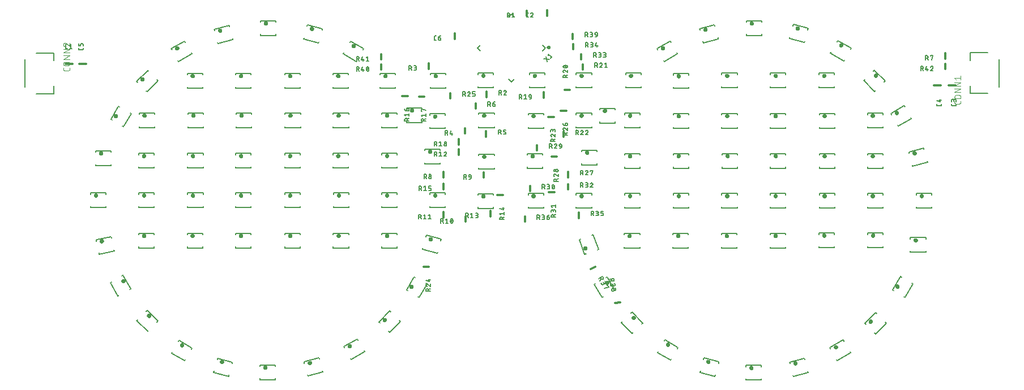
<source format=gbr>
G04 EAGLE Gerber RS-274X export*
G75*
%MOMM*%
%FSLAX34Y34*%
%LPD*%
%INSilkscreen Top*%
%IPPOS*%
%AMOC8*
5,1,8,0,0,1.08239X$1,22.5*%
G01*
%ADD10C,0.304800*%
%ADD11C,0.152400*%
%ADD12C,0.127000*%
%ADD13C,0.203200*%
%ADD14C,0.076200*%


D10*
X-667660Y240600D02*
X-657500Y240600D01*
D11*
X-664492Y263714D02*
X-665960Y263714D01*
X-666034Y263716D01*
X-666109Y263722D01*
X-666182Y263731D01*
X-666256Y263744D01*
X-666328Y263761D01*
X-666399Y263781D01*
X-666470Y263805D01*
X-666539Y263833D01*
X-666607Y263864D01*
X-666672Y263898D01*
X-666737Y263936D01*
X-666799Y263977D01*
X-666859Y264021D01*
X-666916Y264068D01*
X-666971Y264118D01*
X-667024Y264171D01*
X-667074Y264226D01*
X-667121Y264283D01*
X-667165Y264343D01*
X-667206Y264405D01*
X-667244Y264470D01*
X-667278Y264536D01*
X-667309Y264603D01*
X-667337Y264672D01*
X-667361Y264743D01*
X-667381Y264814D01*
X-667398Y264887D01*
X-667411Y264960D01*
X-667420Y265034D01*
X-667426Y265108D01*
X-667428Y265182D01*
X-667427Y265182D02*
X-667427Y268850D01*
X-667428Y268850D02*
X-667426Y268924D01*
X-667420Y268999D01*
X-667411Y269072D01*
X-667398Y269145D01*
X-667381Y269218D01*
X-667361Y269289D01*
X-667337Y269360D01*
X-667309Y269429D01*
X-667278Y269496D01*
X-667244Y269562D01*
X-667206Y269627D01*
X-667165Y269689D01*
X-667121Y269749D01*
X-667074Y269806D01*
X-667024Y269861D01*
X-666971Y269914D01*
X-666916Y269964D01*
X-666859Y270011D01*
X-666799Y270055D01*
X-666737Y270096D01*
X-666672Y270134D01*
X-666607Y270168D01*
X-666539Y270199D01*
X-666470Y270227D01*
X-666400Y270251D01*
X-666328Y270271D01*
X-666256Y270288D01*
X-666182Y270301D01*
X-666109Y270310D01*
X-666034Y270316D01*
X-665960Y270318D01*
X-664492Y270318D01*
X-661296Y268850D02*
X-659461Y270318D01*
X-659461Y263714D01*
X-657627Y263714D02*
X-661296Y263714D01*
D10*
X630365Y208705D02*
X640525Y208705D01*
D11*
X641541Y180758D02*
X641541Y179290D01*
X641539Y179216D01*
X641533Y179141D01*
X641524Y179068D01*
X641511Y178994D01*
X641494Y178922D01*
X641474Y178851D01*
X641450Y178780D01*
X641422Y178711D01*
X641391Y178644D01*
X641357Y178578D01*
X641319Y178513D01*
X641278Y178451D01*
X641234Y178391D01*
X641187Y178334D01*
X641137Y178279D01*
X641084Y178226D01*
X641029Y178176D01*
X640972Y178129D01*
X640912Y178085D01*
X640850Y178044D01*
X640785Y178006D01*
X640720Y177972D01*
X640652Y177941D01*
X640583Y177913D01*
X640512Y177889D01*
X640441Y177869D01*
X640369Y177852D01*
X640295Y177839D01*
X640222Y177830D01*
X640147Y177824D01*
X640073Y177822D01*
X640073Y177823D02*
X636405Y177823D01*
X636405Y177822D02*
X636331Y177824D01*
X636256Y177830D01*
X636183Y177839D01*
X636109Y177852D01*
X636037Y177869D01*
X635966Y177889D01*
X635895Y177913D01*
X635826Y177941D01*
X635759Y177972D01*
X635693Y178006D01*
X635628Y178044D01*
X635566Y178085D01*
X635506Y178129D01*
X635449Y178176D01*
X635394Y178226D01*
X635341Y178279D01*
X635291Y178334D01*
X635244Y178391D01*
X635200Y178451D01*
X635159Y178513D01*
X635121Y178578D01*
X635087Y178643D01*
X635056Y178711D01*
X635028Y178780D01*
X635004Y178851D01*
X634984Y178922D01*
X634967Y178994D01*
X634954Y179068D01*
X634945Y179141D01*
X634939Y179216D01*
X634937Y179290D01*
X634937Y180758D01*
X634937Y185422D02*
X640073Y183954D01*
X640073Y187623D01*
X638606Y186522D02*
X641541Y186522D01*
D10*
X-636835Y240550D02*
X-646995Y240550D01*
D11*
X-641407Y263100D02*
X-641407Y264567D01*
X-641407Y263100D02*
X-641409Y263026D01*
X-641415Y262951D01*
X-641424Y262878D01*
X-641437Y262804D01*
X-641454Y262732D01*
X-641474Y262661D01*
X-641498Y262590D01*
X-641526Y262521D01*
X-641557Y262454D01*
X-641591Y262388D01*
X-641629Y262323D01*
X-641670Y262261D01*
X-641714Y262201D01*
X-641761Y262144D01*
X-641811Y262089D01*
X-641864Y262036D01*
X-641919Y261986D01*
X-641976Y261939D01*
X-642036Y261895D01*
X-642098Y261854D01*
X-642163Y261816D01*
X-642229Y261782D01*
X-642296Y261751D01*
X-642365Y261723D01*
X-642436Y261699D01*
X-642507Y261679D01*
X-642579Y261662D01*
X-642653Y261649D01*
X-642726Y261640D01*
X-642801Y261634D01*
X-642875Y261632D01*
X-646543Y261632D01*
X-646617Y261634D01*
X-646692Y261640D01*
X-646765Y261649D01*
X-646839Y261662D01*
X-646911Y261679D01*
X-646982Y261699D01*
X-647053Y261723D01*
X-647122Y261751D01*
X-647189Y261782D01*
X-647255Y261816D01*
X-647320Y261854D01*
X-647382Y261895D01*
X-647442Y261939D01*
X-647499Y261986D01*
X-647554Y262036D01*
X-647607Y262089D01*
X-647657Y262144D01*
X-647704Y262201D01*
X-647748Y262261D01*
X-647789Y262323D01*
X-647827Y262388D01*
X-647861Y262453D01*
X-647892Y262521D01*
X-647920Y262590D01*
X-647944Y262661D01*
X-647964Y262732D01*
X-647981Y262804D01*
X-647994Y262878D01*
X-648003Y262951D01*
X-648009Y263026D01*
X-648011Y263100D01*
X-648011Y264567D01*
X-641407Y267764D02*
X-641407Y269965D01*
X-641409Y270039D01*
X-641415Y270114D01*
X-641424Y270187D01*
X-641437Y270261D01*
X-641454Y270333D01*
X-641474Y270404D01*
X-641498Y270475D01*
X-641526Y270544D01*
X-641557Y270611D01*
X-641591Y270677D01*
X-641629Y270742D01*
X-641670Y270804D01*
X-641714Y270864D01*
X-641761Y270921D01*
X-641811Y270976D01*
X-641864Y271029D01*
X-641919Y271079D01*
X-641976Y271126D01*
X-642036Y271170D01*
X-642098Y271211D01*
X-642163Y271249D01*
X-642228Y271283D01*
X-642296Y271314D01*
X-642365Y271342D01*
X-642436Y271366D01*
X-642507Y271386D01*
X-642579Y271403D01*
X-642653Y271416D01*
X-642726Y271425D01*
X-642801Y271431D01*
X-642875Y271433D01*
X-642875Y271432D02*
X-643608Y271432D01*
X-643608Y271433D02*
X-643682Y271431D01*
X-643757Y271425D01*
X-643830Y271416D01*
X-643904Y271403D01*
X-643976Y271386D01*
X-644047Y271366D01*
X-644118Y271342D01*
X-644187Y271314D01*
X-644254Y271283D01*
X-644320Y271249D01*
X-644385Y271211D01*
X-644447Y271170D01*
X-644507Y271126D01*
X-644564Y271079D01*
X-644619Y271029D01*
X-644672Y270976D01*
X-644722Y270921D01*
X-644769Y270864D01*
X-644813Y270804D01*
X-644854Y270742D01*
X-644892Y270677D01*
X-644926Y270611D01*
X-644957Y270544D01*
X-644985Y270475D01*
X-645009Y270404D01*
X-645029Y270333D01*
X-645046Y270261D01*
X-645059Y270187D01*
X-645068Y270114D01*
X-645074Y270039D01*
X-645076Y269965D01*
X-645076Y267764D01*
X-648011Y267764D01*
X-648011Y271432D01*
D12*
X45454Y260367D02*
X49697Y264610D01*
X45454Y268853D01*
X3028Y217941D02*
X-1215Y213698D01*
X-5458Y217941D01*
X3028Y311279D02*
X-1215Y315522D01*
X-5458Y311279D01*
X-52127Y264610D02*
X-47884Y260367D01*
X-52127Y264610D02*
X-47884Y268853D01*
D10*
X53646Y265317D02*
X53648Y265380D01*
X53654Y265442D01*
X53664Y265504D01*
X53677Y265566D01*
X53695Y265626D01*
X53716Y265685D01*
X53741Y265743D01*
X53770Y265799D01*
X53802Y265853D01*
X53837Y265905D01*
X53875Y265954D01*
X53917Y266002D01*
X53961Y266046D01*
X54009Y266088D01*
X54058Y266126D01*
X54110Y266161D01*
X54164Y266193D01*
X54220Y266222D01*
X54278Y266247D01*
X54337Y266268D01*
X54397Y266286D01*
X54459Y266299D01*
X54521Y266309D01*
X54583Y266315D01*
X54646Y266317D01*
X54709Y266315D01*
X54771Y266309D01*
X54833Y266299D01*
X54895Y266286D01*
X54955Y266268D01*
X55014Y266247D01*
X55072Y266222D01*
X55128Y266193D01*
X55182Y266161D01*
X55234Y266126D01*
X55283Y266088D01*
X55331Y266046D01*
X55375Y266002D01*
X55417Y265954D01*
X55455Y265905D01*
X55490Y265853D01*
X55522Y265799D01*
X55551Y265743D01*
X55576Y265685D01*
X55597Y265626D01*
X55615Y265566D01*
X55628Y265504D01*
X55638Y265442D01*
X55644Y265380D01*
X55646Y265317D01*
X55644Y265254D01*
X55638Y265192D01*
X55628Y265130D01*
X55615Y265068D01*
X55597Y265008D01*
X55576Y264949D01*
X55551Y264891D01*
X55522Y264835D01*
X55490Y264781D01*
X55455Y264729D01*
X55417Y264680D01*
X55375Y264632D01*
X55331Y264588D01*
X55283Y264546D01*
X55234Y264508D01*
X55182Y264473D01*
X55128Y264441D01*
X55072Y264412D01*
X55014Y264387D01*
X54955Y264366D01*
X54895Y264348D01*
X54833Y264335D01*
X54771Y264325D01*
X54709Y264319D01*
X54646Y264317D01*
X54583Y264319D01*
X54521Y264325D01*
X54459Y264335D01*
X54397Y264348D01*
X54337Y264366D01*
X54278Y264387D01*
X54220Y264412D01*
X54164Y264441D01*
X54110Y264473D01*
X54058Y264508D01*
X54009Y264546D01*
X53961Y264588D01*
X53917Y264632D01*
X53875Y264680D01*
X53837Y264729D01*
X53802Y264781D01*
X53770Y264835D01*
X53741Y264891D01*
X53716Y264949D01*
X53695Y265008D01*
X53677Y265068D01*
X53664Y265130D01*
X53654Y265192D01*
X53648Y265254D01*
X53646Y265317D01*
D11*
X50709Y251845D02*
X52266Y244062D01*
X55379Y247175D02*
X47596Y248732D01*
X54066Y253126D02*
X54325Y255461D01*
X58995Y250791D01*
X57698Y249494D02*
X60292Y252089D01*
D10*
X22245Y312780D02*
X22245Y320780D01*
D11*
X-7202Y317288D02*
X-7202Y310684D01*
X-7202Y317288D02*
X-5368Y317288D01*
X-5283Y317286D01*
X-5199Y317280D01*
X-5115Y317270D01*
X-5031Y317257D01*
X-4948Y317239D01*
X-4866Y317218D01*
X-4785Y317193D01*
X-4705Y317164D01*
X-4627Y317132D01*
X-4551Y317096D01*
X-4476Y317056D01*
X-4403Y317013D01*
X-4332Y316967D01*
X-4263Y316918D01*
X-4196Y316865D01*
X-4132Y316809D01*
X-4071Y316751D01*
X-4013Y316690D01*
X-3957Y316626D01*
X-3904Y316559D01*
X-3855Y316490D01*
X-3809Y316419D01*
X-3766Y316346D01*
X-3726Y316271D01*
X-3690Y316195D01*
X-3658Y316117D01*
X-3629Y316037D01*
X-3604Y315956D01*
X-3583Y315874D01*
X-3565Y315791D01*
X-3552Y315707D01*
X-3542Y315623D01*
X-3536Y315539D01*
X-3534Y315454D01*
X-3536Y315369D01*
X-3542Y315285D01*
X-3552Y315201D01*
X-3565Y315117D01*
X-3583Y315034D01*
X-3604Y314952D01*
X-3629Y314871D01*
X-3658Y314791D01*
X-3690Y314713D01*
X-3726Y314637D01*
X-3766Y314562D01*
X-3809Y314489D01*
X-3855Y314418D01*
X-3904Y314349D01*
X-3957Y314282D01*
X-4013Y314218D01*
X-4071Y314157D01*
X-4132Y314099D01*
X-4196Y314043D01*
X-4263Y313990D01*
X-4332Y313941D01*
X-4403Y313895D01*
X-4476Y313852D01*
X-4551Y313812D01*
X-4627Y313776D01*
X-4705Y313744D01*
X-4785Y313715D01*
X-4866Y313690D01*
X-4948Y313669D01*
X-5031Y313651D01*
X-5115Y313638D01*
X-5199Y313628D01*
X-5283Y313622D01*
X-5368Y313620D01*
X-5368Y313619D02*
X-7202Y313619D01*
X-5001Y313619D02*
X-3533Y310684D01*
X34Y315820D02*
X1869Y317288D01*
X1869Y310684D01*
X3703Y310684D02*
X34Y310684D01*
D13*
X-157941Y-97997D02*
X-156209Y-98997D01*
X-157941Y-97997D02*
X-146441Y-78079D01*
X-144709Y-79079D01*
X-140621Y-107997D02*
X-138889Y-108997D01*
X-127389Y-89079D01*
X-129121Y-88079D01*
D10*
X-151891Y-93069D02*
X-151889Y-92994D01*
X-151883Y-92920D01*
X-151873Y-92846D01*
X-151860Y-92773D01*
X-151842Y-92700D01*
X-151821Y-92629D01*
X-151796Y-92558D01*
X-151767Y-92489D01*
X-151734Y-92422D01*
X-151698Y-92357D01*
X-151659Y-92293D01*
X-151617Y-92232D01*
X-151571Y-92173D01*
X-151522Y-92116D01*
X-151470Y-92063D01*
X-151416Y-92012D01*
X-151359Y-91963D01*
X-151299Y-91919D01*
X-151237Y-91877D01*
X-151173Y-91838D01*
X-151107Y-91803D01*
X-151040Y-91772D01*
X-150970Y-91744D01*
X-150900Y-91720D01*
X-150828Y-91699D01*
X-150755Y-91683D01*
X-150682Y-91670D01*
X-150607Y-91661D01*
X-150533Y-91656D01*
X-150458Y-91655D01*
X-150384Y-91658D01*
X-150309Y-91665D01*
X-150236Y-91676D01*
X-150162Y-91690D01*
X-150090Y-91709D01*
X-150019Y-91731D01*
X-149949Y-91757D01*
X-149880Y-91787D01*
X-149814Y-91820D01*
X-149749Y-91857D01*
X-149686Y-91897D01*
X-149625Y-91941D01*
X-149567Y-91987D01*
X-149511Y-92037D01*
X-149458Y-92089D01*
X-149407Y-92144D01*
X-149360Y-92202D01*
X-149316Y-92262D01*
X-149275Y-92325D01*
X-149237Y-92389D01*
X-149203Y-92455D01*
X-149172Y-92524D01*
X-149145Y-92593D01*
X-149122Y-92664D01*
X-149103Y-92736D01*
X-149087Y-92809D01*
X-149075Y-92883D01*
X-149067Y-92957D01*
X-149063Y-93032D01*
X-149063Y-93106D01*
X-149067Y-93181D01*
X-149075Y-93255D01*
X-149087Y-93329D01*
X-149103Y-93402D01*
X-149122Y-93474D01*
X-149145Y-93545D01*
X-149172Y-93614D01*
X-149203Y-93683D01*
X-149237Y-93749D01*
X-149275Y-93813D01*
X-149316Y-93876D01*
X-149360Y-93936D01*
X-149407Y-93994D01*
X-149458Y-94049D01*
X-149511Y-94101D01*
X-149567Y-94151D01*
X-149625Y-94197D01*
X-149686Y-94241D01*
X-149749Y-94281D01*
X-149814Y-94318D01*
X-149880Y-94351D01*
X-149949Y-94381D01*
X-150019Y-94407D01*
X-150090Y-94429D01*
X-150162Y-94448D01*
X-150236Y-94462D01*
X-150309Y-94473D01*
X-150384Y-94480D01*
X-150458Y-94483D01*
X-150533Y-94482D01*
X-150607Y-94477D01*
X-150682Y-94468D01*
X-150755Y-94455D01*
X-150828Y-94439D01*
X-150900Y-94418D01*
X-150970Y-94394D01*
X-151040Y-94366D01*
X-151107Y-94335D01*
X-151173Y-94300D01*
X-151237Y-94261D01*
X-151299Y-94219D01*
X-151359Y-94175D01*
X-151416Y-94126D01*
X-151470Y-94075D01*
X-151522Y-94022D01*
X-151571Y-93965D01*
X-151617Y-93906D01*
X-151659Y-93845D01*
X-151698Y-93781D01*
X-151734Y-93716D01*
X-151767Y-93649D01*
X-151796Y-93580D01*
X-151821Y-93509D01*
X-151842Y-93438D01*
X-151860Y-93365D01*
X-151873Y-93292D01*
X-151883Y-93218D01*
X-151889Y-93144D01*
X-151891Y-93069D01*
D13*
X-50910Y224985D02*
X-50910Y226985D01*
X-27910Y226985D01*
X-27910Y224985D01*
X-50910Y206985D02*
X-50910Y204985D01*
X-27910Y204985D01*
X-27910Y206985D01*
D10*
X-44324Y222985D02*
X-44322Y223060D01*
X-44316Y223134D01*
X-44306Y223208D01*
X-44293Y223281D01*
X-44275Y223354D01*
X-44254Y223425D01*
X-44229Y223496D01*
X-44200Y223565D01*
X-44167Y223632D01*
X-44131Y223697D01*
X-44092Y223761D01*
X-44050Y223822D01*
X-44004Y223881D01*
X-43955Y223938D01*
X-43903Y223991D01*
X-43849Y224042D01*
X-43792Y224091D01*
X-43732Y224135D01*
X-43670Y224177D01*
X-43606Y224216D01*
X-43540Y224251D01*
X-43473Y224282D01*
X-43403Y224310D01*
X-43333Y224334D01*
X-43261Y224355D01*
X-43188Y224371D01*
X-43115Y224384D01*
X-43040Y224393D01*
X-42966Y224398D01*
X-42891Y224399D01*
X-42817Y224396D01*
X-42742Y224389D01*
X-42669Y224378D01*
X-42595Y224364D01*
X-42523Y224345D01*
X-42452Y224323D01*
X-42382Y224297D01*
X-42313Y224267D01*
X-42247Y224234D01*
X-42182Y224197D01*
X-42119Y224157D01*
X-42058Y224113D01*
X-42000Y224067D01*
X-41944Y224017D01*
X-41891Y223965D01*
X-41840Y223910D01*
X-41793Y223852D01*
X-41749Y223792D01*
X-41708Y223729D01*
X-41670Y223665D01*
X-41636Y223599D01*
X-41605Y223530D01*
X-41578Y223461D01*
X-41555Y223390D01*
X-41536Y223318D01*
X-41520Y223245D01*
X-41508Y223171D01*
X-41500Y223097D01*
X-41496Y223022D01*
X-41496Y222948D01*
X-41500Y222873D01*
X-41508Y222799D01*
X-41520Y222725D01*
X-41536Y222652D01*
X-41555Y222580D01*
X-41578Y222509D01*
X-41605Y222440D01*
X-41636Y222371D01*
X-41670Y222305D01*
X-41708Y222241D01*
X-41749Y222178D01*
X-41793Y222118D01*
X-41840Y222060D01*
X-41891Y222005D01*
X-41944Y221953D01*
X-42000Y221903D01*
X-42058Y221857D01*
X-42119Y221813D01*
X-42182Y221773D01*
X-42247Y221736D01*
X-42313Y221703D01*
X-42382Y221673D01*
X-42452Y221647D01*
X-42523Y221625D01*
X-42595Y221606D01*
X-42669Y221592D01*
X-42742Y221581D01*
X-42817Y221574D01*
X-42891Y221571D01*
X-42966Y221572D01*
X-43040Y221577D01*
X-43115Y221586D01*
X-43188Y221599D01*
X-43261Y221615D01*
X-43333Y221636D01*
X-43403Y221660D01*
X-43473Y221688D01*
X-43540Y221719D01*
X-43606Y221754D01*
X-43670Y221793D01*
X-43732Y221835D01*
X-43792Y221879D01*
X-43849Y221928D01*
X-43903Y221979D01*
X-43955Y222032D01*
X-44004Y222089D01*
X-44050Y222148D01*
X-44092Y222209D01*
X-44131Y222273D01*
X-44167Y222338D01*
X-44200Y222405D01*
X-44229Y222474D01*
X-44254Y222545D01*
X-44275Y222616D01*
X-44293Y222689D01*
X-44306Y222762D01*
X-44316Y222836D01*
X-44322Y222910D01*
X-44324Y222985D01*
D13*
X-49640Y167140D02*
X-49640Y165140D01*
X-49640Y167140D02*
X-26640Y167140D01*
X-26640Y165140D01*
X-49640Y147140D02*
X-49640Y145140D01*
X-26640Y145140D01*
X-26640Y147140D01*
D10*
X-43054Y163140D02*
X-43052Y163215D01*
X-43046Y163289D01*
X-43036Y163363D01*
X-43023Y163436D01*
X-43005Y163509D01*
X-42984Y163580D01*
X-42959Y163651D01*
X-42930Y163720D01*
X-42897Y163787D01*
X-42861Y163852D01*
X-42822Y163916D01*
X-42780Y163977D01*
X-42734Y164036D01*
X-42685Y164093D01*
X-42633Y164146D01*
X-42579Y164197D01*
X-42522Y164246D01*
X-42462Y164290D01*
X-42400Y164332D01*
X-42336Y164371D01*
X-42270Y164406D01*
X-42203Y164437D01*
X-42133Y164465D01*
X-42063Y164489D01*
X-41991Y164510D01*
X-41918Y164526D01*
X-41845Y164539D01*
X-41770Y164548D01*
X-41696Y164553D01*
X-41621Y164554D01*
X-41547Y164551D01*
X-41472Y164544D01*
X-41399Y164533D01*
X-41325Y164519D01*
X-41253Y164500D01*
X-41182Y164478D01*
X-41112Y164452D01*
X-41043Y164422D01*
X-40977Y164389D01*
X-40912Y164352D01*
X-40849Y164312D01*
X-40788Y164268D01*
X-40730Y164222D01*
X-40674Y164172D01*
X-40621Y164120D01*
X-40570Y164065D01*
X-40523Y164007D01*
X-40479Y163947D01*
X-40438Y163884D01*
X-40400Y163820D01*
X-40366Y163754D01*
X-40335Y163685D01*
X-40308Y163616D01*
X-40285Y163545D01*
X-40266Y163473D01*
X-40250Y163400D01*
X-40238Y163326D01*
X-40230Y163252D01*
X-40226Y163177D01*
X-40226Y163103D01*
X-40230Y163028D01*
X-40238Y162954D01*
X-40250Y162880D01*
X-40266Y162807D01*
X-40285Y162735D01*
X-40308Y162664D01*
X-40335Y162595D01*
X-40366Y162526D01*
X-40400Y162460D01*
X-40438Y162396D01*
X-40479Y162333D01*
X-40523Y162273D01*
X-40570Y162215D01*
X-40621Y162160D01*
X-40674Y162108D01*
X-40730Y162058D01*
X-40788Y162012D01*
X-40849Y161968D01*
X-40912Y161928D01*
X-40977Y161891D01*
X-41043Y161858D01*
X-41112Y161828D01*
X-41182Y161802D01*
X-41253Y161780D01*
X-41325Y161761D01*
X-41399Y161747D01*
X-41472Y161736D01*
X-41547Y161729D01*
X-41621Y161726D01*
X-41696Y161727D01*
X-41770Y161732D01*
X-41845Y161741D01*
X-41918Y161754D01*
X-41991Y161770D01*
X-42063Y161791D01*
X-42133Y161815D01*
X-42203Y161843D01*
X-42270Y161874D01*
X-42336Y161909D01*
X-42400Y161948D01*
X-42462Y161990D01*
X-42522Y162034D01*
X-42579Y162083D01*
X-42633Y162134D01*
X-42685Y162187D01*
X-42734Y162244D01*
X-42780Y162303D01*
X-42822Y162364D01*
X-42861Y162428D01*
X-42897Y162493D01*
X-42930Y162560D01*
X-42959Y162629D01*
X-42984Y162700D01*
X-43005Y162771D01*
X-43023Y162844D01*
X-43036Y162917D01*
X-43046Y162991D01*
X-43052Y163065D01*
X-43054Y163140D01*
D13*
X-49640Y105390D02*
X-49640Y103390D01*
X-49640Y105390D02*
X-26640Y105390D01*
X-26640Y103390D01*
X-49640Y85390D02*
X-49640Y83390D01*
X-26640Y83390D01*
X-26640Y85390D01*
D10*
X-43054Y101390D02*
X-43052Y101465D01*
X-43046Y101539D01*
X-43036Y101613D01*
X-43023Y101686D01*
X-43005Y101759D01*
X-42984Y101830D01*
X-42959Y101901D01*
X-42930Y101970D01*
X-42897Y102037D01*
X-42861Y102102D01*
X-42822Y102166D01*
X-42780Y102227D01*
X-42734Y102286D01*
X-42685Y102343D01*
X-42633Y102396D01*
X-42579Y102447D01*
X-42522Y102496D01*
X-42462Y102540D01*
X-42400Y102582D01*
X-42336Y102621D01*
X-42270Y102656D01*
X-42203Y102687D01*
X-42133Y102715D01*
X-42063Y102739D01*
X-41991Y102760D01*
X-41918Y102776D01*
X-41845Y102789D01*
X-41770Y102798D01*
X-41696Y102803D01*
X-41621Y102804D01*
X-41547Y102801D01*
X-41472Y102794D01*
X-41399Y102783D01*
X-41325Y102769D01*
X-41253Y102750D01*
X-41182Y102728D01*
X-41112Y102702D01*
X-41043Y102672D01*
X-40977Y102639D01*
X-40912Y102602D01*
X-40849Y102562D01*
X-40788Y102518D01*
X-40730Y102472D01*
X-40674Y102422D01*
X-40621Y102370D01*
X-40570Y102315D01*
X-40523Y102257D01*
X-40479Y102197D01*
X-40438Y102134D01*
X-40400Y102070D01*
X-40366Y102004D01*
X-40335Y101935D01*
X-40308Y101866D01*
X-40285Y101795D01*
X-40266Y101723D01*
X-40250Y101650D01*
X-40238Y101576D01*
X-40230Y101502D01*
X-40226Y101427D01*
X-40226Y101353D01*
X-40230Y101278D01*
X-40238Y101204D01*
X-40250Y101130D01*
X-40266Y101057D01*
X-40285Y100985D01*
X-40308Y100914D01*
X-40335Y100845D01*
X-40366Y100776D01*
X-40400Y100710D01*
X-40438Y100646D01*
X-40479Y100583D01*
X-40523Y100523D01*
X-40570Y100465D01*
X-40621Y100410D01*
X-40674Y100358D01*
X-40730Y100308D01*
X-40788Y100262D01*
X-40849Y100218D01*
X-40912Y100178D01*
X-40977Y100141D01*
X-41043Y100108D01*
X-41112Y100078D01*
X-41182Y100052D01*
X-41253Y100030D01*
X-41325Y100011D01*
X-41399Y99997D01*
X-41472Y99986D01*
X-41547Y99979D01*
X-41621Y99976D01*
X-41696Y99977D01*
X-41770Y99982D01*
X-41845Y99991D01*
X-41918Y100004D01*
X-41991Y100020D01*
X-42063Y100041D01*
X-42133Y100065D01*
X-42203Y100093D01*
X-42270Y100124D01*
X-42336Y100159D01*
X-42400Y100198D01*
X-42462Y100240D01*
X-42522Y100284D01*
X-42579Y100333D01*
X-42633Y100384D01*
X-42685Y100437D01*
X-42734Y100494D01*
X-42780Y100553D01*
X-42822Y100614D01*
X-42861Y100678D01*
X-42897Y100743D01*
X-42930Y100810D01*
X-42959Y100879D01*
X-42984Y100950D01*
X-43005Y101021D01*
X-43023Y101094D01*
X-43036Y101167D01*
X-43046Y101241D01*
X-43052Y101315D01*
X-43054Y101390D01*
D13*
X-50910Y46180D02*
X-50910Y44180D01*
X-50910Y46180D02*
X-27910Y46180D01*
X-27910Y44180D01*
X-50910Y26180D02*
X-50910Y24180D01*
X-27910Y24180D01*
X-27910Y26180D01*
D10*
X-44324Y42180D02*
X-44322Y42255D01*
X-44316Y42329D01*
X-44306Y42403D01*
X-44293Y42476D01*
X-44275Y42549D01*
X-44254Y42620D01*
X-44229Y42691D01*
X-44200Y42760D01*
X-44167Y42827D01*
X-44131Y42892D01*
X-44092Y42956D01*
X-44050Y43017D01*
X-44004Y43076D01*
X-43955Y43133D01*
X-43903Y43186D01*
X-43849Y43237D01*
X-43792Y43286D01*
X-43732Y43330D01*
X-43670Y43372D01*
X-43606Y43411D01*
X-43540Y43446D01*
X-43473Y43477D01*
X-43403Y43505D01*
X-43333Y43529D01*
X-43261Y43550D01*
X-43188Y43566D01*
X-43115Y43579D01*
X-43040Y43588D01*
X-42966Y43593D01*
X-42891Y43594D01*
X-42817Y43591D01*
X-42742Y43584D01*
X-42669Y43573D01*
X-42595Y43559D01*
X-42523Y43540D01*
X-42452Y43518D01*
X-42382Y43492D01*
X-42313Y43462D01*
X-42247Y43429D01*
X-42182Y43392D01*
X-42119Y43352D01*
X-42058Y43308D01*
X-42000Y43262D01*
X-41944Y43212D01*
X-41891Y43160D01*
X-41840Y43105D01*
X-41793Y43047D01*
X-41749Y42987D01*
X-41708Y42924D01*
X-41670Y42860D01*
X-41636Y42794D01*
X-41605Y42725D01*
X-41578Y42656D01*
X-41555Y42585D01*
X-41536Y42513D01*
X-41520Y42440D01*
X-41508Y42366D01*
X-41500Y42292D01*
X-41496Y42217D01*
X-41496Y42143D01*
X-41500Y42068D01*
X-41508Y41994D01*
X-41520Y41920D01*
X-41536Y41847D01*
X-41555Y41775D01*
X-41578Y41704D01*
X-41605Y41635D01*
X-41636Y41566D01*
X-41670Y41500D01*
X-41708Y41436D01*
X-41749Y41373D01*
X-41793Y41313D01*
X-41840Y41255D01*
X-41891Y41200D01*
X-41944Y41148D01*
X-42000Y41098D01*
X-42058Y41052D01*
X-42119Y41008D01*
X-42182Y40968D01*
X-42247Y40931D01*
X-42313Y40898D01*
X-42382Y40868D01*
X-42452Y40842D01*
X-42523Y40820D01*
X-42595Y40801D01*
X-42669Y40787D01*
X-42742Y40776D01*
X-42817Y40769D01*
X-42891Y40766D01*
X-42966Y40767D01*
X-43040Y40772D01*
X-43115Y40781D01*
X-43188Y40794D01*
X-43261Y40810D01*
X-43333Y40831D01*
X-43403Y40855D01*
X-43473Y40883D01*
X-43540Y40914D01*
X-43606Y40949D01*
X-43670Y40988D01*
X-43732Y41030D01*
X-43792Y41074D01*
X-43849Y41123D01*
X-43903Y41174D01*
X-43955Y41227D01*
X-44004Y41284D01*
X-44050Y41343D01*
X-44092Y41404D01*
X-44131Y41468D01*
X-44167Y41533D01*
X-44200Y41600D01*
X-44229Y41669D01*
X-44254Y41740D01*
X-44275Y41811D01*
X-44293Y41884D01*
X-44306Y41957D01*
X-44316Y42031D01*
X-44322Y42105D01*
X-44324Y42180D01*
D13*
X-128299Y-16014D02*
X-128817Y-17946D01*
X-128299Y-16014D02*
X-106083Y-21967D01*
X-106600Y-23899D01*
X-133475Y-35333D02*
X-133993Y-37264D01*
X-111777Y-43217D01*
X-111259Y-41285D01*
D10*
X-123021Y-21948D02*
X-123019Y-21873D01*
X-123013Y-21799D01*
X-123003Y-21725D01*
X-122990Y-21652D01*
X-122972Y-21579D01*
X-122951Y-21508D01*
X-122926Y-21437D01*
X-122897Y-21368D01*
X-122864Y-21301D01*
X-122828Y-21236D01*
X-122789Y-21172D01*
X-122747Y-21111D01*
X-122701Y-21052D01*
X-122652Y-20995D01*
X-122600Y-20942D01*
X-122546Y-20891D01*
X-122489Y-20842D01*
X-122429Y-20798D01*
X-122367Y-20756D01*
X-122303Y-20717D01*
X-122237Y-20682D01*
X-122170Y-20651D01*
X-122100Y-20623D01*
X-122030Y-20599D01*
X-121958Y-20578D01*
X-121885Y-20562D01*
X-121812Y-20549D01*
X-121737Y-20540D01*
X-121663Y-20535D01*
X-121588Y-20534D01*
X-121514Y-20537D01*
X-121439Y-20544D01*
X-121366Y-20555D01*
X-121292Y-20569D01*
X-121220Y-20588D01*
X-121149Y-20610D01*
X-121079Y-20636D01*
X-121010Y-20666D01*
X-120944Y-20699D01*
X-120879Y-20736D01*
X-120816Y-20776D01*
X-120755Y-20820D01*
X-120697Y-20866D01*
X-120641Y-20916D01*
X-120588Y-20968D01*
X-120537Y-21023D01*
X-120490Y-21081D01*
X-120446Y-21141D01*
X-120405Y-21204D01*
X-120367Y-21268D01*
X-120333Y-21334D01*
X-120302Y-21403D01*
X-120275Y-21472D01*
X-120252Y-21543D01*
X-120233Y-21615D01*
X-120217Y-21688D01*
X-120205Y-21762D01*
X-120197Y-21836D01*
X-120193Y-21911D01*
X-120193Y-21985D01*
X-120197Y-22060D01*
X-120205Y-22134D01*
X-120217Y-22208D01*
X-120233Y-22281D01*
X-120252Y-22353D01*
X-120275Y-22424D01*
X-120302Y-22493D01*
X-120333Y-22562D01*
X-120367Y-22628D01*
X-120405Y-22692D01*
X-120446Y-22755D01*
X-120490Y-22815D01*
X-120537Y-22873D01*
X-120588Y-22928D01*
X-120641Y-22980D01*
X-120697Y-23030D01*
X-120755Y-23076D01*
X-120816Y-23120D01*
X-120879Y-23160D01*
X-120944Y-23197D01*
X-121010Y-23230D01*
X-121079Y-23260D01*
X-121149Y-23286D01*
X-121220Y-23308D01*
X-121292Y-23327D01*
X-121366Y-23341D01*
X-121439Y-23352D01*
X-121514Y-23359D01*
X-121588Y-23362D01*
X-121663Y-23361D01*
X-121737Y-23356D01*
X-121812Y-23347D01*
X-121885Y-23334D01*
X-121958Y-23318D01*
X-122030Y-23297D01*
X-122100Y-23273D01*
X-122170Y-23245D01*
X-122237Y-23214D01*
X-122303Y-23179D01*
X-122367Y-23140D01*
X-122429Y-23098D01*
X-122489Y-23054D01*
X-122546Y-23005D01*
X-122600Y-22954D01*
X-122652Y-22901D01*
X-122701Y-22844D01*
X-122747Y-22785D01*
X-122789Y-22724D01*
X-122828Y-22660D01*
X-122864Y-22595D01*
X-122897Y-22528D01*
X-122926Y-22459D01*
X-122951Y-22388D01*
X-122972Y-22317D01*
X-122990Y-22244D01*
X-123003Y-22171D01*
X-123013Y-22097D01*
X-123019Y-22023D01*
X-123021Y-21948D01*
D13*
X486058Y274089D02*
X487058Y275821D01*
X506976Y264321D01*
X505976Y262589D01*
X477058Y258501D02*
X476058Y256769D01*
X495976Y245269D01*
X496976Y247001D01*
D10*
X490572Y268357D02*
X490574Y268432D01*
X490580Y268506D01*
X490590Y268580D01*
X490603Y268653D01*
X490621Y268726D01*
X490642Y268797D01*
X490667Y268868D01*
X490696Y268937D01*
X490729Y269004D01*
X490765Y269069D01*
X490804Y269133D01*
X490846Y269194D01*
X490892Y269253D01*
X490941Y269310D01*
X490993Y269363D01*
X491047Y269414D01*
X491104Y269463D01*
X491164Y269507D01*
X491226Y269549D01*
X491290Y269588D01*
X491356Y269623D01*
X491423Y269654D01*
X491493Y269682D01*
X491563Y269706D01*
X491635Y269727D01*
X491708Y269743D01*
X491781Y269756D01*
X491856Y269765D01*
X491930Y269770D01*
X492005Y269771D01*
X492079Y269768D01*
X492154Y269761D01*
X492227Y269750D01*
X492301Y269736D01*
X492373Y269717D01*
X492444Y269695D01*
X492514Y269669D01*
X492583Y269639D01*
X492649Y269606D01*
X492714Y269569D01*
X492777Y269529D01*
X492838Y269485D01*
X492896Y269439D01*
X492952Y269389D01*
X493005Y269337D01*
X493056Y269282D01*
X493103Y269224D01*
X493147Y269164D01*
X493188Y269101D01*
X493226Y269037D01*
X493260Y268971D01*
X493291Y268902D01*
X493318Y268833D01*
X493341Y268762D01*
X493360Y268690D01*
X493376Y268617D01*
X493388Y268543D01*
X493396Y268469D01*
X493400Y268394D01*
X493400Y268320D01*
X493396Y268245D01*
X493388Y268171D01*
X493376Y268097D01*
X493360Y268024D01*
X493341Y267952D01*
X493318Y267881D01*
X493291Y267812D01*
X493260Y267743D01*
X493226Y267677D01*
X493188Y267613D01*
X493147Y267550D01*
X493103Y267490D01*
X493056Y267432D01*
X493005Y267377D01*
X492952Y267325D01*
X492896Y267275D01*
X492838Y267229D01*
X492777Y267185D01*
X492714Y267145D01*
X492649Y267108D01*
X492583Y267075D01*
X492514Y267045D01*
X492444Y267019D01*
X492373Y266997D01*
X492301Y266978D01*
X492227Y266964D01*
X492154Y266953D01*
X492079Y266946D01*
X492005Y266943D01*
X491930Y266944D01*
X491856Y266949D01*
X491781Y266958D01*
X491708Y266971D01*
X491635Y266987D01*
X491563Y267008D01*
X491493Y267032D01*
X491423Y267060D01*
X491356Y267091D01*
X491290Y267126D01*
X491226Y267165D01*
X491164Y267207D01*
X491104Y267251D01*
X491047Y267300D01*
X490993Y267351D01*
X490941Y267404D01*
X490892Y267461D01*
X490846Y267520D01*
X490804Y267581D01*
X490765Y267645D01*
X490729Y267710D01*
X490696Y267777D01*
X490667Y267846D01*
X490642Y267917D01*
X490621Y267988D01*
X490603Y268061D01*
X490590Y268134D01*
X490580Y268208D01*
X490574Y268282D01*
X490572Y268357D01*
D13*
X566228Y166511D02*
X567228Y164779D01*
X566228Y166511D02*
X586146Y178011D01*
X587146Y176279D01*
X576228Y149191D02*
X577228Y147459D01*
X597146Y158959D01*
X596146Y160691D01*
D10*
X573742Y167047D02*
X573744Y167122D01*
X573750Y167196D01*
X573760Y167270D01*
X573773Y167343D01*
X573791Y167416D01*
X573812Y167487D01*
X573837Y167558D01*
X573866Y167627D01*
X573899Y167694D01*
X573935Y167759D01*
X573974Y167823D01*
X574016Y167884D01*
X574062Y167943D01*
X574111Y168000D01*
X574163Y168053D01*
X574217Y168104D01*
X574274Y168153D01*
X574334Y168197D01*
X574396Y168239D01*
X574460Y168278D01*
X574526Y168313D01*
X574593Y168344D01*
X574663Y168372D01*
X574733Y168396D01*
X574805Y168417D01*
X574878Y168433D01*
X574951Y168446D01*
X575026Y168455D01*
X575100Y168460D01*
X575175Y168461D01*
X575249Y168458D01*
X575324Y168451D01*
X575397Y168440D01*
X575471Y168426D01*
X575543Y168407D01*
X575614Y168385D01*
X575684Y168359D01*
X575753Y168329D01*
X575819Y168296D01*
X575884Y168259D01*
X575947Y168219D01*
X576008Y168175D01*
X576066Y168129D01*
X576122Y168079D01*
X576175Y168027D01*
X576226Y167972D01*
X576273Y167914D01*
X576317Y167854D01*
X576358Y167791D01*
X576396Y167727D01*
X576430Y167661D01*
X576461Y167592D01*
X576488Y167523D01*
X576511Y167452D01*
X576530Y167380D01*
X576546Y167307D01*
X576558Y167233D01*
X576566Y167159D01*
X576570Y167084D01*
X576570Y167010D01*
X576566Y166935D01*
X576558Y166861D01*
X576546Y166787D01*
X576530Y166714D01*
X576511Y166642D01*
X576488Y166571D01*
X576461Y166502D01*
X576430Y166433D01*
X576396Y166367D01*
X576358Y166303D01*
X576317Y166240D01*
X576273Y166180D01*
X576226Y166122D01*
X576175Y166067D01*
X576122Y166015D01*
X576066Y165965D01*
X576008Y165919D01*
X575947Y165875D01*
X575884Y165835D01*
X575819Y165798D01*
X575753Y165765D01*
X575684Y165735D01*
X575614Y165709D01*
X575543Y165687D01*
X575471Y165668D01*
X575397Y165654D01*
X575324Y165643D01*
X575249Y165636D01*
X575175Y165633D01*
X575100Y165634D01*
X575026Y165639D01*
X574951Y165648D01*
X574878Y165661D01*
X574805Y165677D01*
X574733Y165698D01*
X574663Y165722D01*
X574593Y165750D01*
X574526Y165781D01*
X574460Y165816D01*
X574396Y165855D01*
X574334Y165897D01*
X574274Y165941D01*
X574217Y165990D01*
X574163Y166041D01*
X574111Y166094D01*
X574062Y166151D01*
X574016Y166210D01*
X573974Y166271D01*
X573935Y166335D01*
X573899Y166400D01*
X573866Y166467D01*
X573837Y166536D01*
X573812Y166607D01*
X573791Y166678D01*
X573773Y166751D01*
X573760Y166824D01*
X573750Y166898D01*
X573744Y166972D01*
X573742Y167047D01*
D13*
X593082Y108754D02*
X593600Y106823D01*
X593082Y108754D02*
X615298Y114707D01*
X615816Y112775D01*
X598258Y89436D02*
X598776Y87504D01*
X620992Y93457D01*
X620475Y95389D01*
D10*
X600431Y106961D02*
X600433Y107036D01*
X600439Y107110D01*
X600449Y107184D01*
X600462Y107257D01*
X600480Y107330D01*
X600501Y107401D01*
X600526Y107472D01*
X600555Y107541D01*
X600588Y107608D01*
X600624Y107673D01*
X600663Y107737D01*
X600705Y107798D01*
X600751Y107857D01*
X600800Y107914D01*
X600852Y107967D01*
X600906Y108018D01*
X600963Y108067D01*
X601023Y108111D01*
X601085Y108153D01*
X601149Y108192D01*
X601215Y108227D01*
X601282Y108258D01*
X601352Y108286D01*
X601422Y108310D01*
X601494Y108331D01*
X601567Y108347D01*
X601640Y108360D01*
X601715Y108369D01*
X601789Y108374D01*
X601864Y108375D01*
X601938Y108372D01*
X602013Y108365D01*
X602086Y108354D01*
X602160Y108340D01*
X602232Y108321D01*
X602303Y108299D01*
X602373Y108273D01*
X602442Y108243D01*
X602508Y108210D01*
X602573Y108173D01*
X602636Y108133D01*
X602697Y108089D01*
X602755Y108043D01*
X602811Y107993D01*
X602864Y107941D01*
X602915Y107886D01*
X602962Y107828D01*
X603006Y107768D01*
X603047Y107705D01*
X603085Y107641D01*
X603119Y107575D01*
X603150Y107506D01*
X603177Y107437D01*
X603200Y107366D01*
X603219Y107294D01*
X603235Y107221D01*
X603247Y107147D01*
X603255Y107073D01*
X603259Y106998D01*
X603259Y106924D01*
X603255Y106849D01*
X603247Y106775D01*
X603235Y106701D01*
X603219Y106628D01*
X603200Y106556D01*
X603177Y106485D01*
X603150Y106416D01*
X603119Y106347D01*
X603085Y106281D01*
X603047Y106217D01*
X603006Y106154D01*
X602962Y106094D01*
X602915Y106036D01*
X602864Y105981D01*
X602811Y105929D01*
X602755Y105879D01*
X602697Y105833D01*
X602636Y105789D01*
X602573Y105749D01*
X602508Y105712D01*
X602442Y105679D01*
X602373Y105649D01*
X602303Y105623D01*
X602232Y105601D01*
X602160Y105582D01*
X602086Y105568D01*
X602013Y105557D01*
X601938Y105550D01*
X601864Y105547D01*
X601789Y105548D01*
X601715Y105553D01*
X601640Y105562D01*
X601567Y105575D01*
X601494Y105591D01*
X601422Y105612D01*
X601352Y105636D01*
X601282Y105664D01*
X601215Y105695D01*
X601149Y105730D01*
X601085Y105769D01*
X601023Y105811D01*
X600963Y105855D01*
X600906Y105904D01*
X600852Y105955D01*
X600800Y106008D01*
X600751Y106065D01*
X600705Y106124D01*
X600663Y106185D01*
X600624Y106249D01*
X600588Y106314D01*
X600555Y106381D01*
X600526Y106450D01*
X600501Y106521D01*
X600480Y106592D01*
X600462Y106665D01*
X600449Y106738D01*
X600439Y106812D01*
X600433Y106886D01*
X600431Y106961D01*
D13*
X604410Y46675D02*
X604410Y44675D01*
X604410Y46675D02*
X627410Y46675D01*
X627410Y44675D01*
X604410Y26675D02*
X604410Y24675D01*
X627410Y24675D01*
X627410Y26675D01*
D10*
X610996Y42675D02*
X610998Y42750D01*
X611004Y42824D01*
X611014Y42898D01*
X611027Y42971D01*
X611045Y43044D01*
X611066Y43115D01*
X611091Y43186D01*
X611120Y43255D01*
X611153Y43322D01*
X611189Y43387D01*
X611228Y43451D01*
X611270Y43512D01*
X611316Y43571D01*
X611365Y43628D01*
X611417Y43681D01*
X611471Y43732D01*
X611528Y43781D01*
X611588Y43825D01*
X611650Y43867D01*
X611714Y43906D01*
X611780Y43941D01*
X611847Y43972D01*
X611917Y44000D01*
X611987Y44024D01*
X612059Y44045D01*
X612132Y44061D01*
X612205Y44074D01*
X612280Y44083D01*
X612354Y44088D01*
X612429Y44089D01*
X612503Y44086D01*
X612578Y44079D01*
X612651Y44068D01*
X612725Y44054D01*
X612797Y44035D01*
X612868Y44013D01*
X612938Y43987D01*
X613007Y43957D01*
X613073Y43924D01*
X613138Y43887D01*
X613201Y43847D01*
X613262Y43803D01*
X613320Y43757D01*
X613376Y43707D01*
X613429Y43655D01*
X613480Y43600D01*
X613527Y43542D01*
X613571Y43482D01*
X613612Y43419D01*
X613650Y43355D01*
X613684Y43289D01*
X613715Y43220D01*
X613742Y43151D01*
X613765Y43080D01*
X613784Y43008D01*
X613800Y42935D01*
X613812Y42861D01*
X613820Y42787D01*
X613824Y42712D01*
X613824Y42638D01*
X613820Y42563D01*
X613812Y42489D01*
X613800Y42415D01*
X613784Y42342D01*
X613765Y42270D01*
X613742Y42199D01*
X613715Y42130D01*
X613684Y42061D01*
X613650Y41995D01*
X613612Y41931D01*
X613571Y41868D01*
X613527Y41808D01*
X613480Y41750D01*
X613429Y41695D01*
X613376Y41643D01*
X613320Y41593D01*
X613262Y41547D01*
X613201Y41503D01*
X613138Y41463D01*
X613073Y41426D01*
X613007Y41393D01*
X612938Y41363D01*
X612868Y41337D01*
X612797Y41315D01*
X612725Y41296D01*
X612651Y41282D01*
X612578Y41271D01*
X612503Y41264D01*
X612429Y41261D01*
X612354Y41262D01*
X612280Y41267D01*
X612205Y41276D01*
X612132Y41289D01*
X612059Y41305D01*
X611987Y41326D01*
X611917Y41350D01*
X611847Y41378D01*
X611780Y41409D01*
X611714Y41444D01*
X611650Y41483D01*
X611588Y41525D01*
X611528Y41569D01*
X611471Y41618D01*
X611417Y41669D01*
X611365Y41722D01*
X611316Y41779D01*
X611270Y41838D01*
X611228Y41899D01*
X611189Y41963D01*
X611153Y42028D01*
X611120Y42095D01*
X611091Y42164D01*
X611066Y42235D01*
X611045Y42306D01*
X611027Y42379D01*
X611014Y42452D01*
X611004Y42526D01*
X610998Y42600D01*
X610996Y42675D01*
D13*
X595520Y-19520D02*
X595520Y-21520D01*
X595520Y-19520D02*
X618520Y-19520D01*
X618520Y-21520D01*
X595520Y-39520D02*
X595520Y-41520D01*
X618520Y-41520D01*
X618520Y-39520D01*
D10*
X602106Y-23520D02*
X602108Y-23445D01*
X602114Y-23371D01*
X602124Y-23297D01*
X602137Y-23224D01*
X602155Y-23151D01*
X602176Y-23080D01*
X602201Y-23009D01*
X602230Y-22940D01*
X602263Y-22873D01*
X602299Y-22808D01*
X602338Y-22744D01*
X602380Y-22683D01*
X602426Y-22624D01*
X602475Y-22567D01*
X602527Y-22514D01*
X602581Y-22463D01*
X602638Y-22414D01*
X602698Y-22370D01*
X602760Y-22328D01*
X602824Y-22289D01*
X602890Y-22254D01*
X602957Y-22223D01*
X603027Y-22195D01*
X603097Y-22171D01*
X603169Y-22150D01*
X603242Y-22134D01*
X603315Y-22121D01*
X603390Y-22112D01*
X603464Y-22107D01*
X603539Y-22106D01*
X603613Y-22109D01*
X603688Y-22116D01*
X603761Y-22127D01*
X603835Y-22141D01*
X603907Y-22160D01*
X603978Y-22182D01*
X604048Y-22208D01*
X604117Y-22238D01*
X604183Y-22271D01*
X604248Y-22308D01*
X604311Y-22348D01*
X604372Y-22392D01*
X604430Y-22438D01*
X604486Y-22488D01*
X604539Y-22540D01*
X604590Y-22595D01*
X604637Y-22653D01*
X604681Y-22713D01*
X604722Y-22776D01*
X604760Y-22840D01*
X604794Y-22906D01*
X604825Y-22975D01*
X604852Y-23044D01*
X604875Y-23115D01*
X604894Y-23187D01*
X604910Y-23260D01*
X604922Y-23334D01*
X604930Y-23408D01*
X604934Y-23483D01*
X604934Y-23557D01*
X604930Y-23632D01*
X604922Y-23706D01*
X604910Y-23780D01*
X604894Y-23853D01*
X604875Y-23925D01*
X604852Y-23996D01*
X604825Y-24065D01*
X604794Y-24134D01*
X604760Y-24200D01*
X604722Y-24264D01*
X604681Y-24327D01*
X604637Y-24387D01*
X604590Y-24445D01*
X604539Y-24500D01*
X604486Y-24552D01*
X604430Y-24602D01*
X604372Y-24648D01*
X604311Y-24692D01*
X604248Y-24732D01*
X604183Y-24769D01*
X604117Y-24802D01*
X604048Y-24832D01*
X603978Y-24858D01*
X603907Y-24880D01*
X603835Y-24899D01*
X603761Y-24913D01*
X603688Y-24924D01*
X603613Y-24931D01*
X603539Y-24934D01*
X603464Y-24933D01*
X603390Y-24928D01*
X603315Y-24919D01*
X603242Y-24906D01*
X603169Y-24890D01*
X603097Y-24869D01*
X603027Y-24845D01*
X602957Y-24817D01*
X602890Y-24786D01*
X602824Y-24751D01*
X602760Y-24712D01*
X602698Y-24670D01*
X602638Y-24626D01*
X602581Y-24577D01*
X602527Y-24526D01*
X602475Y-24473D01*
X602426Y-24416D01*
X602380Y-24357D01*
X602338Y-24296D01*
X602299Y-24232D01*
X602263Y-24167D01*
X602230Y-24100D01*
X602201Y-24031D01*
X602176Y-23960D01*
X602155Y-23889D01*
X602137Y-23816D01*
X602124Y-23743D01*
X602114Y-23669D01*
X602108Y-23595D01*
X602106Y-23520D01*
D13*
X568869Y-97777D02*
X570601Y-98777D01*
X568869Y-97777D02*
X580369Y-77859D01*
X582101Y-78859D01*
X586189Y-107777D02*
X587921Y-108777D01*
X599421Y-88859D01*
X597689Y-87859D01*
D10*
X574919Y-92849D02*
X574921Y-92774D01*
X574927Y-92700D01*
X574937Y-92626D01*
X574950Y-92553D01*
X574968Y-92480D01*
X574989Y-92409D01*
X575014Y-92338D01*
X575043Y-92269D01*
X575076Y-92202D01*
X575112Y-92137D01*
X575151Y-92073D01*
X575193Y-92012D01*
X575239Y-91953D01*
X575288Y-91896D01*
X575340Y-91843D01*
X575394Y-91792D01*
X575451Y-91743D01*
X575511Y-91699D01*
X575573Y-91657D01*
X575637Y-91618D01*
X575703Y-91583D01*
X575770Y-91552D01*
X575840Y-91524D01*
X575910Y-91500D01*
X575982Y-91479D01*
X576055Y-91463D01*
X576128Y-91450D01*
X576203Y-91441D01*
X576277Y-91436D01*
X576352Y-91435D01*
X576426Y-91438D01*
X576501Y-91445D01*
X576574Y-91456D01*
X576648Y-91470D01*
X576720Y-91489D01*
X576791Y-91511D01*
X576861Y-91537D01*
X576930Y-91567D01*
X576996Y-91600D01*
X577061Y-91637D01*
X577124Y-91677D01*
X577185Y-91721D01*
X577243Y-91767D01*
X577299Y-91817D01*
X577352Y-91869D01*
X577403Y-91924D01*
X577450Y-91982D01*
X577494Y-92042D01*
X577535Y-92105D01*
X577573Y-92169D01*
X577607Y-92235D01*
X577638Y-92304D01*
X577665Y-92373D01*
X577688Y-92444D01*
X577707Y-92516D01*
X577723Y-92589D01*
X577735Y-92663D01*
X577743Y-92737D01*
X577747Y-92812D01*
X577747Y-92886D01*
X577743Y-92961D01*
X577735Y-93035D01*
X577723Y-93109D01*
X577707Y-93182D01*
X577688Y-93254D01*
X577665Y-93325D01*
X577638Y-93394D01*
X577607Y-93463D01*
X577573Y-93529D01*
X577535Y-93593D01*
X577494Y-93656D01*
X577450Y-93716D01*
X577403Y-93774D01*
X577352Y-93829D01*
X577299Y-93881D01*
X577243Y-93931D01*
X577185Y-93977D01*
X577124Y-94021D01*
X577061Y-94061D01*
X576996Y-94098D01*
X576930Y-94131D01*
X576861Y-94161D01*
X576791Y-94187D01*
X576720Y-94209D01*
X576648Y-94228D01*
X576574Y-94242D01*
X576501Y-94253D01*
X576426Y-94260D01*
X576352Y-94263D01*
X576277Y-94262D01*
X576203Y-94257D01*
X576128Y-94248D01*
X576055Y-94235D01*
X575982Y-94219D01*
X575910Y-94198D01*
X575840Y-94174D01*
X575770Y-94146D01*
X575703Y-94115D01*
X575637Y-94080D01*
X575573Y-94041D01*
X575511Y-93999D01*
X575451Y-93955D01*
X575394Y-93906D01*
X575340Y-93855D01*
X575288Y-93802D01*
X575239Y-93745D01*
X575193Y-93686D01*
X575151Y-93625D01*
X575112Y-93561D01*
X575076Y-93496D01*
X575043Y-93429D01*
X575014Y-93360D01*
X574989Y-93289D01*
X574968Y-93218D01*
X574950Y-93145D01*
X574937Y-93072D01*
X574927Y-92998D01*
X574921Y-92924D01*
X574919Y-92849D01*
D13*
X419823Y297834D02*
X420341Y299766D01*
X442557Y293813D01*
X442040Y291881D01*
X415165Y280447D02*
X414647Y278516D01*
X436863Y272563D01*
X437381Y274495D01*
D10*
X425619Y293832D02*
X425621Y293907D01*
X425627Y293981D01*
X425637Y294055D01*
X425650Y294128D01*
X425668Y294201D01*
X425689Y294272D01*
X425714Y294343D01*
X425743Y294412D01*
X425776Y294479D01*
X425812Y294544D01*
X425851Y294608D01*
X425893Y294669D01*
X425939Y294728D01*
X425988Y294785D01*
X426040Y294838D01*
X426094Y294889D01*
X426151Y294938D01*
X426211Y294982D01*
X426273Y295024D01*
X426337Y295063D01*
X426403Y295098D01*
X426470Y295129D01*
X426540Y295157D01*
X426610Y295181D01*
X426682Y295202D01*
X426755Y295218D01*
X426828Y295231D01*
X426903Y295240D01*
X426977Y295245D01*
X427052Y295246D01*
X427126Y295243D01*
X427201Y295236D01*
X427274Y295225D01*
X427348Y295211D01*
X427420Y295192D01*
X427491Y295170D01*
X427561Y295144D01*
X427630Y295114D01*
X427696Y295081D01*
X427761Y295044D01*
X427824Y295004D01*
X427885Y294960D01*
X427943Y294914D01*
X427999Y294864D01*
X428052Y294812D01*
X428103Y294757D01*
X428150Y294699D01*
X428194Y294639D01*
X428235Y294576D01*
X428273Y294512D01*
X428307Y294446D01*
X428338Y294377D01*
X428365Y294308D01*
X428388Y294237D01*
X428407Y294165D01*
X428423Y294092D01*
X428435Y294018D01*
X428443Y293944D01*
X428447Y293869D01*
X428447Y293795D01*
X428443Y293720D01*
X428435Y293646D01*
X428423Y293572D01*
X428407Y293499D01*
X428388Y293427D01*
X428365Y293356D01*
X428338Y293287D01*
X428307Y293218D01*
X428273Y293152D01*
X428235Y293088D01*
X428194Y293025D01*
X428150Y292965D01*
X428103Y292907D01*
X428052Y292852D01*
X427999Y292800D01*
X427943Y292750D01*
X427885Y292704D01*
X427824Y292660D01*
X427761Y292620D01*
X427696Y292583D01*
X427630Y292550D01*
X427561Y292520D01*
X427491Y292494D01*
X427420Y292472D01*
X427348Y292453D01*
X427274Y292439D01*
X427201Y292428D01*
X427126Y292421D01*
X427052Y292418D01*
X426977Y292419D01*
X426903Y292424D01*
X426828Y292433D01*
X426755Y292446D01*
X426682Y292462D01*
X426610Y292483D01*
X426540Y292507D01*
X426470Y292535D01*
X426403Y292566D01*
X426337Y292601D01*
X426273Y292640D01*
X426211Y292682D01*
X426151Y292726D01*
X426094Y292775D01*
X426040Y292826D01*
X425988Y292879D01*
X425939Y292936D01*
X425893Y292995D01*
X425851Y293056D01*
X425812Y293120D01*
X425776Y293185D01*
X425743Y293252D01*
X425714Y293321D01*
X425689Y293392D01*
X425668Y293463D01*
X425650Y293536D01*
X425637Y293609D01*
X425627Y293683D01*
X425621Y293757D01*
X425619Y293832D01*
D13*
X-197424Y-147296D02*
X-198838Y-145882D01*
X-182575Y-129619D01*
X-181161Y-131033D01*
X-184696Y-160024D02*
X-183282Y-161438D01*
X-167019Y-145175D01*
X-168433Y-143761D01*
D10*
X-191767Y-143054D02*
X-191765Y-142979D01*
X-191759Y-142905D01*
X-191749Y-142831D01*
X-191736Y-142758D01*
X-191718Y-142685D01*
X-191697Y-142614D01*
X-191672Y-142543D01*
X-191643Y-142474D01*
X-191610Y-142407D01*
X-191574Y-142342D01*
X-191535Y-142278D01*
X-191493Y-142217D01*
X-191447Y-142158D01*
X-191398Y-142101D01*
X-191346Y-142048D01*
X-191292Y-141997D01*
X-191235Y-141948D01*
X-191175Y-141904D01*
X-191113Y-141862D01*
X-191049Y-141823D01*
X-190983Y-141788D01*
X-190916Y-141757D01*
X-190846Y-141729D01*
X-190776Y-141705D01*
X-190704Y-141684D01*
X-190631Y-141668D01*
X-190558Y-141655D01*
X-190483Y-141646D01*
X-190409Y-141641D01*
X-190334Y-141640D01*
X-190260Y-141643D01*
X-190185Y-141650D01*
X-190112Y-141661D01*
X-190038Y-141675D01*
X-189966Y-141694D01*
X-189895Y-141716D01*
X-189825Y-141742D01*
X-189756Y-141772D01*
X-189690Y-141805D01*
X-189625Y-141842D01*
X-189562Y-141882D01*
X-189501Y-141926D01*
X-189443Y-141972D01*
X-189387Y-142022D01*
X-189334Y-142074D01*
X-189283Y-142129D01*
X-189236Y-142187D01*
X-189192Y-142247D01*
X-189151Y-142310D01*
X-189113Y-142374D01*
X-189079Y-142440D01*
X-189048Y-142509D01*
X-189021Y-142578D01*
X-188998Y-142649D01*
X-188979Y-142721D01*
X-188963Y-142794D01*
X-188951Y-142868D01*
X-188943Y-142942D01*
X-188939Y-143017D01*
X-188939Y-143091D01*
X-188943Y-143166D01*
X-188951Y-143240D01*
X-188963Y-143314D01*
X-188979Y-143387D01*
X-188998Y-143459D01*
X-189021Y-143530D01*
X-189048Y-143599D01*
X-189079Y-143668D01*
X-189113Y-143734D01*
X-189151Y-143798D01*
X-189192Y-143861D01*
X-189236Y-143921D01*
X-189283Y-143979D01*
X-189334Y-144034D01*
X-189387Y-144086D01*
X-189443Y-144136D01*
X-189501Y-144182D01*
X-189562Y-144226D01*
X-189625Y-144266D01*
X-189690Y-144303D01*
X-189756Y-144336D01*
X-189825Y-144366D01*
X-189895Y-144392D01*
X-189966Y-144414D01*
X-190038Y-144433D01*
X-190112Y-144447D01*
X-190185Y-144458D01*
X-190260Y-144465D01*
X-190334Y-144468D01*
X-190409Y-144467D01*
X-190483Y-144462D01*
X-190558Y-144453D01*
X-190631Y-144440D01*
X-190704Y-144424D01*
X-190776Y-144403D01*
X-190846Y-144379D01*
X-190916Y-144351D01*
X-190983Y-144320D01*
X-191049Y-144285D01*
X-191113Y-144246D01*
X-191175Y-144204D01*
X-191235Y-144160D01*
X-191292Y-144111D01*
X-191346Y-144060D01*
X-191398Y-144007D01*
X-191447Y-143950D01*
X-191493Y-143891D01*
X-191535Y-143830D01*
X-191574Y-143766D01*
X-191610Y-143701D01*
X-191643Y-143634D01*
X-191672Y-143565D01*
X-191697Y-143494D01*
X-191718Y-143423D01*
X-191736Y-143350D01*
X-191749Y-143277D01*
X-191759Y-143203D01*
X-191765Y-143129D01*
X-191767Y-143054D01*
D13*
X-122185Y224350D02*
X-122185Y226350D01*
X-99185Y226350D01*
X-99185Y224350D01*
X-122185Y206350D02*
X-122185Y204350D01*
X-99185Y204350D01*
X-99185Y206350D01*
D10*
X-115599Y222350D02*
X-115597Y222425D01*
X-115591Y222499D01*
X-115581Y222573D01*
X-115568Y222646D01*
X-115550Y222719D01*
X-115529Y222790D01*
X-115504Y222861D01*
X-115475Y222930D01*
X-115442Y222997D01*
X-115406Y223062D01*
X-115367Y223126D01*
X-115325Y223187D01*
X-115279Y223246D01*
X-115230Y223303D01*
X-115178Y223356D01*
X-115124Y223407D01*
X-115067Y223456D01*
X-115007Y223500D01*
X-114945Y223542D01*
X-114881Y223581D01*
X-114815Y223616D01*
X-114748Y223647D01*
X-114678Y223675D01*
X-114608Y223699D01*
X-114536Y223720D01*
X-114463Y223736D01*
X-114390Y223749D01*
X-114315Y223758D01*
X-114241Y223763D01*
X-114166Y223764D01*
X-114092Y223761D01*
X-114017Y223754D01*
X-113944Y223743D01*
X-113870Y223729D01*
X-113798Y223710D01*
X-113727Y223688D01*
X-113657Y223662D01*
X-113588Y223632D01*
X-113522Y223599D01*
X-113457Y223562D01*
X-113394Y223522D01*
X-113333Y223478D01*
X-113275Y223432D01*
X-113219Y223382D01*
X-113166Y223330D01*
X-113115Y223275D01*
X-113068Y223217D01*
X-113024Y223157D01*
X-112983Y223094D01*
X-112945Y223030D01*
X-112911Y222964D01*
X-112880Y222895D01*
X-112853Y222826D01*
X-112830Y222755D01*
X-112811Y222683D01*
X-112795Y222610D01*
X-112783Y222536D01*
X-112775Y222462D01*
X-112771Y222387D01*
X-112771Y222313D01*
X-112775Y222238D01*
X-112783Y222164D01*
X-112795Y222090D01*
X-112811Y222017D01*
X-112830Y221945D01*
X-112853Y221874D01*
X-112880Y221805D01*
X-112911Y221736D01*
X-112945Y221670D01*
X-112983Y221606D01*
X-113024Y221543D01*
X-113068Y221483D01*
X-113115Y221425D01*
X-113166Y221370D01*
X-113219Y221318D01*
X-113275Y221268D01*
X-113333Y221222D01*
X-113394Y221178D01*
X-113457Y221138D01*
X-113522Y221101D01*
X-113588Y221068D01*
X-113657Y221038D01*
X-113727Y221012D01*
X-113798Y220990D01*
X-113870Y220971D01*
X-113944Y220957D01*
X-114017Y220946D01*
X-114092Y220939D01*
X-114166Y220936D01*
X-114241Y220937D01*
X-114315Y220942D01*
X-114390Y220951D01*
X-114463Y220964D01*
X-114536Y220980D01*
X-114608Y221001D01*
X-114678Y221025D01*
X-114748Y221053D01*
X-114815Y221084D01*
X-114881Y221119D01*
X-114945Y221158D01*
X-115007Y221200D01*
X-115067Y221244D01*
X-115124Y221293D01*
X-115178Y221344D01*
X-115230Y221397D01*
X-115279Y221454D01*
X-115325Y221513D01*
X-115367Y221574D01*
X-115406Y221638D01*
X-115442Y221703D01*
X-115475Y221770D01*
X-115504Y221839D01*
X-115529Y221910D01*
X-115550Y221981D01*
X-115568Y222054D01*
X-115581Y222127D01*
X-115591Y222201D01*
X-115597Y222275D01*
X-115599Y222350D01*
D13*
X-122820Y165870D02*
X-122820Y163870D01*
X-122820Y165870D02*
X-99820Y165870D01*
X-99820Y163870D01*
X-122820Y145870D02*
X-122820Y143870D01*
X-99820Y143870D01*
X-99820Y145870D01*
D10*
X-116234Y161870D02*
X-116232Y161945D01*
X-116226Y162019D01*
X-116216Y162093D01*
X-116203Y162166D01*
X-116185Y162239D01*
X-116164Y162310D01*
X-116139Y162381D01*
X-116110Y162450D01*
X-116077Y162517D01*
X-116041Y162582D01*
X-116002Y162646D01*
X-115960Y162707D01*
X-115914Y162766D01*
X-115865Y162823D01*
X-115813Y162876D01*
X-115759Y162927D01*
X-115702Y162976D01*
X-115642Y163020D01*
X-115580Y163062D01*
X-115516Y163101D01*
X-115450Y163136D01*
X-115383Y163167D01*
X-115313Y163195D01*
X-115243Y163219D01*
X-115171Y163240D01*
X-115098Y163256D01*
X-115025Y163269D01*
X-114950Y163278D01*
X-114876Y163283D01*
X-114801Y163284D01*
X-114727Y163281D01*
X-114652Y163274D01*
X-114579Y163263D01*
X-114505Y163249D01*
X-114433Y163230D01*
X-114362Y163208D01*
X-114292Y163182D01*
X-114223Y163152D01*
X-114157Y163119D01*
X-114092Y163082D01*
X-114029Y163042D01*
X-113968Y162998D01*
X-113910Y162952D01*
X-113854Y162902D01*
X-113801Y162850D01*
X-113750Y162795D01*
X-113703Y162737D01*
X-113659Y162677D01*
X-113618Y162614D01*
X-113580Y162550D01*
X-113546Y162484D01*
X-113515Y162415D01*
X-113488Y162346D01*
X-113465Y162275D01*
X-113446Y162203D01*
X-113430Y162130D01*
X-113418Y162056D01*
X-113410Y161982D01*
X-113406Y161907D01*
X-113406Y161833D01*
X-113410Y161758D01*
X-113418Y161684D01*
X-113430Y161610D01*
X-113446Y161537D01*
X-113465Y161465D01*
X-113488Y161394D01*
X-113515Y161325D01*
X-113546Y161256D01*
X-113580Y161190D01*
X-113618Y161126D01*
X-113659Y161063D01*
X-113703Y161003D01*
X-113750Y160945D01*
X-113801Y160890D01*
X-113854Y160838D01*
X-113910Y160788D01*
X-113968Y160742D01*
X-114029Y160698D01*
X-114092Y160658D01*
X-114157Y160621D01*
X-114223Y160588D01*
X-114292Y160558D01*
X-114362Y160532D01*
X-114433Y160510D01*
X-114505Y160491D01*
X-114579Y160477D01*
X-114652Y160466D01*
X-114727Y160459D01*
X-114801Y160456D01*
X-114876Y160457D01*
X-114950Y160462D01*
X-115025Y160471D01*
X-115098Y160484D01*
X-115171Y160500D01*
X-115243Y160521D01*
X-115313Y160545D01*
X-115383Y160573D01*
X-115450Y160604D01*
X-115516Y160639D01*
X-115580Y160678D01*
X-115642Y160720D01*
X-115702Y160764D01*
X-115759Y160813D01*
X-115813Y160864D01*
X-115865Y160917D01*
X-115914Y160974D01*
X-115960Y161033D01*
X-116002Y161094D01*
X-116041Y161158D01*
X-116077Y161223D01*
X-116110Y161290D01*
X-116139Y161359D01*
X-116164Y161430D01*
X-116185Y161501D01*
X-116203Y161574D01*
X-116216Y161647D01*
X-116226Y161721D01*
X-116232Y161795D01*
X-116234Y161870D01*
D13*
X-130440Y113010D02*
X-130440Y111010D01*
X-130440Y113010D02*
X-107440Y113010D01*
X-107440Y111010D01*
X-130440Y93010D02*
X-130440Y91010D01*
X-107440Y91010D01*
X-107440Y93010D01*
D10*
X-123854Y109010D02*
X-123852Y109085D01*
X-123846Y109159D01*
X-123836Y109233D01*
X-123823Y109306D01*
X-123805Y109379D01*
X-123784Y109450D01*
X-123759Y109521D01*
X-123730Y109590D01*
X-123697Y109657D01*
X-123661Y109722D01*
X-123622Y109786D01*
X-123580Y109847D01*
X-123534Y109906D01*
X-123485Y109963D01*
X-123433Y110016D01*
X-123379Y110067D01*
X-123322Y110116D01*
X-123262Y110160D01*
X-123200Y110202D01*
X-123136Y110241D01*
X-123070Y110276D01*
X-123003Y110307D01*
X-122933Y110335D01*
X-122863Y110359D01*
X-122791Y110380D01*
X-122718Y110396D01*
X-122645Y110409D01*
X-122570Y110418D01*
X-122496Y110423D01*
X-122421Y110424D01*
X-122347Y110421D01*
X-122272Y110414D01*
X-122199Y110403D01*
X-122125Y110389D01*
X-122053Y110370D01*
X-121982Y110348D01*
X-121912Y110322D01*
X-121843Y110292D01*
X-121777Y110259D01*
X-121712Y110222D01*
X-121649Y110182D01*
X-121588Y110138D01*
X-121530Y110092D01*
X-121474Y110042D01*
X-121421Y109990D01*
X-121370Y109935D01*
X-121323Y109877D01*
X-121279Y109817D01*
X-121238Y109754D01*
X-121200Y109690D01*
X-121166Y109624D01*
X-121135Y109555D01*
X-121108Y109486D01*
X-121085Y109415D01*
X-121066Y109343D01*
X-121050Y109270D01*
X-121038Y109196D01*
X-121030Y109122D01*
X-121026Y109047D01*
X-121026Y108973D01*
X-121030Y108898D01*
X-121038Y108824D01*
X-121050Y108750D01*
X-121066Y108677D01*
X-121085Y108605D01*
X-121108Y108534D01*
X-121135Y108465D01*
X-121166Y108396D01*
X-121200Y108330D01*
X-121238Y108266D01*
X-121279Y108203D01*
X-121323Y108143D01*
X-121370Y108085D01*
X-121421Y108030D01*
X-121474Y107978D01*
X-121530Y107928D01*
X-121588Y107882D01*
X-121649Y107838D01*
X-121712Y107798D01*
X-121777Y107761D01*
X-121843Y107728D01*
X-121912Y107698D01*
X-121982Y107672D01*
X-122053Y107650D01*
X-122125Y107631D01*
X-122199Y107617D01*
X-122272Y107606D01*
X-122347Y107599D01*
X-122421Y107596D01*
X-122496Y107597D01*
X-122570Y107602D01*
X-122645Y107611D01*
X-122718Y107624D01*
X-122791Y107640D01*
X-122863Y107661D01*
X-122933Y107685D01*
X-123003Y107713D01*
X-123070Y107744D01*
X-123136Y107779D01*
X-123200Y107818D01*
X-123262Y107860D01*
X-123322Y107904D01*
X-123379Y107953D01*
X-123433Y108004D01*
X-123485Y108057D01*
X-123534Y108114D01*
X-123580Y108173D01*
X-123622Y108234D01*
X-123661Y108298D01*
X-123697Y108363D01*
X-123730Y108430D01*
X-123759Y108499D01*
X-123784Y108570D01*
X-123805Y108641D01*
X-123823Y108714D01*
X-123836Y108787D01*
X-123846Y108861D01*
X-123852Y108935D01*
X-123854Y109010D01*
D13*
X-122820Y47450D02*
X-122820Y45450D01*
X-122820Y47450D02*
X-99820Y47450D01*
X-99820Y45450D01*
X-122820Y27450D02*
X-122820Y25450D01*
X-99820Y25450D01*
X-99820Y27450D01*
D10*
X-116234Y43450D02*
X-116232Y43525D01*
X-116226Y43599D01*
X-116216Y43673D01*
X-116203Y43746D01*
X-116185Y43819D01*
X-116164Y43890D01*
X-116139Y43961D01*
X-116110Y44030D01*
X-116077Y44097D01*
X-116041Y44162D01*
X-116002Y44226D01*
X-115960Y44287D01*
X-115914Y44346D01*
X-115865Y44403D01*
X-115813Y44456D01*
X-115759Y44507D01*
X-115702Y44556D01*
X-115642Y44600D01*
X-115580Y44642D01*
X-115516Y44681D01*
X-115450Y44716D01*
X-115383Y44747D01*
X-115313Y44775D01*
X-115243Y44799D01*
X-115171Y44820D01*
X-115098Y44836D01*
X-115025Y44849D01*
X-114950Y44858D01*
X-114876Y44863D01*
X-114801Y44864D01*
X-114727Y44861D01*
X-114652Y44854D01*
X-114579Y44843D01*
X-114505Y44829D01*
X-114433Y44810D01*
X-114362Y44788D01*
X-114292Y44762D01*
X-114223Y44732D01*
X-114157Y44699D01*
X-114092Y44662D01*
X-114029Y44622D01*
X-113968Y44578D01*
X-113910Y44532D01*
X-113854Y44482D01*
X-113801Y44430D01*
X-113750Y44375D01*
X-113703Y44317D01*
X-113659Y44257D01*
X-113618Y44194D01*
X-113580Y44130D01*
X-113546Y44064D01*
X-113515Y43995D01*
X-113488Y43926D01*
X-113465Y43855D01*
X-113446Y43783D01*
X-113430Y43710D01*
X-113418Y43636D01*
X-113410Y43562D01*
X-113406Y43487D01*
X-113406Y43413D01*
X-113410Y43338D01*
X-113418Y43264D01*
X-113430Y43190D01*
X-113446Y43117D01*
X-113465Y43045D01*
X-113488Y42974D01*
X-113515Y42905D01*
X-113546Y42836D01*
X-113580Y42770D01*
X-113618Y42706D01*
X-113659Y42643D01*
X-113703Y42583D01*
X-113750Y42525D01*
X-113801Y42470D01*
X-113854Y42418D01*
X-113910Y42368D01*
X-113968Y42322D01*
X-114029Y42278D01*
X-114092Y42238D01*
X-114157Y42201D01*
X-114223Y42168D01*
X-114292Y42138D01*
X-114362Y42112D01*
X-114433Y42090D01*
X-114505Y42071D01*
X-114579Y42057D01*
X-114652Y42046D01*
X-114727Y42039D01*
X-114801Y42036D01*
X-114876Y42037D01*
X-114950Y42042D01*
X-115025Y42051D01*
X-115098Y42064D01*
X-115171Y42080D01*
X-115243Y42101D01*
X-115313Y42125D01*
X-115383Y42153D01*
X-115450Y42184D01*
X-115516Y42219D01*
X-115580Y42258D01*
X-115642Y42300D01*
X-115702Y42344D01*
X-115759Y42393D01*
X-115813Y42444D01*
X-115865Y42497D01*
X-115914Y42554D01*
X-115960Y42613D01*
X-116002Y42674D01*
X-116041Y42738D01*
X-116077Y42803D01*
X-116110Y42870D01*
X-116139Y42939D01*
X-116164Y43010D01*
X-116185Y43081D01*
X-116203Y43154D01*
X-116216Y43227D01*
X-116226Y43301D01*
X-116232Y43375D01*
X-116234Y43450D01*
D13*
X-157745Y172930D02*
X-157745Y174930D01*
X-134745Y174930D01*
X-134745Y172930D01*
X-157745Y154930D02*
X-157745Y152930D01*
X-134745Y152930D01*
X-134745Y154930D01*
D10*
X-151159Y170930D02*
X-151157Y171005D01*
X-151151Y171079D01*
X-151141Y171153D01*
X-151128Y171226D01*
X-151110Y171299D01*
X-151089Y171370D01*
X-151064Y171441D01*
X-151035Y171510D01*
X-151002Y171577D01*
X-150966Y171642D01*
X-150927Y171706D01*
X-150885Y171767D01*
X-150839Y171826D01*
X-150790Y171883D01*
X-150738Y171936D01*
X-150684Y171987D01*
X-150627Y172036D01*
X-150567Y172080D01*
X-150505Y172122D01*
X-150441Y172161D01*
X-150375Y172196D01*
X-150308Y172227D01*
X-150238Y172255D01*
X-150168Y172279D01*
X-150096Y172300D01*
X-150023Y172316D01*
X-149950Y172329D01*
X-149875Y172338D01*
X-149801Y172343D01*
X-149726Y172344D01*
X-149652Y172341D01*
X-149577Y172334D01*
X-149504Y172323D01*
X-149430Y172309D01*
X-149358Y172290D01*
X-149287Y172268D01*
X-149217Y172242D01*
X-149148Y172212D01*
X-149082Y172179D01*
X-149017Y172142D01*
X-148954Y172102D01*
X-148893Y172058D01*
X-148835Y172012D01*
X-148779Y171962D01*
X-148726Y171910D01*
X-148675Y171855D01*
X-148628Y171797D01*
X-148584Y171737D01*
X-148543Y171674D01*
X-148505Y171610D01*
X-148471Y171544D01*
X-148440Y171475D01*
X-148413Y171406D01*
X-148390Y171335D01*
X-148371Y171263D01*
X-148355Y171190D01*
X-148343Y171116D01*
X-148335Y171042D01*
X-148331Y170967D01*
X-148331Y170893D01*
X-148335Y170818D01*
X-148343Y170744D01*
X-148355Y170670D01*
X-148371Y170597D01*
X-148390Y170525D01*
X-148413Y170454D01*
X-148440Y170385D01*
X-148471Y170316D01*
X-148505Y170250D01*
X-148543Y170186D01*
X-148584Y170123D01*
X-148628Y170063D01*
X-148675Y170005D01*
X-148726Y169950D01*
X-148779Y169898D01*
X-148835Y169848D01*
X-148893Y169802D01*
X-148954Y169758D01*
X-149017Y169718D01*
X-149082Y169681D01*
X-149148Y169648D01*
X-149217Y169618D01*
X-149287Y169592D01*
X-149358Y169570D01*
X-149430Y169551D01*
X-149504Y169537D01*
X-149577Y169526D01*
X-149652Y169519D01*
X-149726Y169516D01*
X-149801Y169517D01*
X-149875Y169522D01*
X-149950Y169531D01*
X-150023Y169544D01*
X-150096Y169560D01*
X-150168Y169581D01*
X-150238Y169605D01*
X-150308Y169633D01*
X-150375Y169664D01*
X-150441Y169699D01*
X-150505Y169738D01*
X-150567Y169780D01*
X-150627Y169824D01*
X-150684Y169873D01*
X-150738Y169924D01*
X-150790Y169977D01*
X-150839Y170034D01*
X-150885Y170093D01*
X-150927Y170154D01*
X-150966Y170218D01*
X-151002Y170283D01*
X-151035Y170350D01*
X-151064Y170419D01*
X-151089Y170490D01*
X-151110Y170561D01*
X-151128Y170634D01*
X-151141Y170707D01*
X-151151Y170781D01*
X-151157Y170855D01*
X-151159Y170930D01*
D13*
X539839Y230059D02*
X541253Y231473D01*
X557516Y215210D01*
X556102Y213796D01*
X527111Y217331D02*
X525697Y215917D01*
X541960Y199654D01*
X543374Y201068D01*
D10*
X542667Y222988D02*
X542669Y223063D01*
X542675Y223137D01*
X542685Y223211D01*
X542698Y223284D01*
X542716Y223357D01*
X542737Y223428D01*
X542762Y223499D01*
X542791Y223568D01*
X542824Y223635D01*
X542860Y223700D01*
X542899Y223764D01*
X542941Y223825D01*
X542987Y223884D01*
X543036Y223941D01*
X543088Y223994D01*
X543142Y224045D01*
X543199Y224094D01*
X543259Y224138D01*
X543321Y224180D01*
X543385Y224219D01*
X543451Y224254D01*
X543518Y224285D01*
X543588Y224313D01*
X543658Y224337D01*
X543730Y224358D01*
X543803Y224374D01*
X543876Y224387D01*
X543951Y224396D01*
X544025Y224401D01*
X544100Y224402D01*
X544174Y224399D01*
X544249Y224392D01*
X544322Y224381D01*
X544396Y224367D01*
X544468Y224348D01*
X544539Y224326D01*
X544609Y224300D01*
X544678Y224270D01*
X544744Y224237D01*
X544809Y224200D01*
X544872Y224160D01*
X544933Y224116D01*
X544991Y224070D01*
X545047Y224020D01*
X545100Y223968D01*
X545151Y223913D01*
X545198Y223855D01*
X545242Y223795D01*
X545283Y223732D01*
X545321Y223668D01*
X545355Y223602D01*
X545386Y223533D01*
X545413Y223464D01*
X545436Y223393D01*
X545455Y223321D01*
X545471Y223248D01*
X545483Y223174D01*
X545491Y223100D01*
X545495Y223025D01*
X545495Y222951D01*
X545491Y222876D01*
X545483Y222802D01*
X545471Y222728D01*
X545455Y222655D01*
X545436Y222583D01*
X545413Y222512D01*
X545386Y222443D01*
X545355Y222374D01*
X545321Y222308D01*
X545283Y222244D01*
X545242Y222181D01*
X545198Y222121D01*
X545151Y222063D01*
X545100Y222008D01*
X545047Y221956D01*
X544991Y221906D01*
X544933Y221860D01*
X544872Y221816D01*
X544809Y221776D01*
X544744Y221739D01*
X544678Y221706D01*
X544609Y221676D01*
X544539Y221650D01*
X544468Y221628D01*
X544396Y221609D01*
X544322Y221595D01*
X544249Y221584D01*
X544174Y221577D01*
X544100Y221574D01*
X544025Y221575D01*
X543951Y221580D01*
X543876Y221589D01*
X543803Y221602D01*
X543730Y221618D01*
X543658Y221639D01*
X543588Y221663D01*
X543518Y221691D01*
X543451Y221722D01*
X543385Y221757D01*
X543321Y221796D01*
X543259Y221838D01*
X543199Y221882D01*
X543142Y221931D01*
X543088Y221982D01*
X543036Y222035D01*
X542987Y222092D01*
X542941Y222151D01*
X542899Y222212D01*
X542860Y222276D01*
X542824Y222341D01*
X542791Y222408D01*
X542762Y222477D01*
X542737Y222548D01*
X542716Y222619D01*
X542698Y222692D01*
X542685Y222765D01*
X542675Y222839D01*
X542669Y222913D01*
X542667Y222988D01*
D13*
X531230Y167000D02*
X531230Y165000D01*
X531230Y167000D02*
X554230Y167000D01*
X554230Y165000D01*
X531230Y147000D02*
X531230Y145000D01*
X554230Y145000D01*
X554230Y147000D01*
D10*
X537816Y163000D02*
X537818Y163075D01*
X537824Y163149D01*
X537834Y163223D01*
X537847Y163296D01*
X537865Y163369D01*
X537886Y163440D01*
X537911Y163511D01*
X537940Y163580D01*
X537973Y163647D01*
X538009Y163712D01*
X538048Y163776D01*
X538090Y163837D01*
X538136Y163896D01*
X538185Y163953D01*
X538237Y164006D01*
X538291Y164057D01*
X538348Y164106D01*
X538408Y164150D01*
X538470Y164192D01*
X538534Y164231D01*
X538600Y164266D01*
X538667Y164297D01*
X538737Y164325D01*
X538807Y164349D01*
X538879Y164370D01*
X538952Y164386D01*
X539025Y164399D01*
X539100Y164408D01*
X539174Y164413D01*
X539249Y164414D01*
X539323Y164411D01*
X539398Y164404D01*
X539471Y164393D01*
X539545Y164379D01*
X539617Y164360D01*
X539688Y164338D01*
X539758Y164312D01*
X539827Y164282D01*
X539893Y164249D01*
X539958Y164212D01*
X540021Y164172D01*
X540082Y164128D01*
X540140Y164082D01*
X540196Y164032D01*
X540249Y163980D01*
X540300Y163925D01*
X540347Y163867D01*
X540391Y163807D01*
X540432Y163744D01*
X540470Y163680D01*
X540504Y163614D01*
X540535Y163545D01*
X540562Y163476D01*
X540585Y163405D01*
X540604Y163333D01*
X540620Y163260D01*
X540632Y163186D01*
X540640Y163112D01*
X540644Y163037D01*
X540644Y162963D01*
X540640Y162888D01*
X540632Y162814D01*
X540620Y162740D01*
X540604Y162667D01*
X540585Y162595D01*
X540562Y162524D01*
X540535Y162455D01*
X540504Y162386D01*
X540470Y162320D01*
X540432Y162256D01*
X540391Y162193D01*
X540347Y162133D01*
X540300Y162075D01*
X540249Y162020D01*
X540196Y161968D01*
X540140Y161918D01*
X540082Y161872D01*
X540021Y161828D01*
X539958Y161788D01*
X539893Y161751D01*
X539827Y161718D01*
X539758Y161688D01*
X539688Y161662D01*
X539617Y161640D01*
X539545Y161621D01*
X539471Y161607D01*
X539398Y161596D01*
X539323Y161589D01*
X539249Y161586D01*
X539174Y161587D01*
X539100Y161592D01*
X539025Y161601D01*
X538952Y161614D01*
X538879Y161630D01*
X538807Y161651D01*
X538737Y161675D01*
X538667Y161703D01*
X538600Y161734D01*
X538534Y161769D01*
X538470Y161808D01*
X538408Y161850D01*
X538348Y161894D01*
X538291Y161943D01*
X538237Y161994D01*
X538185Y162047D01*
X538136Y162104D01*
X538090Y162163D01*
X538048Y162224D01*
X538009Y162288D01*
X537973Y162353D01*
X537940Y162420D01*
X537911Y162489D01*
X537886Y162560D01*
X537865Y162631D01*
X537847Y162704D01*
X537834Y162777D01*
X537824Y162851D01*
X537818Y162925D01*
X537816Y163000D01*
D13*
X531230Y106520D02*
X531230Y104520D01*
X531230Y106520D02*
X554230Y106520D01*
X554230Y104520D01*
X531230Y86520D02*
X531230Y84520D01*
X554230Y84520D01*
X554230Y86520D01*
D10*
X537816Y102520D02*
X537818Y102595D01*
X537824Y102669D01*
X537834Y102743D01*
X537847Y102816D01*
X537865Y102889D01*
X537886Y102960D01*
X537911Y103031D01*
X537940Y103100D01*
X537973Y103167D01*
X538009Y103232D01*
X538048Y103296D01*
X538090Y103357D01*
X538136Y103416D01*
X538185Y103473D01*
X538237Y103526D01*
X538291Y103577D01*
X538348Y103626D01*
X538408Y103670D01*
X538470Y103712D01*
X538534Y103751D01*
X538600Y103786D01*
X538667Y103817D01*
X538737Y103845D01*
X538807Y103869D01*
X538879Y103890D01*
X538952Y103906D01*
X539025Y103919D01*
X539100Y103928D01*
X539174Y103933D01*
X539249Y103934D01*
X539323Y103931D01*
X539398Y103924D01*
X539471Y103913D01*
X539545Y103899D01*
X539617Y103880D01*
X539688Y103858D01*
X539758Y103832D01*
X539827Y103802D01*
X539893Y103769D01*
X539958Y103732D01*
X540021Y103692D01*
X540082Y103648D01*
X540140Y103602D01*
X540196Y103552D01*
X540249Y103500D01*
X540300Y103445D01*
X540347Y103387D01*
X540391Y103327D01*
X540432Y103264D01*
X540470Y103200D01*
X540504Y103134D01*
X540535Y103065D01*
X540562Y102996D01*
X540585Y102925D01*
X540604Y102853D01*
X540620Y102780D01*
X540632Y102706D01*
X540640Y102632D01*
X540644Y102557D01*
X540644Y102483D01*
X540640Y102408D01*
X540632Y102334D01*
X540620Y102260D01*
X540604Y102187D01*
X540585Y102115D01*
X540562Y102044D01*
X540535Y101975D01*
X540504Y101906D01*
X540470Y101840D01*
X540432Y101776D01*
X540391Y101713D01*
X540347Y101653D01*
X540300Y101595D01*
X540249Y101540D01*
X540196Y101488D01*
X540140Y101438D01*
X540082Y101392D01*
X540021Y101348D01*
X539958Y101308D01*
X539893Y101271D01*
X539827Y101238D01*
X539758Y101208D01*
X539688Y101182D01*
X539617Y101160D01*
X539545Y101141D01*
X539471Y101127D01*
X539398Y101116D01*
X539323Y101109D01*
X539249Y101106D01*
X539174Y101107D01*
X539100Y101112D01*
X539025Y101121D01*
X538952Y101134D01*
X538879Y101150D01*
X538807Y101171D01*
X538737Y101195D01*
X538667Y101223D01*
X538600Y101254D01*
X538534Y101289D01*
X538470Y101328D01*
X538408Y101370D01*
X538348Y101414D01*
X538291Y101463D01*
X538237Y101514D01*
X538185Y101567D01*
X538136Y101624D01*
X538090Y101683D01*
X538048Y101744D01*
X538009Y101808D01*
X537973Y101873D01*
X537940Y101940D01*
X537911Y102009D01*
X537886Y102080D01*
X537865Y102151D01*
X537847Y102224D01*
X537834Y102297D01*
X537824Y102371D01*
X537818Y102445D01*
X537816Y102520D01*
D13*
X531230Y46675D02*
X531230Y44675D01*
X531230Y46675D02*
X554230Y46675D01*
X554230Y44675D01*
X531230Y26675D02*
X531230Y24675D01*
X554230Y24675D01*
X554230Y26675D01*
D10*
X537816Y42675D02*
X537818Y42750D01*
X537824Y42824D01*
X537834Y42898D01*
X537847Y42971D01*
X537865Y43044D01*
X537886Y43115D01*
X537911Y43186D01*
X537940Y43255D01*
X537973Y43322D01*
X538009Y43387D01*
X538048Y43451D01*
X538090Y43512D01*
X538136Y43571D01*
X538185Y43628D01*
X538237Y43681D01*
X538291Y43732D01*
X538348Y43781D01*
X538408Y43825D01*
X538470Y43867D01*
X538534Y43906D01*
X538600Y43941D01*
X538667Y43972D01*
X538737Y44000D01*
X538807Y44024D01*
X538879Y44045D01*
X538952Y44061D01*
X539025Y44074D01*
X539100Y44083D01*
X539174Y44088D01*
X539249Y44089D01*
X539323Y44086D01*
X539398Y44079D01*
X539471Y44068D01*
X539545Y44054D01*
X539617Y44035D01*
X539688Y44013D01*
X539758Y43987D01*
X539827Y43957D01*
X539893Y43924D01*
X539958Y43887D01*
X540021Y43847D01*
X540082Y43803D01*
X540140Y43757D01*
X540196Y43707D01*
X540249Y43655D01*
X540300Y43600D01*
X540347Y43542D01*
X540391Y43482D01*
X540432Y43419D01*
X540470Y43355D01*
X540504Y43289D01*
X540535Y43220D01*
X540562Y43151D01*
X540585Y43080D01*
X540604Y43008D01*
X540620Y42935D01*
X540632Y42861D01*
X540640Y42787D01*
X540644Y42712D01*
X540644Y42638D01*
X540640Y42563D01*
X540632Y42489D01*
X540620Y42415D01*
X540604Y42342D01*
X540585Y42270D01*
X540562Y42199D01*
X540535Y42130D01*
X540504Y42061D01*
X540470Y41995D01*
X540432Y41931D01*
X540391Y41868D01*
X540347Y41808D01*
X540300Y41750D01*
X540249Y41695D01*
X540196Y41643D01*
X540140Y41593D01*
X540082Y41547D01*
X540021Y41503D01*
X539958Y41463D01*
X539893Y41426D01*
X539827Y41393D01*
X539758Y41363D01*
X539688Y41337D01*
X539617Y41315D01*
X539545Y41296D01*
X539471Y41282D01*
X539398Y41271D01*
X539323Y41264D01*
X539249Y41261D01*
X539174Y41262D01*
X539100Y41267D01*
X539025Y41276D01*
X538952Y41289D01*
X538879Y41305D01*
X538807Y41326D01*
X538737Y41350D01*
X538667Y41378D01*
X538600Y41409D01*
X538534Y41444D01*
X538470Y41483D01*
X538408Y41525D01*
X538348Y41569D01*
X538291Y41618D01*
X538237Y41669D01*
X538185Y41722D01*
X538136Y41779D01*
X538090Y41838D01*
X538048Y41899D01*
X538009Y41963D01*
X537973Y42028D01*
X537940Y42095D01*
X537911Y42164D01*
X537886Y42235D01*
X537865Y42306D01*
X537847Y42379D01*
X537834Y42452D01*
X537824Y42526D01*
X537818Y42600D01*
X537816Y42675D01*
D13*
X531865Y-12535D02*
X531865Y-14535D01*
X531865Y-12535D02*
X554865Y-12535D01*
X554865Y-14535D01*
X531865Y-32535D02*
X531865Y-34535D01*
X554865Y-34535D01*
X554865Y-32535D01*
D10*
X538451Y-16535D02*
X538453Y-16460D01*
X538459Y-16386D01*
X538469Y-16312D01*
X538482Y-16239D01*
X538500Y-16166D01*
X538521Y-16095D01*
X538546Y-16024D01*
X538575Y-15955D01*
X538608Y-15888D01*
X538644Y-15823D01*
X538683Y-15759D01*
X538725Y-15698D01*
X538771Y-15639D01*
X538820Y-15582D01*
X538872Y-15529D01*
X538926Y-15478D01*
X538983Y-15429D01*
X539043Y-15385D01*
X539105Y-15343D01*
X539169Y-15304D01*
X539235Y-15269D01*
X539302Y-15238D01*
X539372Y-15210D01*
X539442Y-15186D01*
X539514Y-15165D01*
X539587Y-15149D01*
X539660Y-15136D01*
X539735Y-15127D01*
X539809Y-15122D01*
X539884Y-15121D01*
X539958Y-15124D01*
X540033Y-15131D01*
X540106Y-15142D01*
X540180Y-15156D01*
X540252Y-15175D01*
X540323Y-15197D01*
X540393Y-15223D01*
X540462Y-15253D01*
X540528Y-15286D01*
X540593Y-15323D01*
X540656Y-15363D01*
X540717Y-15407D01*
X540775Y-15453D01*
X540831Y-15503D01*
X540884Y-15555D01*
X540935Y-15610D01*
X540982Y-15668D01*
X541026Y-15728D01*
X541067Y-15791D01*
X541105Y-15855D01*
X541139Y-15921D01*
X541170Y-15990D01*
X541197Y-16059D01*
X541220Y-16130D01*
X541239Y-16202D01*
X541255Y-16275D01*
X541267Y-16349D01*
X541275Y-16423D01*
X541279Y-16498D01*
X541279Y-16572D01*
X541275Y-16647D01*
X541267Y-16721D01*
X541255Y-16795D01*
X541239Y-16868D01*
X541220Y-16940D01*
X541197Y-17011D01*
X541170Y-17080D01*
X541139Y-17149D01*
X541105Y-17215D01*
X541067Y-17279D01*
X541026Y-17342D01*
X540982Y-17402D01*
X540935Y-17460D01*
X540884Y-17515D01*
X540831Y-17567D01*
X540775Y-17617D01*
X540717Y-17663D01*
X540656Y-17707D01*
X540593Y-17747D01*
X540528Y-17784D01*
X540462Y-17817D01*
X540393Y-17847D01*
X540323Y-17873D01*
X540252Y-17895D01*
X540180Y-17914D01*
X540106Y-17928D01*
X540033Y-17939D01*
X539958Y-17946D01*
X539884Y-17949D01*
X539809Y-17948D01*
X539735Y-17943D01*
X539660Y-17934D01*
X539587Y-17921D01*
X539514Y-17905D01*
X539442Y-17884D01*
X539372Y-17860D01*
X539302Y-17832D01*
X539235Y-17801D01*
X539169Y-17766D01*
X539105Y-17727D01*
X539043Y-17685D01*
X538983Y-17641D01*
X538926Y-17592D01*
X538872Y-17541D01*
X538820Y-17488D01*
X538771Y-17431D01*
X538725Y-17372D01*
X538683Y-17311D01*
X538644Y-17247D01*
X538608Y-17182D01*
X538575Y-17115D01*
X538546Y-17046D01*
X538521Y-16975D01*
X538500Y-16904D01*
X538482Y-16831D01*
X538469Y-16758D01*
X538459Y-16684D01*
X538453Y-16610D01*
X538451Y-16535D01*
D13*
X527602Y-148222D02*
X529016Y-149636D01*
X527602Y-148222D02*
X543865Y-131959D01*
X545279Y-133373D01*
X541744Y-162364D02*
X543158Y-163778D01*
X559421Y-147515D01*
X558007Y-146101D01*
D10*
X534673Y-145394D02*
X534675Y-145319D01*
X534681Y-145245D01*
X534691Y-145171D01*
X534704Y-145098D01*
X534722Y-145025D01*
X534743Y-144954D01*
X534768Y-144883D01*
X534797Y-144814D01*
X534830Y-144747D01*
X534866Y-144682D01*
X534905Y-144618D01*
X534947Y-144557D01*
X534993Y-144498D01*
X535042Y-144441D01*
X535094Y-144388D01*
X535148Y-144337D01*
X535205Y-144288D01*
X535265Y-144244D01*
X535327Y-144202D01*
X535391Y-144163D01*
X535457Y-144128D01*
X535524Y-144097D01*
X535594Y-144069D01*
X535664Y-144045D01*
X535736Y-144024D01*
X535809Y-144008D01*
X535882Y-143995D01*
X535957Y-143986D01*
X536031Y-143981D01*
X536106Y-143980D01*
X536180Y-143983D01*
X536255Y-143990D01*
X536328Y-144001D01*
X536402Y-144015D01*
X536474Y-144034D01*
X536545Y-144056D01*
X536615Y-144082D01*
X536684Y-144112D01*
X536750Y-144145D01*
X536815Y-144182D01*
X536878Y-144222D01*
X536939Y-144266D01*
X536997Y-144312D01*
X537053Y-144362D01*
X537106Y-144414D01*
X537157Y-144469D01*
X537204Y-144527D01*
X537248Y-144587D01*
X537289Y-144650D01*
X537327Y-144714D01*
X537361Y-144780D01*
X537392Y-144849D01*
X537419Y-144918D01*
X537442Y-144989D01*
X537461Y-145061D01*
X537477Y-145134D01*
X537489Y-145208D01*
X537497Y-145282D01*
X537501Y-145357D01*
X537501Y-145431D01*
X537497Y-145506D01*
X537489Y-145580D01*
X537477Y-145654D01*
X537461Y-145727D01*
X537442Y-145799D01*
X537419Y-145870D01*
X537392Y-145939D01*
X537361Y-146008D01*
X537327Y-146074D01*
X537289Y-146138D01*
X537248Y-146201D01*
X537204Y-146261D01*
X537157Y-146319D01*
X537106Y-146374D01*
X537053Y-146426D01*
X536997Y-146476D01*
X536939Y-146522D01*
X536878Y-146566D01*
X536815Y-146606D01*
X536750Y-146643D01*
X536684Y-146676D01*
X536615Y-146706D01*
X536545Y-146732D01*
X536474Y-146754D01*
X536402Y-146773D01*
X536328Y-146787D01*
X536255Y-146798D01*
X536180Y-146805D01*
X536106Y-146808D01*
X536031Y-146807D01*
X535957Y-146802D01*
X535882Y-146793D01*
X535809Y-146780D01*
X535736Y-146764D01*
X535664Y-146743D01*
X535594Y-146719D01*
X535524Y-146691D01*
X535457Y-146660D01*
X535391Y-146625D01*
X535327Y-146586D01*
X535265Y-146544D01*
X535205Y-146500D01*
X535148Y-146451D01*
X535094Y-146400D01*
X535042Y-146347D01*
X534993Y-146290D01*
X534947Y-146231D01*
X534905Y-146170D01*
X534866Y-146106D01*
X534830Y-146041D01*
X534797Y-145974D01*
X534768Y-145905D01*
X534743Y-145834D01*
X534722Y-145763D01*
X534704Y-145690D01*
X534691Y-145617D01*
X534681Y-145543D01*
X534675Y-145469D01*
X534673Y-145394D01*
D13*
X350255Y303290D02*
X350255Y305290D01*
X373255Y305290D01*
X373255Y303290D01*
X350255Y285290D02*
X350255Y283290D01*
X373255Y283290D01*
X373255Y285290D01*
D10*
X356841Y301290D02*
X356843Y301365D01*
X356849Y301439D01*
X356859Y301513D01*
X356872Y301586D01*
X356890Y301659D01*
X356911Y301730D01*
X356936Y301801D01*
X356965Y301870D01*
X356998Y301937D01*
X357034Y302002D01*
X357073Y302066D01*
X357115Y302127D01*
X357161Y302186D01*
X357210Y302243D01*
X357262Y302296D01*
X357316Y302347D01*
X357373Y302396D01*
X357433Y302440D01*
X357495Y302482D01*
X357559Y302521D01*
X357625Y302556D01*
X357692Y302587D01*
X357762Y302615D01*
X357832Y302639D01*
X357904Y302660D01*
X357977Y302676D01*
X358050Y302689D01*
X358125Y302698D01*
X358199Y302703D01*
X358274Y302704D01*
X358348Y302701D01*
X358423Y302694D01*
X358496Y302683D01*
X358570Y302669D01*
X358642Y302650D01*
X358713Y302628D01*
X358783Y302602D01*
X358852Y302572D01*
X358918Y302539D01*
X358983Y302502D01*
X359046Y302462D01*
X359107Y302418D01*
X359165Y302372D01*
X359221Y302322D01*
X359274Y302270D01*
X359325Y302215D01*
X359372Y302157D01*
X359416Y302097D01*
X359457Y302034D01*
X359495Y301970D01*
X359529Y301904D01*
X359560Y301835D01*
X359587Y301766D01*
X359610Y301695D01*
X359629Y301623D01*
X359645Y301550D01*
X359657Y301476D01*
X359665Y301402D01*
X359669Y301327D01*
X359669Y301253D01*
X359665Y301178D01*
X359657Y301104D01*
X359645Y301030D01*
X359629Y300957D01*
X359610Y300885D01*
X359587Y300814D01*
X359560Y300745D01*
X359529Y300676D01*
X359495Y300610D01*
X359457Y300546D01*
X359416Y300483D01*
X359372Y300423D01*
X359325Y300365D01*
X359274Y300310D01*
X359221Y300258D01*
X359165Y300208D01*
X359107Y300162D01*
X359046Y300118D01*
X358983Y300078D01*
X358918Y300041D01*
X358852Y300008D01*
X358783Y299978D01*
X358713Y299952D01*
X358642Y299930D01*
X358570Y299911D01*
X358496Y299897D01*
X358423Y299886D01*
X358348Y299879D01*
X358274Y299876D01*
X358199Y299877D01*
X358125Y299882D01*
X358050Y299891D01*
X357977Y299904D01*
X357904Y299920D01*
X357832Y299941D01*
X357762Y299965D01*
X357692Y299993D01*
X357625Y300024D01*
X357559Y300059D01*
X357495Y300098D01*
X357433Y300140D01*
X357373Y300184D01*
X357316Y300233D01*
X357262Y300284D01*
X357210Y300337D01*
X357161Y300394D01*
X357115Y300453D01*
X357073Y300514D01*
X357034Y300578D01*
X356998Y300643D01*
X356965Y300710D01*
X356936Y300779D01*
X356911Y300850D01*
X356890Y300921D01*
X356872Y300994D01*
X356859Y301067D01*
X356849Y301141D01*
X356843Y301215D01*
X356841Y301290D01*
D13*
X-251327Y-182924D02*
X-250327Y-184656D01*
X-251327Y-182924D02*
X-231409Y-171424D01*
X-230409Y-173156D01*
X-241327Y-200244D02*
X-240327Y-201976D01*
X-220409Y-190476D01*
X-221409Y-188744D01*
D10*
X-243813Y-182388D02*
X-243811Y-182313D01*
X-243805Y-182239D01*
X-243795Y-182165D01*
X-243782Y-182092D01*
X-243764Y-182019D01*
X-243743Y-181948D01*
X-243718Y-181877D01*
X-243689Y-181808D01*
X-243656Y-181741D01*
X-243620Y-181676D01*
X-243581Y-181612D01*
X-243539Y-181551D01*
X-243493Y-181492D01*
X-243444Y-181435D01*
X-243392Y-181382D01*
X-243338Y-181331D01*
X-243281Y-181282D01*
X-243221Y-181238D01*
X-243159Y-181196D01*
X-243095Y-181157D01*
X-243029Y-181122D01*
X-242962Y-181091D01*
X-242892Y-181063D01*
X-242822Y-181039D01*
X-242750Y-181018D01*
X-242677Y-181002D01*
X-242604Y-180989D01*
X-242529Y-180980D01*
X-242455Y-180975D01*
X-242380Y-180974D01*
X-242306Y-180977D01*
X-242231Y-180984D01*
X-242158Y-180995D01*
X-242084Y-181009D01*
X-242012Y-181028D01*
X-241941Y-181050D01*
X-241871Y-181076D01*
X-241802Y-181106D01*
X-241736Y-181139D01*
X-241671Y-181176D01*
X-241608Y-181216D01*
X-241547Y-181260D01*
X-241489Y-181306D01*
X-241433Y-181356D01*
X-241380Y-181408D01*
X-241329Y-181463D01*
X-241282Y-181521D01*
X-241238Y-181581D01*
X-241197Y-181644D01*
X-241159Y-181708D01*
X-241125Y-181774D01*
X-241094Y-181843D01*
X-241067Y-181912D01*
X-241044Y-181983D01*
X-241025Y-182055D01*
X-241009Y-182128D01*
X-240997Y-182202D01*
X-240989Y-182276D01*
X-240985Y-182351D01*
X-240985Y-182425D01*
X-240989Y-182500D01*
X-240997Y-182574D01*
X-241009Y-182648D01*
X-241025Y-182721D01*
X-241044Y-182793D01*
X-241067Y-182864D01*
X-241094Y-182933D01*
X-241125Y-183002D01*
X-241159Y-183068D01*
X-241197Y-183132D01*
X-241238Y-183195D01*
X-241282Y-183255D01*
X-241329Y-183313D01*
X-241380Y-183368D01*
X-241433Y-183420D01*
X-241489Y-183470D01*
X-241547Y-183516D01*
X-241608Y-183560D01*
X-241671Y-183600D01*
X-241736Y-183637D01*
X-241802Y-183670D01*
X-241871Y-183700D01*
X-241941Y-183726D01*
X-242012Y-183748D01*
X-242084Y-183767D01*
X-242158Y-183781D01*
X-242231Y-183792D01*
X-242306Y-183799D01*
X-242380Y-183802D01*
X-242455Y-183801D01*
X-242529Y-183796D01*
X-242604Y-183787D01*
X-242677Y-183774D01*
X-242750Y-183758D01*
X-242822Y-183737D01*
X-242892Y-183713D01*
X-242962Y-183685D01*
X-243029Y-183654D01*
X-243095Y-183619D01*
X-243159Y-183580D01*
X-243221Y-183538D01*
X-243281Y-183494D01*
X-243338Y-183445D01*
X-243392Y-183394D01*
X-243444Y-183341D01*
X-243493Y-183284D01*
X-243539Y-183225D01*
X-243581Y-183164D01*
X-243620Y-183100D01*
X-243656Y-183035D01*
X-243689Y-182968D01*
X-243718Y-182899D01*
X-243743Y-182828D01*
X-243764Y-182757D01*
X-243782Y-182684D01*
X-243795Y-182611D01*
X-243805Y-182537D01*
X-243811Y-182463D01*
X-243813Y-182388D01*
D13*
X-197270Y224350D02*
X-197270Y226350D01*
X-174270Y226350D01*
X-174270Y224350D01*
X-197270Y206350D02*
X-197270Y204350D01*
X-174270Y204350D01*
X-174270Y206350D01*
D10*
X-190684Y222350D02*
X-190682Y222425D01*
X-190676Y222499D01*
X-190666Y222573D01*
X-190653Y222646D01*
X-190635Y222719D01*
X-190614Y222790D01*
X-190589Y222861D01*
X-190560Y222930D01*
X-190527Y222997D01*
X-190491Y223062D01*
X-190452Y223126D01*
X-190410Y223187D01*
X-190364Y223246D01*
X-190315Y223303D01*
X-190263Y223356D01*
X-190209Y223407D01*
X-190152Y223456D01*
X-190092Y223500D01*
X-190030Y223542D01*
X-189966Y223581D01*
X-189900Y223616D01*
X-189833Y223647D01*
X-189763Y223675D01*
X-189693Y223699D01*
X-189621Y223720D01*
X-189548Y223736D01*
X-189475Y223749D01*
X-189400Y223758D01*
X-189326Y223763D01*
X-189251Y223764D01*
X-189177Y223761D01*
X-189102Y223754D01*
X-189029Y223743D01*
X-188955Y223729D01*
X-188883Y223710D01*
X-188812Y223688D01*
X-188742Y223662D01*
X-188673Y223632D01*
X-188607Y223599D01*
X-188542Y223562D01*
X-188479Y223522D01*
X-188418Y223478D01*
X-188360Y223432D01*
X-188304Y223382D01*
X-188251Y223330D01*
X-188200Y223275D01*
X-188153Y223217D01*
X-188109Y223157D01*
X-188068Y223094D01*
X-188030Y223030D01*
X-187996Y222964D01*
X-187965Y222895D01*
X-187938Y222826D01*
X-187915Y222755D01*
X-187896Y222683D01*
X-187880Y222610D01*
X-187868Y222536D01*
X-187860Y222462D01*
X-187856Y222387D01*
X-187856Y222313D01*
X-187860Y222238D01*
X-187868Y222164D01*
X-187880Y222090D01*
X-187896Y222017D01*
X-187915Y221945D01*
X-187938Y221874D01*
X-187965Y221805D01*
X-187996Y221736D01*
X-188030Y221670D01*
X-188068Y221606D01*
X-188109Y221543D01*
X-188153Y221483D01*
X-188200Y221425D01*
X-188251Y221370D01*
X-188304Y221318D01*
X-188360Y221268D01*
X-188418Y221222D01*
X-188479Y221178D01*
X-188542Y221138D01*
X-188607Y221101D01*
X-188673Y221068D01*
X-188742Y221038D01*
X-188812Y221012D01*
X-188883Y220990D01*
X-188955Y220971D01*
X-189029Y220957D01*
X-189102Y220946D01*
X-189177Y220939D01*
X-189251Y220936D01*
X-189326Y220937D01*
X-189400Y220942D01*
X-189475Y220951D01*
X-189548Y220964D01*
X-189621Y220980D01*
X-189693Y221001D01*
X-189763Y221025D01*
X-189833Y221053D01*
X-189900Y221084D01*
X-189966Y221119D01*
X-190030Y221158D01*
X-190092Y221200D01*
X-190152Y221244D01*
X-190209Y221293D01*
X-190263Y221344D01*
X-190315Y221397D01*
X-190364Y221454D01*
X-190410Y221513D01*
X-190452Y221574D01*
X-190491Y221638D01*
X-190527Y221703D01*
X-190560Y221770D01*
X-190589Y221839D01*
X-190614Y221910D01*
X-190635Y221981D01*
X-190653Y222054D01*
X-190666Y222127D01*
X-190676Y222201D01*
X-190682Y222275D01*
X-190684Y222350D01*
D13*
X-194730Y167140D02*
X-194730Y165140D01*
X-194730Y167140D02*
X-171730Y167140D01*
X-171730Y165140D01*
X-194730Y147140D02*
X-194730Y145140D01*
X-171730Y145140D01*
X-171730Y147140D01*
D10*
X-188144Y163140D02*
X-188142Y163215D01*
X-188136Y163289D01*
X-188126Y163363D01*
X-188113Y163436D01*
X-188095Y163509D01*
X-188074Y163580D01*
X-188049Y163651D01*
X-188020Y163720D01*
X-187987Y163787D01*
X-187951Y163852D01*
X-187912Y163916D01*
X-187870Y163977D01*
X-187824Y164036D01*
X-187775Y164093D01*
X-187723Y164146D01*
X-187669Y164197D01*
X-187612Y164246D01*
X-187552Y164290D01*
X-187490Y164332D01*
X-187426Y164371D01*
X-187360Y164406D01*
X-187293Y164437D01*
X-187223Y164465D01*
X-187153Y164489D01*
X-187081Y164510D01*
X-187008Y164526D01*
X-186935Y164539D01*
X-186860Y164548D01*
X-186786Y164553D01*
X-186711Y164554D01*
X-186637Y164551D01*
X-186562Y164544D01*
X-186489Y164533D01*
X-186415Y164519D01*
X-186343Y164500D01*
X-186272Y164478D01*
X-186202Y164452D01*
X-186133Y164422D01*
X-186067Y164389D01*
X-186002Y164352D01*
X-185939Y164312D01*
X-185878Y164268D01*
X-185820Y164222D01*
X-185764Y164172D01*
X-185711Y164120D01*
X-185660Y164065D01*
X-185613Y164007D01*
X-185569Y163947D01*
X-185528Y163884D01*
X-185490Y163820D01*
X-185456Y163754D01*
X-185425Y163685D01*
X-185398Y163616D01*
X-185375Y163545D01*
X-185356Y163473D01*
X-185340Y163400D01*
X-185328Y163326D01*
X-185320Y163252D01*
X-185316Y163177D01*
X-185316Y163103D01*
X-185320Y163028D01*
X-185328Y162954D01*
X-185340Y162880D01*
X-185356Y162807D01*
X-185375Y162735D01*
X-185398Y162664D01*
X-185425Y162595D01*
X-185456Y162526D01*
X-185490Y162460D01*
X-185528Y162396D01*
X-185569Y162333D01*
X-185613Y162273D01*
X-185660Y162215D01*
X-185711Y162160D01*
X-185764Y162108D01*
X-185820Y162058D01*
X-185878Y162012D01*
X-185939Y161968D01*
X-186002Y161928D01*
X-186067Y161891D01*
X-186133Y161858D01*
X-186202Y161828D01*
X-186272Y161802D01*
X-186343Y161780D01*
X-186415Y161761D01*
X-186489Y161747D01*
X-186562Y161736D01*
X-186637Y161729D01*
X-186711Y161726D01*
X-186786Y161727D01*
X-186860Y161732D01*
X-186935Y161741D01*
X-187008Y161754D01*
X-187081Y161770D01*
X-187153Y161791D01*
X-187223Y161815D01*
X-187293Y161843D01*
X-187360Y161874D01*
X-187426Y161909D01*
X-187490Y161948D01*
X-187552Y161990D01*
X-187612Y162034D01*
X-187669Y162083D01*
X-187723Y162134D01*
X-187775Y162187D01*
X-187824Y162244D01*
X-187870Y162303D01*
X-187912Y162364D01*
X-187951Y162428D01*
X-187987Y162493D01*
X-188020Y162560D01*
X-188049Y162629D01*
X-188074Y162700D01*
X-188095Y162771D01*
X-188113Y162844D01*
X-188126Y162917D01*
X-188136Y162991D01*
X-188142Y163065D01*
X-188144Y163140D01*
D13*
X-194730Y106660D02*
X-194730Y104660D01*
X-194730Y106660D02*
X-171730Y106660D01*
X-171730Y104660D01*
X-194730Y86660D02*
X-194730Y84660D01*
X-171730Y84660D01*
X-171730Y86660D01*
D10*
X-188144Y102660D02*
X-188142Y102735D01*
X-188136Y102809D01*
X-188126Y102883D01*
X-188113Y102956D01*
X-188095Y103029D01*
X-188074Y103100D01*
X-188049Y103171D01*
X-188020Y103240D01*
X-187987Y103307D01*
X-187951Y103372D01*
X-187912Y103436D01*
X-187870Y103497D01*
X-187824Y103556D01*
X-187775Y103613D01*
X-187723Y103666D01*
X-187669Y103717D01*
X-187612Y103766D01*
X-187552Y103810D01*
X-187490Y103852D01*
X-187426Y103891D01*
X-187360Y103926D01*
X-187293Y103957D01*
X-187223Y103985D01*
X-187153Y104009D01*
X-187081Y104030D01*
X-187008Y104046D01*
X-186935Y104059D01*
X-186860Y104068D01*
X-186786Y104073D01*
X-186711Y104074D01*
X-186637Y104071D01*
X-186562Y104064D01*
X-186489Y104053D01*
X-186415Y104039D01*
X-186343Y104020D01*
X-186272Y103998D01*
X-186202Y103972D01*
X-186133Y103942D01*
X-186067Y103909D01*
X-186002Y103872D01*
X-185939Y103832D01*
X-185878Y103788D01*
X-185820Y103742D01*
X-185764Y103692D01*
X-185711Y103640D01*
X-185660Y103585D01*
X-185613Y103527D01*
X-185569Y103467D01*
X-185528Y103404D01*
X-185490Y103340D01*
X-185456Y103274D01*
X-185425Y103205D01*
X-185398Y103136D01*
X-185375Y103065D01*
X-185356Y102993D01*
X-185340Y102920D01*
X-185328Y102846D01*
X-185320Y102772D01*
X-185316Y102697D01*
X-185316Y102623D01*
X-185320Y102548D01*
X-185328Y102474D01*
X-185340Y102400D01*
X-185356Y102327D01*
X-185375Y102255D01*
X-185398Y102184D01*
X-185425Y102115D01*
X-185456Y102046D01*
X-185490Y101980D01*
X-185528Y101916D01*
X-185569Y101853D01*
X-185613Y101793D01*
X-185660Y101735D01*
X-185711Y101680D01*
X-185764Y101628D01*
X-185820Y101578D01*
X-185878Y101532D01*
X-185939Y101488D01*
X-186002Y101448D01*
X-186067Y101411D01*
X-186133Y101378D01*
X-186202Y101348D01*
X-186272Y101322D01*
X-186343Y101300D01*
X-186415Y101281D01*
X-186489Y101267D01*
X-186562Y101256D01*
X-186637Y101249D01*
X-186711Y101246D01*
X-186786Y101247D01*
X-186860Y101252D01*
X-186935Y101261D01*
X-187008Y101274D01*
X-187081Y101290D01*
X-187153Y101311D01*
X-187223Y101335D01*
X-187293Y101363D01*
X-187360Y101394D01*
X-187426Y101429D01*
X-187490Y101468D01*
X-187552Y101510D01*
X-187612Y101554D01*
X-187669Y101603D01*
X-187723Y101654D01*
X-187775Y101707D01*
X-187824Y101764D01*
X-187870Y101823D01*
X-187912Y101884D01*
X-187951Y101948D01*
X-187987Y102013D01*
X-188020Y102080D01*
X-188049Y102149D01*
X-188074Y102220D01*
X-188095Y102291D01*
X-188113Y102364D01*
X-188126Y102437D01*
X-188136Y102511D01*
X-188142Y102585D01*
X-188144Y102660D01*
D13*
X-194730Y47450D02*
X-194730Y45450D01*
X-194730Y47450D02*
X-171730Y47450D01*
X-171730Y45450D01*
X-194730Y27450D02*
X-194730Y25450D01*
X-171730Y25450D01*
X-171730Y27450D01*
D10*
X-188144Y43450D02*
X-188142Y43525D01*
X-188136Y43599D01*
X-188126Y43673D01*
X-188113Y43746D01*
X-188095Y43819D01*
X-188074Y43890D01*
X-188049Y43961D01*
X-188020Y44030D01*
X-187987Y44097D01*
X-187951Y44162D01*
X-187912Y44226D01*
X-187870Y44287D01*
X-187824Y44346D01*
X-187775Y44403D01*
X-187723Y44456D01*
X-187669Y44507D01*
X-187612Y44556D01*
X-187552Y44600D01*
X-187490Y44642D01*
X-187426Y44681D01*
X-187360Y44716D01*
X-187293Y44747D01*
X-187223Y44775D01*
X-187153Y44799D01*
X-187081Y44820D01*
X-187008Y44836D01*
X-186935Y44849D01*
X-186860Y44858D01*
X-186786Y44863D01*
X-186711Y44864D01*
X-186637Y44861D01*
X-186562Y44854D01*
X-186489Y44843D01*
X-186415Y44829D01*
X-186343Y44810D01*
X-186272Y44788D01*
X-186202Y44762D01*
X-186133Y44732D01*
X-186067Y44699D01*
X-186002Y44662D01*
X-185939Y44622D01*
X-185878Y44578D01*
X-185820Y44532D01*
X-185764Y44482D01*
X-185711Y44430D01*
X-185660Y44375D01*
X-185613Y44317D01*
X-185569Y44257D01*
X-185528Y44194D01*
X-185490Y44130D01*
X-185456Y44064D01*
X-185425Y43995D01*
X-185398Y43926D01*
X-185375Y43855D01*
X-185356Y43783D01*
X-185340Y43710D01*
X-185328Y43636D01*
X-185320Y43562D01*
X-185316Y43487D01*
X-185316Y43413D01*
X-185320Y43338D01*
X-185328Y43264D01*
X-185340Y43190D01*
X-185356Y43117D01*
X-185375Y43045D01*
X-185398Y42974D01*
X-185425Y42905D01*
X-185456Y42836D01*
X-185490Y42770D01*
X-185528Y42706D01*
X-185569Y42643D01*
X-185613Y42583D01*
X-185660Y42525D01*
X-185711Y42470D01*
X-185764Y42418D01*
X-185820Y42368D01*
X-185878Y42322D01*
X-185939Y42278D01*
X-186002Y42238D01*
X-186067Y42201D01*
X-186133Y42168D01*
X-186202Y42138D01*
X-186272Y42112D01*
X-186343Y42090D01*
X-186415Y42071D01*
X-186489Y42057D01*
X-186562Y42046D01*
X-186637Y42039D01*
X-186711Y42036D01*
X-186786Y42037D01*
X-186860Y42042D01*
X-186935Y42051D01*
X-187008Y42064D01*
X-187081Y42080D01*
X-187153Y42101D01*
X-187223Y42125D01*
X-187293Y42153D01*
X-187360Y42184D01*
X-187426Y42219D01*
X-187490Y42258D01*
X-187552Y42300D01*
X-187612Y42344D01*
X-187669Y42393D01*
X-187723Y42444D01*
X-187775Y42497D01*
X-187824Y42554D01*
X-187870Y42613D01*
X-187912Y42674D01*
X-187951Y42738D01*
X-187987Y42803D01*
X-188020Y42870D01*
X-188049Y42939D01*
X-188074Y43010D01*
X-188095Y43081D01*
X-188113Y43154D01*
X-188126Y43227D01*
X-188136Y43301D01*
X-188142Y43375D01*
X-188144Y43450D01*
D13*
X-194730Y-13030D02*
X-194730Y-15030D01*
X-194730Y-13030D02*
X-171730Y-13030D01*
X-171730Y-15030D01*
X-194730Y-33030D02*
X-194730Y-35030D01*
X-171730Y-35030D01*
X-171730Y-33030D01*
D10*
X-188144Y-17030D02*
X-188142Y-16955D01*
X-188136Y-16881D01*
X-188126Y-16807D01*
X-188113Y-16734D01*
X-188095Y-16661D01*
X-188074Y-16590D01*
X-188049Y-16519D01*
X-188020Y-16450D01*
X-187987Y-16383D01*
X-187951Y-16318D01*
X-187912Y-16254D01*
X-187870Y-16193D01*
X-187824Y-16134D01*
X-187775Y-16077D01*
X-187723Y-16024D01*
X-187669Y-15973D01*
X-187612Y-15924D01*
X-187552Y-15880D01*
X-187490Y-15838D01*
X-187426Y-15799D01*
X-187360Y-15764D01*
X-187293Y-15733D01*
X-187223Y-15705D01*
X-187153Y-15681D01*
X-187081Y-15660D01*
X-187008Y-15644D01*
X-186935Y-15631D01*
X-186860Y-15622D01*
X-186786Y-15617D01*
X-186711Y-15616D01*
X-186637Y-15619D01*
X-186562Y-15626D01*
X-186489Y-15637D01*
X-186415Y-15651D01*
X-186343Y-15670D01*
X-186272Y-15692D01*
X-186202Y-15718D01*
X-186133Y-15748D01*
X-186067Y-15781D01*
X-186002Y-15818D01*
X-185939Y-15858D01*
X-185878Y-15902D01*
X-185820Y-15948D01*
X-185764Y-15998D01*
X-185711Y-16050D01*
X-185660Y-16105D01*
X-185613Y-16163D01*
X-185569Y-16223D01*
X-185528Y-16286D01*
X-185490Y-16350D01*
X-185456Y-16416D01*
X-185425Y-16485D01*
X-185398Y-16554D01*
X-185375Y-16625D01*
X-185356Y-16697D01*
X-185340Y-16770D01*
X-185328Y-16844D01*
X-185320Y-16918D01*
X-185316Y-16993D01*
X-185316Y-17067D01*
X-185320Y-17142D01*
X-185328Y-17216D01*
X-185340Y-17290D01*
X-185356Y-17363D01*
X-185375Y-17435D01*
X-185398Y-17506D01*
X-185425Y-17575D01*
X-185456Y-17644D01*
X-185490Y-17710D01*
X-185528Y-17774D01*
X-185569Y-17837D01*
X-185613Y-17897D01*
X-185660Y-17955D01*
X-185711Y-18010D01*
X-185764Y-18062D01*
X-185820Y-18112D01*
X-185878Y-18158D01*
X-185939Y-18202D01*
X-186002Y-18242D01*
X-186067Y-18279D01*
X-186133Y-18312D01*
X-186202Y-18342D01*
X-186272Y-18368D01*
X-186343Y-18390D01*
X-186415Y-18409D01*
X-186489Y-18423D01*
X-186562Y-18434D01*
X-186637Y-18441D01*
X-186711Y-18444D01*
X-186786Y-18443D01*
X-186860Y-18438D01*
X-186935Y-18429D01*
X-187008Y-18416D01*
X-187081Y-18400D01*
X-187153Y-18379D01*
X-187223Y-18355D01*
X-187293Y-18327D01*
X-187360Y-18296D01*
X-187426Y-18261D01*
X-187490Y-18222D01*
X-187552Y-18180D01*
X-187612Y-18136D01*
X-187669Y-18087D01*
X-187723Y-18036D01*
X-187775Y-17983D01*
X-187824Y-17926D01*
X-187870Y-17867D01*
X-187912Y-17806D01*
X-187951Y-17742D01*
X-187987Y-17677D01*
X-188020Y-17610D01*
X-188049Y-17541D01*
X-188074Y-17470D01*
X-188095Y-17399D01*
X-188113Y-17326D01*
X-188126Y-17253D01*
X-188136Y-17179D01*
X-188142Y-17105D01*
X-188144Y-17030D01*
D13*
X458685Y224845D02*
X458685Y226845D01*
X481685Y226845D01*
X481685Y224845D01*
X458685Y206845D02*
X458685Y204845D01*
X481685Y204845D01*
X481685Y206845D01*
D10*
X465271Y222845D02*
X465273Y222920D01*
X465279Y222994D01*
X465289Y223068D01*
X465302Y223141D01*
X465320Y223214D01*
X465341Y223285D01*
X465366Y223356D01*
X465395Y223425D01*
X465428Y223492D01*
X465464Y223557D01*
X465503Y223621D01*
X465545Y223682D01*
X465591Y223741D01*
X465640Y223798D01*
X465692Y223851D01*
X465746Y223902D01*
X465803Y223951D01*
X465863Y223995D01*
X465925Y224037D01*
X465989Y224076D01*
X466055Y224111D01*
X466122Y224142D01*
X466192Y224170D01*
X466262Y224194D01*
X466334Y224215D01*
X466407Y224231D01*
X466480Y224244D01*
X466555Y224253D01*
X466629Y224258D01*
X466704Y224259D01*
X466778Y224256D01*
X466853Y224249D01*
X466926Y224238D01*
X467000Y224224D01*
X467072Y224205D01*
X467143Y224183D01*
X467213Y224157D01*
X467282Y224127D01*
X467348Y224094D01*
X467413Y224057D01*
X467476Y224017D01*
X467537Y223973D01*
X467595Y223927D01*
X467651Y223877D01*
X467704Y223825D01*
X467755Y223770D01*
X467802Y223712D01*
X467846Y223652D01*
X467887Y223589D01*
X467925Y223525D01*
X467959Y223459D01*
X467990Y223390D01*
X468017Y223321D01*
X468040Y223250D01*
X468059Y223178D01*
X468075Y223105D01*
X468087Y223031D01*
X468095Y222957D01*
X468099Y222882D01*
X468099Y222808D01*
X468095Y222733D01*
X468087Y222659D01*
X468075Y222585D01*
X468059Y222512D01*
X468040Y222440D01*
X468017Y222369D01*
X467990Y222300D01*
X467959Y222231D01*
X467925Y222165D01*
X467887Y222101D01*
X467846Y222038D01*
X467802Y221978D01*
X467755Y221920D01*
X467704Y221865D01*
X467651Y221813D01*
X467595Y221763D01*
X467537Y221717D01*
X467476Y221673D01*
X467413Y221633D01*
X467348Y221596D01*
X467282Y221563D01*
X467213Y221533D01*
X467143Y221507D01*
X467072Y221485D01*
X467000Y221466D01*
X466926Y221452D01*
X466853Y221441D01*
X466778Y221434D01*
X466704Y221431D01*
X466629Y221432D01*
X466555Y221437D01*
X466480Y221446D01*
X466407Y221459D01*
X466334Y221475D01*
X466262Y221496D01*
X466192Y221520D01*
X466122Y221548D01*
X466055Y221579D01*
X465989Y221614D01*
X465925Y221653D01*
X465863Y221695D01*
X465803Y221739D01*
X465746Y221788D01*
X465692Y221839D01*
X465640Y221892D01*
X465591Y221949D01*
X465545Y222008D01*
X465503Y222069D01*
X465464Y222133D01*
X465428Y222198D01*
X465395Y222265D01*
X465366Y222334D01*
X465341Y222405D01*
X465320Y222476D01*
X465302Y222549D01*
X465289Y222622D01*
X465279Y222696D01*
X465273Y222770D01*
X465271Y222845D01*
D13*
X459320Y166365D02*
X459320Y164365D01*
X459320Y166365D02*
X482320Y166365D01*
X482320Y164365D01*
X459320Y146365D02*
X459320Y144365D01*
X482320Y144365D01*
X482320Y146365D01*
D10*
X465906Y162365D02*
X465908Y162440D01*
X465914Y162514D01*
X465924Y162588D01*
X465937Y162661D01*
X465955Y162734D01*
X465976Y162805D01*
X466001Y162876D01*
X466030Y162945D01*
X466063Y163012D01*
X466099Y163077D01*
X466138Y163141D01*
X466180Y163202D01*
X466226Y163261D01*
X466275Y163318D01*
X466327Y163371D01*
X466381Y163422D01*
X466438Y163471D01*
X466498Y163515D01*
X466560Y163557D01*
X466624Y163596D01*
X466690Y163631D01*
X466757Y163662D01*
X466827Y163690D01*
X466897Y163714D01*
X466969Y163735D01*
X467042Y163751D01*
X467115Y163764D01*
X467190Y163773D01*
X467264Y163778D01*
X467339Y163779D01*
X467413Y163776D01*
X467488Y163769D01*
X467561Y163758D01*
X467635Y163744D01*
X467707Y163725D01*
X467778Y163703D01*
X467848Y163677D01*
X467917Y163647D01*
X467983Y163614D01*
X468048Y163577D01*
X468111Y163537D01*
X468172Y163493D01*
X468230Y163447D01*
X468286Y163397D01*
X468339Y163345D01*
X468390Y163290D01*
X468437Y163232D01*
X468481Y163172D01*
X468522Y163109D01*
X468560Y163045D01*
X468594Y162979D01*
X468625Y162910D01*
X468652Y162841D01*
X468675Y162770D01*
X468694Y162698D01*
X468710Y162625D01*
X468722Y162551D01*
X468730Y162477D01*
X468734Y162402D01*
X468734Y162328D01*
X468730Y162253D01*
X468722Y162179D01*
X468710Y162105D01*
X468694Y162032D01*
X468675Y161960D01*
X468652Y161889D01*
X468625Y161820D01*
X468594Y161751D01*
X468560Y161685D01*
X468522Y161621D01*
X468481Y161558D01*
X468437Y161498D01*
X468390Y161440D01*
X468339Y161385D01*
X468286Y161333D01*
X468230Y161283D01*
X468172Y161237D01*
X468111Y161193D01*
X468048Y161153D01*
X467983Y161116D01*
X467917Y161083D01*
X467848Y161053D01*
X467778Y161027D01*
X467707Y161005D01*
X467635Y160986D01*
X467561Y160972D01*
X467488Y160961D01*
X467413Y160954D01*
X467339Y160951D01*
X467264Y160952D01*
X467190Y160957D01*
X467115Y160966D01*
X467042Y160979D01*
X466969Y160995D01*
X466897Y161016D01*
X466827Y161040D01*
X466757Y161068D01*
X466690Y161099D01*
X466624Y161134D01*
X466560Y161173D01*
X466498Y161215D01*
X466438Y161259D01*
X466381Y161308D01*
X466327Y161359D01*
X466275Y161412D01*
X466226Y161469D01*
X466180Y161528D01*
X466138Y161589D01*
X466099Y161653D01*
X466063Y161718D01*
X466030Y161785D01*
X466001Y161854D01*
X465976Y161925D01*
X465955Y161996D01*
X465937Y162069D01*
X465924Y162142D01*
X465914Y162216D01*
X465908Y162290D01*
X465906Y162365D01*
D13*
X459320Y106520D02*
X459320Y104520D01*
X459320Y106520D02*
X482320Y106520D01*
X482320Y104520D01*
X459320Y86520D02*
X459320Y84520D01*
X482320Y84520D01*
X482320Y86520D01*
D10*
X465906Y102520D02*
X465908Y102595D01*
X465914Y102669D01*
X465924Y102743D01*
X465937Y102816D01*
X465955Y102889D01*
X465976Y102960D01*
X466001Y103031D01*
X466030Y103100D01*
X466063Y103167D01*
X466099Y103232D01*
X466138Y103296D01*
X466180Y103357D01*
X466226Y103416D01*
X466275Y103473D01*
X466327Y103526D01*
X466381Y103577D01*
X466438Y103626D01*
X466498Y103670D01*
X466560Y103712D01*
X466624Y103751D01*
X466690Y103786D01*
X466757Y103817D01*
X466827Y103845D01*
X466897Y103869D01*
X466969Y103890D01*
X467042Y103906D01*
X467115Y103919D01*
X467190Y103928D01*
X467264Y103933D01*
X467339Y103934D01*
X467413Y103931D01*
X467488Y103924D01*
X467561Y103913D01*
X467635Y103899D01*
X467707Y103880D01*
X467778Y103858D01*
X467848Y103832D01*
X467917Y103802D01*
X467983Y103769D01*
X468048Y103732D01*
X468111Y103692D01*
X468172Y103648D01*
X468230Y103602D01*
X468286Y103552D01*
X468339Y103500D01*
X468390Y103445D01*
X468437Y103387D01*
X468481Y103327D01*
X468522Y103264D01*
X468560Y103200D01*
X468594Y103134D01*
X468625Y103065D01*
X468652Y102996D01*
X468675Y102925D01*
X468694Y102853D01*
X468710Y102780D01*
X468722Y102706D01*
X468730Y102632D01*
X468734Y102557D01*
X468734Y102483D01*
X468730Y102408D01*
X468722Y102334D01*
X468710Y102260D01*
X468694Y102187D01*
X468675Y102115D01*
X468652Y102044D01*
X468625Y101975D01*
X468594Y101906D01*
X468560Y101840D01*
X468522Y101776D01*
X468481Y101713D01*
X468437Y101653D01*
X468390Y101595D01*
X468339Y101540D01*
X468286Y101488D01*
X468230Y101438D01*
X468172Y101392D01*
X468111Y101348D01*
X468048Y101308D01*
X467983Y101271D01*
X467917Y101238D01*
X467848Y101208D01*
X467778Y101182D01*
X467707Y101160D01*
X467635Y101141D01*
X467561Y101127D01*
X467488Y101116D01*
X467413Y101109D01*
X467339Y101106D01*
X467264Y101107D01*
X467190Y101112D01*
X467115Y101121D01*
X467042Y101134D01*
X466969Y101150D01*
X466897Y101171D01*
X466827Y101195D01*
X466757Y101223D01*
X466690Y101254D01*
X466624Y101289D01*
X466560Y101328D01*
X466498Y101370D01*
X466438Y101414D01*
X466381Y101463D01*
X466327Y101514D01*
X466275Y101567D01*
X466226Y101624D01*
X466180Y101683D01*
X466138Y101744D01*
X466099Y101808D01*
X466063Y101873D01*
X466030Y101940D01*
X466001Y102009D01*
X465976Y102080D01*
X465955Y102151D01*
X465937Y102224D01*
X465924Y102297D01*
X465914Y102371D01*
X465908Y102445D01*
X465906Y102520D01*
D13*
X459320Y46675D02*
X459320Y44675D01*
X459320Y46675D02*
X482320Y46675D01*
X482320Y44675D01*
X459320Y26675D02*
X459320Y24675D01*
X482320Y24675D01*
X482320Y26675D01*
D10*
X465906Y42675D02*
X465908Y42750D01*
X465914Y42824D01*
X465924Y42898D01*
X465937Y42971D01*
X465955Y43044D01*
X465976Y43115D01*
X466001Y43186D01*
X466030Y43255D01*
X466063Y43322D01*
X466099Y43387D01*
X466138Y43451D01*
X466180Y43512D01*
X466226Y43571D01*
X466275Y43628D01*
X466327Y43681D01*
X466381Y43732D01*
X466438Y43781D01*
X466498Y43825D01*
X466560Y43867D01*
X466624Y43906D01*
X466690Y43941D01*
X466757Y43972D01*
X466827Y44000D01*
X466897Y44024D01*
X466969Y44045D01*
X467042Y44061D01*
X467115Y44074D01*
X467190Y44083D01*
X467264Y44088D01*
X467339Y44089D01*
X467413Y44086D01*
X467488Y44079D01*
X467561Y44068D01*
X467635Y44054D01*
X467707Y44035D01*
X467778Y44013D01*
X467848Y43987D01*
X467917Y43957D01*
X467983Y43924D01*
X468048Y43887D01*
X468111Y43847D01*
X468172Y43803D01*
X468230Y43757D01*
X468286Y43707D01*
X468339Y43655D01*
X468390Y43600D01*
X468437Y43542D01*
X468481Y43482D01*
X468522Y43419D01*
X468560Y43355D01*
X468594Y43289D01*
X468625Y43220D01*
X468652Y43151D01*
X468675Y43080D01*
X468694Y43008D01*
X468710Y42935D01*
X468722Y42861D01*
X468730Y42787D01*
X468734Y42712D01*
X468734Y42638D01*
X468730Y42563D01*
X468722Y42489D01*
X468710Y42415D01*
X468694Y42342D01*
X468675Y42270D01*
X468652Y42199D01*
X468625Y42130D01*
X468594Y42061D01*
X468560Y41995D01*
X468522Y41931D01*
X468481Y41868D01*
X468437Y41808D01*
X468390Y41750D01*
X468339Y41695D01*
X468286Y41643D01*
X468230Y41593D01*
X468172Y41547D01*
X468111Y41503D01*
X468048Y41463D01*
X467983Y41426D01*
X467917Y41393D01*
X467848Y41363D01*
X467778Y41337D01*
X467707Y41315D01*
X467635Y41296D01*
X467561Y41282D01*
X467488Y41271D01*
X467413Y41264D01*
X467339Y41261D01*
X467264Y41262D01*
X467190Y41267D01*
X467115Y41276D01*
X467042Y41289D01*
X466969Y41305D01*
X466897Y41326D01*
X466827Y41350D01*
X466757Y41378D01*
X466690Y41409D01*
X466624Y41444D01*
X466560Y41483D01*
X466498Y41525D01*
X466438Y41569D01*
X466381Y41618D01*
X466327Y41669D01*
X466275Y41722D01*
X466226Y41779D01*
X466180Y41838D01*
X466138Y41899D01*
X466099Y41963D01*
X466063Y42028D01*
X466030Y42095D01*
X466001Y42164D01*
X465976Y42235D01*
X465955Y42306D01*
X465937Y42379D01*
X465924Y42452D01*
X465914Y42526D01*
X465908Y42600D01*
X465906Y42675D01*
D13*
X458685Y-12535D02*
X458685Y-14535D01*
X458685Y-12535D02*
X481685Y-12535D01*
X481685Y-14535D01*
X458685Y-32535D02*
X458685Y-34535D01*
X481685Y-34535D01*
X481685Y-32535D01*
D10*
X465271Y-16535D02*
X465273Y-16460D01*
X465279Y-16386D01*
X465289Y-16312D01*
X465302Y-16239D01*
X465320Y-16166D01*
X465341Y-16095D01*
X465366Y-16024D01*
X465395Y-15955D01*
X465428Y-15888D01*
X465464Y-15823D01*
X465503Y-15759D01*
X465545Y-15698D01*
X465591Y-15639D01*
X465640Y-15582D01*
X465692Y-15529D01*
X465746Y-15478D01*
X465803Y-15429D01*
X465863Y-15385D01*
X465925Y-15343D01*
X465989Y-15304D01*
X466055Y-15269D01*
X466122Y-15238D01*
X466192Y-15210D01*
X466262Y-15186D01*
X466334Y-15165D01*
X466407Y-15149D01*
X466480Y-15136D01*
X466555Y-15127D01*
X466629Y-15122D01*
X466704Y-15121D01*
X466778Y-15124D01*
X466853Y-15131D01*
X466926Y-15142D01*
X467000Y-15156D01*
X467072Y-15175D01*
X467143Y-15197D01*
X467213Y-15223D01*
X467282Y-15253D01*
X467348Y-15286D01*
X467413Y-15323D01*
X467476Y-15363D01*
X467537Y-15407D01*
X467595Y-15453D01*
X467651Y-15503D01*
X467704Y-15555D01*
X467755Y-15610D01*
X467802Y-15668D01*
X467846Y-15728D01*
X467887Y-15791D01*
X467925Y-15855D01*
X467959Y-15921D01*
X467990Y-15990D01*
X468017Y-16059D01*
X468040Y-16130D01*
X468059Y-16202D01*
X468075Y-16275D01*
X468087Y-16349D01*
X468095Y-16423D01*
X468099Y-16498D01*
X468099Y-16572D01*
X468095Y-16647D01*
X468087Y-16721D01*
X468075Y-16795D01*
X468059Y-16868D01*
X468040Y-16940D01*
X468017Y-17011D01*
X467990Y-17080D01*
X467959Y-17149D01*
X467925Y-17215D01*
X467887Y-17279D01*
X467846Y-17342D01*
X467802Y-17402D01*
X467755Y-17460D01*
X467704Y-17515D01*
X467651Y-17567D01*
X467595Y-17617D01*
X467537Y-17663D01*
X467476Y-17707D01*
X467413Y-17747D01*
X467348Y-17784D01*
X467282Y-17817D01*
X467213Y-17847D01*
X467143Y-17873D01*
X467072Y-17895D01*
X467000Y-17914D01*
X466926Y-17928D01*
X466853Y-17939D01*
X466778Y-17946D01*
X466704Y-17949D01*
X466629Y-17948D01*
X466555Y-17943D01*
X466480Y-17934D01*
X466407Y-17921D01*
X466334Y-17905D01*
X466262Y-17884D01*
X466192Y-17860D01*
X466122Y-17832D01*
X466055Y-17801D01*
X465989Y-17766D01*
X465925Y-17727D01*
X465863Y-17685D01*
X465803Y-17641D01*
X465746Y-17592D01*
X465692Y-17541D01*
X465640Y-17488D01*
X465591Y-17431D01*
X465545Y-17372D01*
X465503Y-17311D01*
X465464Y-17247D01*
X465428Y-17182D01*
X465395Y-17115D01*
X465366Y-17046D01*
X465341Y-16975D01*
X465320Y-16904D01*
X465302Y-16831D01*
X465289Y-16758D01*
X465279Y-16684D01*
X465273Y-16610D01*
X465271Y-16535D01*
D13*
X475158Y-184284D02*
X476158Y-186016D01*
X475158Y-184284D02*
X495076Y-172784D01*
X496076Y-174516D01*
X485158Y-201604D02*
X486158Y-203336D01*
X506076Y-191836D01*
X505076Y-190104D01*
D10*
X482672Y-183748D02*
X482674Y-183673D01*
X482680Y-183599D01*
X482690Y-183525D01*
X482703Y-183452D01*
X482721Y-183379D01*
X482742Y-183308D01*
X482767Y-183237D01*
X482796Y-183168D01*
X482829Y-183101D01*
X482865Y-183036D01*
X482904Y-182972D01*
X482946Y-182911D01*
X482992Y-182852D01*
X483041Y-182795D01*
X483093Y-182742D01*
X483147Y-182691D01*
X483204Y-182642D01*
X483264Y-182598D01*
X483326Y-182556D01*
X483390Y-182517D01*
X483456Y-182482D01*
X483523Y-182451D01*
X483593Y-182423D01*
X483663Y-182399D01*
X483735Y-182378D01*
X483808Y-182362D01*
X483881Y-182349D01*
X483956Y-182340D01*
X484030Y-182335D01*
X484105Y-182334D01*
X484179Y-182337D01*
X484254Y-182344D01*
X484327Y-182355D01*
X484401Y-182369D01*
X484473Y-182388D01*
X484544Y-182410D01*
X484614Y-182436D01*
X484683Y-182466D01*
X484749Y-182499D01*
X484814Y-182536D01*
X484877Y-182576D01*
X484938Y-182620D01*
X484996Y-182666D01*
X485052Y-182716D01*
X485105Y-182768D01*
X485156Y-182823D01*
X485203Y-182881D01*
X485247Y-182941D01*
X485288Y-183004D01*
X485326Y-183068D01*
X485360Y-183134D01*
X485391Y-183203D01*
X485418Y-183272D01*
X485441Y-183343D01*
X485460Y-183415D01*
X485476Y-183488D01*
X485488Y-183562D01*
X485496Y-183636D01*
X485500Y-183711D01*
X485500Y-183785D01*
X485496Y-183860D01*
X485488Y-183934D01*
X485476Y-184008D01*
X485460Y-184081D01*
X485441Y-184153D01*
X485418Y-184224D01*
X485391Y-184293D01*
X485360Y-184362D01*
X485326Y-184428D01*
X485288Y-184492D01*
X485247Y-184555D01*
X485203Y-184615D01*
X485156Y-184673D01*
X485105Y-184728D01*
X485052Y-184780D01*
X484996Y-184830D01*
X484938Y-184876D01*
X484877Y-184920D01*
X484814Y-184960D01*
X484749Y-184997D01*
X484683Y-185030D01*
X484614Y-185060D01*
X484544Y-185086D01*
X484473Y-185108D01*
X484401Y-185127D01*
X484327Y-185141D01*
X484254Y-185152D01*
X484179Y-185159D01*
X484105Y-185162D01*
X484030Y-185161D01*
X483956Y-185156D01*
X483881Y-185147D01*
X483808Y-185134D01*
X483735Y-185118D01*
X483663Y-185097D01*
X483593Y-185073D01*
X483523Y-185045D01*
X483456Y-185014D01*
X483390Y-184979D01*
X483326Y-184940D01*
X483264Y-184898D01*
X483204Y-184854D01*
X483147Y-184805D01*
X483093Y-184754D01*
X483041Y-184701D01*
X482992Y-184644D01*
X482946Y-184585D01*
X482904Y-184524D01*
X482865Y-184460D01*
X482829Y-184395D01*
X482796Y-184328D01*
X482767Y-184259D01*
X482742Y-184188D01*
X482721Y-184117D01*
X482703Y-184044D01*
X482690Y-183971D01*
X482680Y-183897D01*
X482674Y-183823D01*
X482672Y-183748D01*
D13*
X280870Y291623D02*
X280352Y293554D01*
X302568Y299507D01*
X303086Y297575D01*
X285528Y274236D02*
X286046Y272304D01*
X308262Y278257D01*
X307745Y280189D01*
D10*
X287701Y291761D02*
X287703Y291836D01*
X287709Y291910D01*
X287719Y291984D01*
X287732Y292057D01*
X287750Y292130D01*
X287771Y292201D01*
X287796Y292272D01*
X287825Y292341D01*
X287858Y292408D01*
X287894Y292473D01*
X287933Y292537D01*
X287975Y292598D01*
X288021Y292657D01*
X288070Y292714D01*
X288122Y292767D01*
X288176Y292818D01*
X288233Y292867D01*
X288293Y292911D01*
X288355Y292953D01*
X288419Y292992D01*
X288485Y293027D01*
X288552Y293058D01*
X288622Y293086D01*
X288692Y293110D01*
X288764Y293131D01*
X288837Y293147D01*
X288910Y293160D01*
X288985Y293169D01*
X289059Y293174D01*
X289134Y293175D01*
X289208Y293172D01*
X289283Y293165D01*
X289356Y293154D01*
X289430Y293140D01*
X289502Y293121D01*
X289573Y293099D01*
X289643Y293073D01*
X289712Y293043D01*
X289778Y293010D01*
X289843Y292973D01*
X289906Y292933D01*
X289967Y292889D01*
X290025Y292843D01*
X290081Y292793D01*
X290134Y292741D01*
X290185Y292686D01*
X290232Y292628D01*
X290276Y292568D01*
X290317Y292505D01*
X290355Y292441D01*
X290389Y292375D01*
X290420Y292306D01*
X290447Y292237D01*
X290470Y292166D01*
X290489Y292094D01*
X290505Y292021D01*
X290517Y291947D01*
X290525Y291873D01*
X290529Y291798D01*
X290529Y291724D01*
X290525Y291649D01*
X290517Y291575D01*
X290505Y291501D01*
X290489Y291428D01*
X290470Y291356D01*
X290447Y291285D01*
X290420Y291216D01*
X290389Y291147D01*
X290355Y291081D01*
X290317Y291017D01*
X290276Y290954D01*
X290232Y290894D01*
X290185Y290836D01*
X290134Y290781D01*
X290081Y290729D01*
X290025Y290679D01*
X289967Y290633D01*
X289906Y290589D01*
X289843Y290549D01*
X289778Y290512D01*
X289712Y290479D01*
X289643Y290449D01*
X289573Y290423D01*
X289502Y290401D01*
X289430Y290382D01*
X289356Y290368D01*
X289283Y290357D01*
X289208Y290350D01*
X289134Y290347D01*
X289059Y290348D01*
X288985Y290353D01*
X288910Y290362D01*
X288837Y290375D01*
X288764Y290391D01*
X288692Y290412D01*
X288622Y290436D01*
X288552Y290464D01*
X288485Y290495D01*
X288419Y290530D01*
X288355Y290569D01*
X288293Y290611D01*
X288233Y290655D01*
X288176Y290704D01*
X288122Y290755D01*
X288070Y290808D01*
X288021Y290865D01*
X287975Y290924D01*
X287933Y290985D01*
X287894Y291049D01*
X287858Y291114D01*
X287825Y291181D01*
X287796Y291250D01*
X287771Y291321D01*
X287750Y291392D01*
X287732Y291465D01*
X287719Y291538D01*
X287709Y291612D01*
X287703Y291686D01*
X287701Y291761D01*
D13*
X-310988Y-205601D02*
X-310470Y-207532D01*
X-310988Y-205601D02*
X-288772Y-199648D01*
X-288254Y-201580D01*
X-305812Y-224919D02*
X-305294Y-226851D01*
X-283078Y-220898D01*
X-283595Y-218966D01*
D10*
X-303639Y-207394D02*
X-303637Y-207319D01*
X-303631Y-207245D01*
X-303621Y-207171D01*
X-303608Y-207098D01*
X-303590Y-207025D01*
X-303569Y-206954D01*
X-303544Y-206883D01*
X-303515Y-206814D01*
X-303482Y-206747D01*
X-303446Y-206682D01*
X-303407Y-206618D01*
X-303365Y-206557D01*
X-303319Y-206498D01*
X-303270Y-206441D01*
X-303218Y-206388D01*
X-303164Y-206337D01*
X-303107Y-206288D01*
X-303047Y-206244D01*
X-302985Y-206202D01*
X-302921Y-206163D01*
X-302855Y-206128D01*
X-302788Y-206097D01*
X-302718Y-206069D01*
X-302648Y-206045D01*
X-302576Y-206024D01*
X-302503Y-206008D01*
X-302430Y-205995D01*
X-302355Y-205986D01*
X-302281Y-205981D01*
X-302206Y-205980D01*
X-302132Y-205983D01*
X-302057Y-205990D01*
X-301984Y-206001D01*
X-301910Y-206015D01*
X-301838Y-206034D01*
X-301767Y-206056D01*
X-301697Y-206082D01*
X-301628Y-206112D01*
X-301562Y-206145D01*
X-301497Y-206182D01*
X-301434Y-206222D01*
X-301373Y-206266D01*
X-301315Y-206312D01*
X-301259Y-206362D01*
X-301206Y-206414D01*
X-301155Y-206469D01*
X-301108Y-206527D01*
X-301064Y-206587D01*
X-301023Y-206650D01*
X-300985Y-206714D01*
X-300951Y-206780D01*
X-300920Y-206849D01*
X-300893Y-206918D01*
X-300870Y-206989D01*
X-300851Y-207061D01*
X-300835Y-207134D01*
X-300823Y-207208D01*
X-300815Y-207282D01*
X-300811Y-207357D01*
X-300811Y-207431D01*
X-300815Y-207506D01*
X-300823Y-207580D01*
X-300835Y-207654D01*
X-300851Y-207727D01*
X-300870Y-207799D01*
X-300893Y-207870D01*
X-300920Y-207939D01*
X-300951Y-208008D01*
X-300985Y-208074D01*
X-301023Y-208138D01*
X-301064Y-208201D01*
X-301108Y-208261D01*
X-301155Y-208319D01*
X-301206Y-208374D01*
X-301259Y-208426D01*
X-301315Y-208476D01*
X-301373Y-208522D01*
X-301434Y-208566D01*
X-301497Y-208606D01*
X-301562Y-208643D01*
X-301628Y-208676D01*
X-301697Y-208706D01*
X-301767Y-208732D01*
X-301838Y-208754D01*
X-301910Y-208773D01*
X-301984Y-208787D01*
X-302057Y-208798D01*
X-302132Y-208805D01*
X-302206Y-208808D01*
X-302281Y-208807D01*
X-302355Y-208802D01*
X-302430Y-208793D01*
X-302503Y-208780D01*
X-302576Y-208764D01*
X-302648Y-208743D01*
X-302718Y-208719D01*
X-302788Y-208691D01*
X-302855Y-208660D01*
X-302921Y-208625D01*
X-302985Y-208586D01*
X-303047Y-208544D01*
X-303107Y-208500D01*
X-303164Y-208451D01*
X-303218Y-208400D01*
X-303270Y-208347D01*
X-303319Y-208290D01*
X-303365Y-208231D01*
X-303407Y-208170D01*
X-303446Y-208106D01*
X-303482Y-208041D01*
X-303515Y-207974D01*
X-303544Y-207905D01*
X-303569Y-207834D01*
X-303590Y-207763D01*
X-303608Y-207690D01*
X-303621Y-207617D01*
X-303631Y-207543D01*
X-303637Y-207469D01*
X-303639Y-207394D01*
D13*
X-267910Y224350D02*
X-267910Y226350D01*
X-244910Y226350D01*
X-244910Y224350D01*
X-267910Y206350D02*
X-267910Y204350D01*
X-244910Y204350D01*
X-244910Y206350D01*
D10*
X-261324Y222350D02*
X-261322Y222425D01*
X-261316Y222499D01*
X-261306Y222573D01*
X-261293Y222646D01*
X-261275Y222719D01*
X-261254Y222790D01*
X-261229Y222861D01*
X-261200Y222930D01*
X-261167Y222997D01*
X-261131Y223062D01*
X-261092Y223126D01*
X-261050Y223187D01*
X-261004Y223246D01*
X-260955Y223303D01*
X-260903Y223356D01*
X-260849Y223407D01*
X-260792Y223456D01*
X-260732Y223500D01*
X-260670Y223542D01*
X-260606Y223581D01*
X-260540Y223616D01*
X-260473Y223647D01*
X-260403Y223675D01*
X-260333Y223699D01*
X-260261Y223720D01*
X-260188Y223736D01*
X-260115Y223749D01*
X-260040Y223758D01*
X-259966Y223763D01*
X-259891Y223764D01*
X-259817Y223761D01*
X-259742Y223754D01*
X-259669Y223743D01*
X-259595Y223729D01*
X-259523Y223710D01*
X-259452Y223688D01*
X-259382Y223662D01*
X-259313Y223632D01*
X-259247Y223599D01*
X-259182Y223562D01*
X-259119Y223522D01*
X-259058Y223478D01*
X-259000Y223432D01*
X-258944Y223382D01*
X-258891Y223330D01*
X-258840Y223275D01*
X-258793Y223217D01*
X-258749Y223157D01*
X-258708Y223094D01*
X-258670Y223030D01*
X-258636Y222964D01*
X-258605Y222895D01*
X-258578Y222826D01*
X-258555Y222755D01*
X-258536Y222683D01*
X-258520Y222610D01*
X-258508Y222536D01*
X-258500Y222462D01*
X-258496Y222387D01*
X-258496Y222313D01*
X-258500Y222238D01*
X-258508Y222164D01*
X-258520Y222090D01*
X-258536Y222017D01*
X-258555Y221945D01*
X-258578Y221874D01*
X-258605Y221805D01*
X-258636Y221736D01*
X-258670Y221670D01*
X-258708Y221606D01*
X-258749Y221543D01*
X-258793Y221483D01*
X-258840Y221425D01*
X-258891Y221370D01*
X-258944Y221318D01*
X-259000Y221268D01*
X-259058Y221222D01*
X-259119Y221178D01*
X-259182Y221138D01*
X-259247Y221101D01*
X-259313Y221068D01*
X-259382Y221038D01*
X-259452Y221012D01*
X-259523Y220990D01*
X-259595Y220971D01*
X-259669Y220957D01*
X-259742Y220946D01*
X-259817Y220939D01*
X-259891Y220936D01*
X-259966Y220937D01*
X-260040Y220942D01*
X-260115Y220951D01*
X-260188Y220964D01*
X-260261Y220980D01*
X-260333Y221001D01*
X-260403Y221025D01*
X-260473Y221053D01*
X-260540Y221084D01*
X-260606Y221119D01*
X-260670Y221158D01*
X-260732Y221200D01*
X-260792Y221244D01*
X-260849Y221293D01*
X-260903Y221344D01*
X-260955Y221397D01*
X-261004Y221454D01*
X-261050Y221513D01*
X-261092Y221574D01*
X-261131Y221638D01*
X-261167Y221703D01*
X-261200Y221770D01*
X-261229Y221839D01*
X-261254Y221910D01*
X-261275Y221981D01*
X-261293Y222054D01*
X-261306Y222127D01*
X-261316Y222201D01*
X-261322Y222275D01*
X-261324Y222350D01*
D13*
X-267275Y167140D02*
X-267275Y165140D01*
X-267275Y167140D02*
X-244275Y167140D01*
X-244275Y165140D01*
X-267275Y147140D02*
X-267275Y145140D01*
X-244275Y145140D01*
X-244275Y147140D01*
D10*
X-260689Y163140D02*
X-260687Y163215D01*
X-260681Y163289D01*
X-260671Y163363D01*
X-260658Y163436D01*
X-260640Y163509D01*
X-260619Y163580D01*
X-260594Y163651D01*
X-260565Y163720D01*
X-260532Y163787D01*
X-260496Y163852D01*
X-260457Y163916D01*
X-260415Y163977D01*
X-260369Y164036D01*
X-260320Y164093D01*
X-260268Y164146D01*
X-260214Y164197D01*
X-260157Y164246D01*
X-260097Y164290D01*
X-260035Y164332D01*
X-259971Y164371D01*
X-259905Y164406D01*
X-259838Y164437D01*
X-259768Y164465D01*
X-259698Y164489D01*
X-259626Y164510D01*
X-259553Y164526D01*
X-259480Y164539D01*
X-259405Y164548D01*
X-259331Y164553D01*
X-259256Y164554D01*
X-259182Y164551D01*
X-259107Y164544D01*
X-259034Y164533D01*
X-258960Y164519D01*
X-258888Y164500D01*
X-258817Y164478D01*
X-258747Y164452D01*
X-258678Y164422D01*
X-258612Y164389D01*
X-258547Y164352D01*
X-258484Y164312D01*
X-258423Y164268D01*
X-258365Y164222D01*
X-258309Y164172D01*
X-258256Y164120D01*
X-258205Y164065D01*
X-258158Y164007D01*
X-258114Y163947D01*
X-258073Y163884D01*
X-258035Y163820D01*
X-258001Y163754D01*
X-257970Y163685D01*
X-257943Y163616D01*
X-257920Y163545D01*
X-257901Y163473D01*
X-257885Y163400D01*
X-257873Y163326D01*
X-257865Y163252D01*
X-257861Y163177D01*
X-257861Y163103D01*
X-257865Y163028D01*
X-257873Y162954D01*
X-257885Y162880D01*
X-257901Y162807D01*
X-257920Y162735D01*
X-257943Y162664D01*
X-257970Y162595D01*
X-258001Y162526D01*
X-258035Y162460D01*
X-258073Y162396D01*
X-258114Y162333D01*
X-258158Y162273D01*
X-258205Y162215D01*
X-258256Y162160D01*
X-258309Y162108D01*
X-258365Y162058D01*
X-258423Y162012D01*
X-258484Y161968D01*
X-258547Y161928D01*
X-258612Y161891D01*
X-258678Y161858D01*
X-258747Y161828D01*
X-258817Y161802D01*
X-258888Y161780D01*
X-258960Y161761D01*
X-259034Y161747D01*
X-259107Y161736D01*
X-259182Y161729D01*
X-259256Y161726D01*
X-259331Y161727D01*
X-259405Y161732D01*
X-259480Y161741D01*
X-259553Y161754D01*
X-259626Y161770D01*
X-259698Y161791D01*
X-259768Y161815D01*
X-259838Y161843D01*
X-259905Y161874D01*
X-259971Y161909D01*
X-260035Y161948D01*
X-260097Y161990D01*
X-260157Y162034D01*
X-260214Y162083D01*
X-260268Y162134D01*
X-260320Y162187D01*
X-260369Y162244D01*
X-260415Y162303D01*
X-260457Y162364D01*
X-260496Y162428D01*
X-260532Y162493D01*
X-260565Y162560D01*
X-260594Y162629D01*
X-260619Y162700D01*
X-260640Y162771D01*
X-260658Y162844D01*
X-260671Y162917D01*
X-260681Y162991D01*
X-260687Y163065D01*
X-260689Y163140D01*
D13*
X-267910Y106660D02*
X-267910Y104660D01*
X-267910Y106660D02*
X-244910Y106660D01*
X-244910Y104660D01*
X-267910Y86660D02*
X-267910Y84660D01*
X-244910Y84660D01*
X-244910Y86660D01*
D10*
X-261324Y102660D02*
X-261322Y102735D01*
X-261316Y102809D01*
X-261306Y102883D01*
X-261293Y102956D01*
X-261275Y103029D01*
X-261254Y103100D01*
X-261229Y103171D01*
X-261200Y103240D01*
X-261167Y103307D01*
X-261131Y103372D01*
X-261092Y103436D01*
X-261050Y103497D01*
X-261004Y103556D01*
X-260955Y103613D01*
X-260903Y103666D01*
X-260849Y103717D01*
X-260792Y103766D01*
X-260732Y103810D01*
X-260670Y103852D01*
X-260606Y103891D01*
X-260540Y103926D01*
X-260473Y103957D01*
X-260403Y103985D01*
X-260333Y104009D01*
X-260261Y104030D01*
X-260188Y104046D01*
X-260115Y104059D01*
X-260040Y104068D01*
X-259966Y104073D01*
X-259891Y104074D01*
X-259817Y104071D01*
X-259742Y104064D01*
X-259669Y104053D01*
X-259595Y104039D01*
X-259523Y104020D01*
X-259452Y103998D01*
X-259382Y103972D01*
X-259313Y103942D01*
X-259247Y103909D01*
X-259182Y103872D01*
X-259119Y103832D01*
X-259058Y103788D01*
X-259000Y103742D01*
X-258944Y103692D01*
X-258891Y103640D01*
X-258840Y103585D01*
X-258793Y103527D01*
X-258749Y103467D01*
X-258708Y103404D01*
X-258670Y103340D01*
X-258636Y103274D01*
X-258605Y103205D01*
X-258578Y103136D01*
X-258555Y103065D01*
X-258536Y102993D01*
X-258520Y102920D01*
X-258508Y102846D01*
X-258500Y102772D01*
X-258496Y102697D01*
X-258496Y102623D01*
X-258500Y102548D01*
X-258508Y102474D01*
X-258520Y102400D01*
X-258536Y102327D01*
X-258555Y102255D01*
X-258578Y102184D01*
X-258605Y102115D01*
X-258636Y102046D01*
X-258670Y101980D01*
X-258708Y101916D01*
X-258749Y101853D01*
X-258793Y101793D01*
X-258840Y101735D01*
X-258891Y101680D01*
X-258944Y101628D01*
X-259000Y101578D01*
X-259058Y101532D01*
X-259119Y101488D01*
X-259182Y101448D01*
X-259247Y101411D01*
X-259313Y101378D01*
X-259382Y101348D01*
X-259452Y101322D01*
X-259523Y101300D01*
X-259595Y101281D01*
X-259669Y101267D01*
X-259742Y101256D01*
X-259817Y101249D01*
X-259891Y101246D01*
X-259966Y101247D01*
X-260040Y101252D01*
X-260115Y101261D01*
X-260188Y101274D01*
X-260261Y101290D01*
X-260333Y101311D01*
X-260403Y101335D01*
X-260473Y101363D01*
X-260540Y101394D01*
X-260606Y101429D01*
X-260670Y101468D01*
X-260732Y101510D01*
X-260792Y101554D01*
X-260849Y101603D01*
X-260903Y101654D01*
X-260955Y101707D01*
X-261004Y101764D01*
X-261050Y101823D01*
X-261092Y101884D01*
X-261131Y101948D01*
X-261167Y102013D01*
X-261200Y102080D01*
X-261229Y102149D01*
X-261254Y102220D01*
X-261275Y102291D01*
X-261293Y102364D01*
X-261306Y102437D01*
X-261316Y102511D01*
X-261322Y102585D01*
X-261324Y102660D01*
D13*
X-266640Y47450D02*
X-266640Y45450D01*
X-266640Y47450D02*
X-243640Y47450D01*
X-243640Y45450D01*
X-266640Y27450D02*
X-266640Y25450D01*
X-243640Y25450D01*
X-243640Y27450D01*
D10*
X-260054Y43450D02*
X-260052Y43525D01*
X-260046Y43599D01*
X-260036Y43673D01*
X-260023Y43746D01*
X-260005Y43819D01*
X-259984Y43890D01*
X-259959Y43961D01*
X-259930Y44030D01*
X-259897Y44097D01*
X-259861Y44162D01*
X-259822Y44226D01*
X-259780Y44287D01*
X-259734Y44346D01*
X-259685Y44403D01*
X-259633Y44456D01*
X-259579Y44507D01*
X-259522Y44556D01*
X-259462Y44600D01*
X-259400Y44642D01*
X-259336Y44681D01*
X-259270Y44716D01*
X-259203Y44747D01*
X-259133Y44775D01*
X-259063Y44799D01*
X-258991Y44820D01*
X-258918Y44836D01*
X-258845Y44849D01*
X-258770Y44858D01*
X-258696Y44863D01*
X-258621Y44864D01*
X-258547Y44861D01*
X-258472Y44854D01*
X-258399Y44843D01*
X-258325Y44829D01*
X-258253Y44810D01*
X-258182Y44788D01*
X-258112Y44762D01*
X-258043Y44732D01*
X-257977Y44699D01*
X-257912Y44662D01*
X-257849Y44622D01*
X-257788Y44578D01*
X-257730Y44532D01*
X-257674Y44482D01*
X-257621Y44430D01*
X-257570Y44375D01*
X-257523Y44317D01*
X-257479Y44257D01*
X-257438Y44194D01*
X-257400Y44130D01*
X-257366Y44064D01*
X-257335Y43995D01*
X-257308Y43926D01*
X-257285Y43855D01*
X-257266Y43783D01*
X-257250Y43710D01*
X-257238Y43636D01*
X-257230Y43562D01*
X-257226Y43487D01*
X-257226Y43413D01*
X-257230Y43338D01*
X-257238Y43264D01*
X-257250Y43190D01*
X-257266Y43117D01*
X-257285Y43045D01*
X-257308Y42974D01*
X-257335Y42905D01*
X-257366Y42836D01*
X-257400Y42770D01*
X-257438Y42706D01*
X-257479Y42643D01*
X-257523Y42583D01*
X-257570Y42525D01*
X-257621Y42470D01*
X-257674Y42418D01*
X-257730Y42368D01*
X-257788Y42322D01*
X-257849Y42278D01*
X-257912Y42238D01*
X-257977Y42201D01*
X-258043Y42168D01*
X-258112Y42138D01*
X-258182Y42112D01*
X-258253Y42090D01*
X-258325Y42071D01*
X-258399Y42057D01*
X-258472Y42046D01*
X-258547Y42039D01*
X-258621Y42036D01*
X-258696Y42037D01*
X-258770Y42042D01*
X-258845Y42051D01*
X-258918Y42064D01*
X-258991Y42080D01*
X-259063Y42101D01*
X-259133Y42125D01*
X-259203Y42153D01*
X-259270Y42184D01*
X-259336Y42219D01*
X-259400Y42258D01*
X-259462Y42300D01*
X-259522Y42344D01*
X-259579Y42393D01*
X-259633Y42444D01*
X-259685Y42497D01*
X-259734Y42554D01*
X-259780Y42613D01*
X-259822Y42674D01*
X-259861Y42738D01*
X-259897Y42803D01*
X-259930Y42870D01*
X-259959Y42939D01*
X-259984Y43010D01*
X-260005Y43081D01*
X-260023Y43154D01*
X-260036Y43227D01*
X-260046Y43301D01*
X-260052Y43375D01*
X-260054Y43450D01*
D13*
X-267275Y-13030D02*
X-267275Y-15030D01*
X-267275Y-13030D02*
X-244275Y-13030D01*
X-244275Y-15030D01*
X-267275Y-33030D02*
X-267275Y-35030D01*
X-244275Y-35030D01*
X-244275Y-33030D01*
D10*
X-260689Y-17030D02*
X-260687Y-16955D01*
X-260681Y-16881D01*
X-260671Y-16807D01*
X-260658Y-16734D01*
X-260640Y-16661D01*
X-260619Y-16590D01*
X-260594Y-16519D01*
X-260565Y-16450D01*
X-260532Y-16383D01*
X-260496Y-16318D01*
X-260457Y-16254D01*
X-260415Y-16193D01*
X-260369Y-16134D01*
X-260320Y-16077D01*
X-260268Y-16024D01*
X-260214Y-15973D01*
X-260157Y-15924D01*
X-260097Y-15880D01*
X-260035Y-15838D01*
X-259971Y-15799D01*
X-259905Y-15764D01*
X-259838Y-15733D01*
X-259768Y-15705D01*
X-259698Y-15681D01*
X-259626Y-15660D01*
X-259553Y-15644D01*
X-259480Y-15631D01*
X-259405Y-15622D01*
X-259331Y-15617D01*
X-259256Y-15616D01*
X-259182Y-15619D01*
X-259107Y-15626D01*
X-259034Y-15637D01*
X-258960Y-15651D01*
X-258888Y-15670D01*
X-258817Y-15692D01*
X-258747Y-15718D01*
X-258678Y-15748D01*
X-258612Y-15781D01*
X-258547Y-15818D01*
X-258484Y-15858D01*
X-258423Y-15902D01*
X-258365Y-15948D01*
X-258309Y-15998D01*
X-258256Y-16050D01*
X-258205Y-16105D01*
X-258158Y-16163D01*
X-258114Y-16223D01*
X-258073Y-16286D01*
X-258035Y-16350D01*
X-258001Y-16416D01*
X-257970Y-16485D01*
X-257943Y-16554D01*
X-257920Y-16625D01*
X-257901Y-16697D01*
X-257885Y-16770D01*
X-257873Y-16844D01*
X-257865Y-16918D01*
X-257861Y-16993D01*
X-257861Y-17067D01*
X-257865Y-17142D01*
X-257873Y-17216D01*
X-257885Y-17290D01*
X-257901Y-17363D01*
X-257920Y-17435D01*
X-257943Y-17506D01*
X-257970Y-17575D01*
X-258001Y-17644D01*
X-258035Y-17710D01*
X-258073Y-17774D01*
X-258114Y-17837D01*
X-258158Y-17897D01*
X-258205Y-17955D01*
X-258256Y-18010D01*
X-258309Y-18062D01*
X-258365Y-18112D01*
X-258423Y-18158D01*
X-258484Y-18202D01*
X-258547Y-18242D01*
X-258612Y-18279D01*
X-258678Y-18312D01*
X-258747Y-18342D01*
X-258817Y-18368D01*
X-258888Y-18390D01*
X-258960Y-18409D01*
X-259034Y-18423D01*
X-259107Y-18434D01*
X-259182Y-18441D01*
X-259256Y-18444D01*
X-259331Y-18443D01*
X-259405Y-18438D01*
X-259480Y-18429D01*
X-259553Y-18416D01*
X-259626Y-18400D01*
X-259698Y-18379D01*
X-259768Y-18355D01*
X-259838Y-18327D01*
X-259905Y-18296D01*
X-259971Y-18261D01*
X-260035Y-18222D01*
X-260097Y-18180D01*
X-260157Y-18136D01*
X-260214Y-18087D01*
X-260268Y-18036D01*
X-260320Y-17983D01*
X-260369Y-17926D01*
X-260415Y-17867D01*
X-260457Y-17806D01*
X-260496Y-17742D01*
X-260532Y-17677D01*
X-260565Y-17610D01*
X-260594Y-17541D01*
X-260619Y-17470D01*
X-260640Y-17399D01*
X-260658Y-17326D01*
X-260671Y-17253D01*
X-260681Y-17179D01*
X-260687Y-17105D01*
X-260689Y-17030D01*
D13*
X386140Y224845D02*
X386140Y226845D01*
X409140Y226845D01*
X409140Y224845D01*
X386140Y206845D02*
X386140Y204845D01*
X409140Y204845D01*
X409140Y206845D01*
D10*
X392726Y222845D02*
X392728Y222920D01*
X392734Y222994D01*
X392744Y223068D01*
X392757Y223141D01*
X392775Y223214D01*
X392796Y223285D01*
X392821Y223356D01*
X392850Y223425D01*
X392883Y223492D01*
X392919Y223557D01*
X392958Y223621D01*
X393000Y223682D01*
X393046Y223741D01*
X393095Y223798D01*
X393147Y223851D01*
X393201Y223902D01*
X393258Y223951D01*
X393318Y223995D01*
X393380Y224037D01*
X393444Y224076D01*
X393510Y224111D01*
X393577Y224142D01*
X393647Y224170D01*
X393717Y224194D01*
X393789Y224215D01*
X393862Y224231D01*
X393935Y224244D01*
X394010Y224253D01*
X394084Y224258D01*
X394159Y224259D01*
X394233Y224256D01*
X394308Y224249D01*
X394381Y224238D01*
X394455Y224224D01*
X394527Y224205D01*
X394598Y224183D01*
X394668Y224157D01*
X394737Y224127D01*
X394803Y224094D01*
X394868Y224057D01*
X394931Y224017D01*
X394992Y223973D01*
X395050Y223927D01*
X395106Y223877D01*
X395159Y223825D01*
X395210Y223770D01*
X395257Y223712D01*
X395301Y223652D01*
X395342Y223589D01*
X395380Y223525D01*
X395414Y223459D01*
X395445Y223390D01*
X395472Y223321D01*
X395495Y223250D01*
X395514Y223178D01*
X395530Y223105D01*
X395542Y223031D01*
X395550Y222957D01*
X395554Y222882D01*
X395554Y222808D01*
X395550Y222733D01*
X395542Y222659D01*
X395530Y222585D01*
X395514Y222512D01*
X395495Y222440D01*
X395472Y222369D01*
X395445Y222300D01*
X395414Y222231D01*
X395380Y222165D01*
X395342Y222101D01*
X395301Y222038D01*
X395257Y221978D01*
X395210Y221920D01*
X395159Y221865D01*
X395106Y221813D01*
X395050Y221763D01*
X394992Y221717D01*
X394931Y221673D01*
X394868Y221633D01*
X394803Y221596D01*
X394737Y221563D01*
X394668Y221533D01*
X394598Y221507D01*
X394527Y221485D01*
X394455Y221466D01*
X394381Y221452D01*
X394308Y221441D01*
X394233Y221434D01*
X394159Y221431D01*
X394084Y221432D01*
X394010Y221437D01*
X393935Y221446D01*
X393862Y221459D01*
X393789Y221475D01*
X393717Y221496D01*
X393647Y221520D01*
X393577Y221548D01*
X393510Y221579D01*
X393444Y221614D01*
X393380Y221653D01*
X393318Y221695D01*
X393258Y221739D01*
X393201Y221788D01*
X393147Y221839D01*
X393095Y221892D01*
X393046Y221949D01*
X393000Y222008D01*
X392958Y222069D01*
X392919Y222133D01*
X392883Y222198D01*
X392850Y222265D01*
X392821Y222334D01*
X392796Y222405D01*
X392775Y222476D01*
X392757Y222549D01*
X392744Y222622D01*
X392734Y222696D01*
X392728Y222770D01*
X392726Y222845D01*
D13*
X386140Y166365D02*
X386140Y164365D01*
X386140Y166365D02*
X409140Y166365D01*
X409140Y164365D01*
X386140Y146365D02*
X386140Y144365D01*
X409140Y144365D01*
X409140Y146365D01*
D10*
X392726Y162365D02*
X392728Y162440D01*
X392734Y162514D01*
X392744Y162588D01*
X392757Y162661D01*
X392775Y162734D01*
X392796Y162805D01*
X392821Y162876D01*
X392850Y162945D01*
X392883Y163012D01*
X392919Y163077D01*
X392958Y163141D01*
X393000Y163202D01*
X393046Y163261D01*
X393095Y163318D01*
X393147Y163371D01*
X393201Y163422D01*
X393258Y163471D01*
X393318Y163515D01*
X393380Y163557D01*
X393444Y163596D01*
X393510Y163631D01*
X393577Y163662D01*
X393647Y163690D01*
X393717Y163714D01*
X393789Y163735D01*
X393862Y163751D01*
X393935Y163764D01*
X394010Y163773D01*
X394084Y163778D01*
X394159Y163779D01*
X394233Y163776D01*
X394308Y163769D01*
X394381Y163758D01*
X394455Y163744D01*
X394527Y163725D01*
X394598Y163703D01*
X394668Y163677D01*
X394737Y163647D01*
X394803Y163614D01*
X394868Y163577D01*
X394931Y163537D01*
X394992Y163493D01*
X395050Y163447D01*
X395106Y163397D01*
X395159Y163345D01*
X395210Y163290D01*
X395257Y163232D01*
X395301Y163172D01*
X395342Y163109D01*
X395380Y163045D01*
X395414Y162979D01*
X395445Y162910D01*
X395472Y162841D01*
X395495Y162770D01*
X395514Y162698D01*
X395530Y162625D01*
X395542Y162551D01*
X395550Y162477D01*
X395554Y162402D01*
X395554Y162328D01*
X395550Y162253D01*
X395542Y162179D01*
X395530Y162105D01*
X395514Y162032D01*
X395495Y161960D01*
X395472Y161889D01*
X395445Y161820D01*
X395414Y161751D01*
X395380Y161685D01*
X395342Y161621D01*
X395301Y161558D01*
X395257Y161498D01*
X395210Y161440D01*
X395159Y161385D01*
X395106Y161333D01*
X395050Y161283D01*
X394992Y161237D01*
X394931Y161193D01*
X394868Y161153D01*
X394803Y161116D01*
X394737Y161083D01*
X394668Y161053D01*
X394598Y161027D01*
X394527Y161005D01*
X394455Y160986D01*
X394381Y160972D01*
X394308Y160961D01*
X394233Y160954D01*
X394159Y160951D01*
X394084Y160952D01*
X394010Y160957D01*
X393935Y160966D01*
X393862Y160979D01*
X393789Y160995D01*
X393717Y161016D01*
X393647Y161040D01*
X393577Y161068D01*
X393510Y161099D01*
X393444Y161134D01*
X393380Y161173D01*
X393318Y161215D01*
X393258Y161259D01*
X393201Y161308D01*
X393147Y161359D01*
X393095Y161412D01*
X393046Y161469D01*
X393000Y161528D01*
X392958Y161589D01*
X392919Y161653D01*
X392883Y161718D01*
X392850Y161785D01*
X392821Y161854D01*
X392796Y161925D01*
X392775Y161996D01*
X392757Y162069D01*
X392744Y162142D01*
X392734Y162216D01*
X392728Y162290D01*
X392726Y162365D01*
D13*
X386140Y106520D02*
X386140Y104520D01*
X386140Y106520D02*
X409140Y106520D01*
X409140Y104520D01*
X386140Y86520D02*
X386140Y84520D01*
X409140Y84520D01*
X409140Y86520D01*
D10*
X392726Y102520D02*
X392728Y102595D01*
X392734Y102669D01*
X392744Y102743D01*
X392757Y102816D01*
X392775Y102889D01*
X392796Y102960D01*
X392821Y103031D01*
X392850Y103100D01*
X392883Y103167D01*
X392919Y103232D01*
X392958Y103296D01*
X393000Y103357D01*
X393046Y103416D01*
X393095Y103473D01*
X393147Y103526D01*
X393201Y103577D01*
X393258Y103626D01*
X393318Y103670D01*
X393380Y103712D01*
X393444Y103751D01*
X393510Y103786D01*
X393577Y103817D01*
X393647Y103845D01*
X393717Y103869D01*
X393789Y103890D01*
X393862Y103906D01*
X393935Y103919D01*
X394010Y103928D01*
X394084Y103933D01*
X394159Y103934D01*
X394233Y103931D01*
X394308Y103924D01*
X394381Y103913D01*
X394455Y103899D01*
X394527Y103880D01*
X394598Y103858D01*
X394668Y103832D01*
X394737Y103802D01*
X394803Y103769D01*
X394868Y103732D01*
X394931Y103692D01*
X394992Y103648D01*
X395050Y103602D01*
X395106Y103552D01*
X395159Y103500D01*
X395210Y103445D01*
X395257Y103387D01*
X395301Y103327D01*
X395342Y103264D01*
X395380Y103200D01*
X395414Y103134D01*
X395445Y103065D01*
X395472Y102996D01*
X395495Y102925D01*
X395514Y102853D01*
X395530Y102780D01*
X395542Y102706D01*
X395550Y102632D01*
X395554Y102557D01*
X395554Y102483D01*
X395550Y102408D01*
X395542Y102334D01*
X395530Y102260D01*
X395514Y102187D01*
X395495Y102115D01*
X395472Y102044D01*
X395445Y101975D01*
X395414Y101906D01*
X395380Y101840D01*
X395342Y101776D01*
X395301Y101713D01*
X395257Y101653D01*
X395210Y101595D01*
X395159Y101540D01*
X395106Y101488D01*
X395050Y101438D01*
X394992Y101392D01*
X394931Y101348D01*
X394868Y101308D01*
X394803Y101271D01*
X394737Y101238D01*
X394668Y101208D01*
X394598Y101182D01*
X394527Y101160D01*
X394455Y101141D01*
X394381Y101127D01*
X394308Y101116D01*
X394233Y101109D01*
X394159Y101106D01*
X394084Y101107D01*
X394010Y101112D01*
X393935Y101121D01*
X393862Y101134D01*
X393789Y101150D01*
X393717Y101171D01*
X393647Y101195D01*
X393577Y101223D01*
X393510Y101254D01*
X393444Y101289D01*
X393380Y101328D01*
X393318Y101370D01*
X393258Y101414D01*
X393201Y101463D01*
X393147Y101514D01*
X393095Y101567D01*
X393046Y101624D01*
X393000Y101683D01*
X392958Y101744D01*
X392919Y101808D01*
X392883Y101873D01*
X392850Y101940D01*
X392821Y102009D01*
X392796Y102080D01*
X392775Y102151D01*
X392757Y102224D01*
X392744Y102297D01*
X392734Y102371D01*
X392728Y102445D01*
X392726Y102520D01*
D13*
X386140Y46675D02*
X386140Y44675D01*
X386140Y46675D02*
X409140Y46675D01*
X409140Y44675D01*
X386140Y26675D02*
X386140Y24675D01*
X409140Y24675D01*
X409140Y26675D01*
D10*
X392726Y42675D02*
X392728Y42750D01*
X392734Y42824D01*
X392744Y42898D01*
X392757Y42971D01*
X392775Y43044D01*
X392796Y43115D01*
X392821Y43186D01*
X392850Y43255D01*
X392883Y43322D01*
X392919Y43387D01*
X392958Y43451D01*
X393000Y43512D01*
X393046Y43571D01*
X393095Y43628D01*
X393147Y43681D01*
X393201Y43732D01*
X393258Y43781D01*
X393318Y43825D01*
X393380Y43867D01*
X393444Y43906D01*
X393510Y43941D01*
X393577Y43972D01*
X393647Y44000D01*
X393717Y44024D01*
X393789Y44045D01*
X393862Y44061D01*
X393935Y44074D01*
X394010Y44083D01*
X394084Y44088D01*
X394159Y44089D01*
X394233Y44086D01*
X394308Y44079D01*
X394381Y44068D01*
X394455Y44054D01*
X394527Y44035D01*
X394598Y44013D01*
X394668Y43987D01*
X394737Y43957D01*
X394803Y43924D01*
X394868Y43887D01*
X394931Y43847D01*
X394992Y43803D01*
X395050Y43757D01*
X395106Y43707D01*
X395159Y43655D01*
X395210Y43600D01*
X395257Y43542D01*
X395301Y43482D01*
X395342Y43419D01*
X395380Y43355D01*
X395414Y43289D01*
X395445Y43220D01*
X395472Y43151D01*
X395495Y43080D01*
X395514Y43008D01*
X395530Y42935D01*
X395542Y42861D01*
X395550Y42787D01*
X395554Y42712D01*
X395554Y42638D01*
X395550Y42563D01*
X395542Y42489D01*
X395530Y42415D01*
X395514Y42342D01*
X395495Y42270D01*
X395472Y42199D01*
X395445Y42130D01*
X395414Y42061D01*
X395380Y41995D01*
X395342Y41931D01*
X395301Y41868D01*
X395257Y41808D01*
X395210Y41750D01*
X395159Y41695D01*
X395106Y41643D01*
X395050Y41593D01*
X394992Y41547D01*
X394931Y41503D01*
X394868Y41463D01*
X394803Y41426D01*
X394737Y41393D01*
X394668Y41363D01*
X394598Y41337D01*
X394527Y41315D01*
X394455Y41296D01*
X394381Y41282D01*
X394308Y41271D01*
X394233Y41264D01*
X394159Y41261D01*
X394084Y41262D01*
X394010Y41267D01*
X393935Y41276D01*
X393862Y41289D01*
X393789Y41305D01*
X393717Y41326D01*
X393647Y41350D01*
X393577Y41378D01*
X393510Y41409D01*
X393444Y41444D01*
X393380Y41483D01*
X393318Y41525D01*
X393258Y41569D01*
X393201Y41618D01*
X393147Y41669D01*
X393095Y41722D01*
X393046Y41779D01*
X393000Y41838D01*
X392958Y41899D01*
X392919Y41963D01*
X392883Y42028D01*
X392850Y42095D01*
X392821Y42164D01*
X392796Y42235D01*
X392775Y42306D01*
X392757Y42379D01*
X392744Y42452D01*
X392734Y42526D01*
X392728Y42600D01*
X392726Y42675D01*
D13*
X386140Y-13170D02*
X386140Y-15170D01*
X386140Y-13170D02*
X409140Y-13170D01*
X409140Y-15170D01*
X386140Y-33170D02*
X386140Y-35170D01*
X409140Y-35170D01*
X409140Y-33170D01*
D10*
X392726Y-17170D02*
X392728Y-17095D01*
X392734Y-17021D01*
X392744Y-16947D01*
X392757Y-16874D01*
X392775Y-16801D01*
X392796Y-16730D01*
X392821Y-16659D01*
X392850Y-16590D01*
X392883Y-16523D01*
X392919Y-16458D01*
X392958Y-16394D01*
X393000Y-16333D01*
X393046Y-16274D01*
X393095Y-16217D01*
X393147Y-16164D01*
X393201Y-16113D01*
X393258Y-16064D01*
X393318Y-16020D01*
X393380Y-15978D01*
X393444Y-15939D01*
X393510Y-15904D01*
X393577Y-15873D01*
X393647Y-15845D01*
X393717Y-15821D01*
X393789Y-15800D01*
X393862Y-15784D01*
X393935Y-15771D01*
X394010Y-15762D01*
X394084Y-15757D01*
X394159Y-15756D01*
X394233Y-15759D01*
X394308Y-15766D01*
X394381Y-15777D01*
X394455Y-15791D01*
X394527Y-15810D01*
X394598Y-15832D01*
X394668Y-15858D01*
X394737Y-15888D01*
X394803Y-15921D01*
X394868Y-15958D01*
X394931Y-15998D01*
X394992Y-16042D01*
X395050Y-16088D01*
X395106Y-16138D01*
X395159Y-16190D01*
X395210Y-16245D01*
X395257Y-16303D01*
X395301Y-16363D01*
X395342Y-16426D01*
X395380Y-16490D01*
X395414Y-16556D01*
X395445Y-16625D01*
X395472Y-16694D01*
X395495Y-16765D01*
X395514Y-16837D01*
X395530Y-16910D01*
X395542Y-16984D01*
X395550Y-17058D01*
X395554Y-17133D01*
X395554Y-17207D01*
X395550Y-17282D01*
X395542Y-17356D01*
X395530Y-17430D01*
X395514Y-17503D01*
X395495Y-17575D01*
X395472Y-17646D01*
X395445Y-17715D01*
X395414Y-17784D01*
X395380Y-17850D01*
X395342Y-17914D01*
X395301Y-17977D01*
X395257Y-18037D01*
X395210Y-18095D01*
X395159Y-18150D01*
X395106Y-18202D01*
X395050Y-18252D01*
X394992Y-18298D01*
X394931Y-18342D01*
X394868Y-18382D01*
X394803Y-18419D01*
X394737Y-18452D01*
X394668Y-18482D01*
X394598Y-18508D01*
X394527Y-18530D01*
X394455Y-18549D01*
X394381Y-18563D01*
X394308Y-18574D01*
X394233Y-18581D01*
X394159Y-18584D01*
X394084Y-18583D01*
X394010Y-18578D01*
X393935Y-18569D01*
X393862Y-18556D01*
X393789Y-18540D01*
X393717Y-18519D01*
X393647Y-18495D01*
X393577Y-18467D01*
X393510Y-18436D01*
X393444Y-18401D01*
X393380Y-18362D01*
X393318Y-18320D01*
X393258Y-18276D01*
X393201Y-18227D01*
X393147Y-18176D01*
X393095Y-18123D01*
X393046Y-18066D01*
X393000Y-18007D01*
X392958Y-17946D01*
X392919Y-17882D01*
X392883Y-17817D01*
X392850Y-17750D01*
X392821Y-17681D01*
X392796Y-17610D01*
X392775Y-17539D01*
X392757Y-17466D01*
X392744Y-17393D01*
X392734Y-17319D01*
X392728Y-17245D01*
X392726Y-17170D01*
D13*
X414817Y-206036D02*
X415335Y-207967D01*
X414817Y-206036D02*
X437033Y-200083D01*
X437551Y-202015D01*
X419993Y-225354D02*
X420511Y-227286D01*
X442727Y-221333D01*
X442210Y-219401D01*
D10*
X422166Y-207829D02*
X422168Y-207754D01*
X422174Y-207680D01*
X422184Y-207606D01*
X422197Y-207533D01*
X422215Y-207460D01*
X422236Y-207389D01*
X422261Y-207318D01*
X422290Y-207249D01*
X422323Y-207182D01*
X422359Y-207117D01*
X422398Y-207053D01*
X422440Y-206992D01*
X422486Y-206933D01*
X422535Y-206876D01*
X422587Y-206823D01*
X422641Y-206772D01*
X422698Y-206723D01*
X422758Y-206679D01*
X422820Y-206637D01*
X422884Y-206598D01*
X422950Y-206563D01*
X423017Y-206532D01*
X423087Y-206504D01*
X423157Y-206480D01*
X423229Y-206459D01*
X423302Y-206443D01*
X423375Y-206430D01*
X423450Y-206421D01*
X423524Y-206416D01*
X423599Y-206415D01*
X423673Y-206418D01*
X423748Y-206425D01*
X423821Y-206436D01*
X423895Y-206450D01*
X423967Y-206469D01*
X424038Y-206491D01*
X424108Y-206517D01*
X424177Y-206547D01*
X424243Y-206580D01*
X424308Y-206617D01*
X424371Y-206657D01*
X424432Y-206701D01*
X424490Y-206747D01*
X424546Y-206797D01*
X424599Y-206849D01*
X424650Y-206904D01*
X424697Y-206962D01*
X424741Y-207022D01*
X424782Y-207085D01*
X424820Y-207149D01*
X424854Y-207215D01*
X424885Y-207284D01*
X424912Y-207353D01*
X424935Y-207424D01*
X424954Y-207496D01*
X424970Y-207569D01*
X424982Y-207643D01*
X424990Y-207717D01*
X424994Y-207792D01*
X424994Y-207866D01*
X424990Y-207941D01*
X424982Y-208015D01*
X424970Y-208089D01*
X424954Y-208162D01*
X424935Y-208234D01*
X424912Y-208305D01*
X424885Y-208374D01*
X424854Y-208443D01*
X424820Y-208509D01*
X424782Y-208573D01*
X424741Y-208636D01*
X424697Y-208696D01*
X424650Y-208754D01*
X424599Y-208809D01*
X424546Y-208861D01*
X424490Y-208911D01*
X424432Y-208957D01*
X424371Y-209001D01*
X424308Y-209041D01*
X424243Y-209078D01*
X424177Y-209111D01*
X424108Y-209141D01*
X424038Y-209167D01*
X423967Y-209189D01*
X423895Y-209208D01*
X423821Y-209222D01*
X423748Y-209233D01*
X423673Y-209240D01*
X423599Y-209243D01*
X423524Y-209242D01*
X423450Y-209237D01*
X423375Y-209228D01*
X423302Y-209215D01*
X423229Y-209199D01*
X423157Y-209178D01*
X423087Y-209154D01*
X423017Y-209126D01*
X422950Y-209095D01*
X422884Y-209060D01*
X422820Y-209021D01*
X422758Y-208979D01*
X422698Y-208935D01*
X422641Y-208886D01*
X422587Y-208835D01*
X422535Y-208782D01*
X422486Y-208725D01*
X422440Y-208666D01*
X422398Y-208605D01*
X422359Y-208541D01*
X422323Y-208476D01*
X422290Y-208409D01*
X422261Y-208340D01*
X422236Y-208269D01*
X422215Y-208198D01*
X422197Y-208125D01*
X422184Y-208052D01*
X422174Y-207978D01*
X422168Y-207904D01*
X422166Y-207829D01*
D13*
X217513Y261794D02*
X216513Y263526D01*
X236431Y275026D01*
X237431Y273294D01*
X226513Y246206D02*
X227513Y244474D01*
X247431Y255974D01*
X246431Y257706D01*
D10*
X224027Y264062D02*
X224029Y264137D01*
X224035Y264211D01*
X224045Y264285D01*
X224058Y264358D01*
X224076Y264431D01*
X224097Y264502D01*
X224122Y264573D01*
X224151Y264642D01*
X224184Y264709D01*
X224220Y264774D01*
X224259Y264838D01*
X224301Y264899D01*
X224347Y264958D01*
X224396Y265015D01*
X224448Y265068D01*
X224502Y265119D01*
X224559Y265168D01*
X224619Y265212D01*
X224681Y265254D01*
X224745Y265293D01*
X224811Y265328D01*
X224878Y265359D01*
X224948Y265387D01*
X225018Y265411D01*
X225090Y265432D01*
X225163Y265448D01*
X225236Y265461D01*
X225311Y265470D01*
X225385Y265475D01*
X225460Y265476D01*
X225534Y265473D01*
X225609Y265466D01*
X225682Y265455D01*
X225756Y265441D01*
X225828Y265422D01*
X225899Y265400D01*
X225969Y265374D01*
X226038Y265344D01*
X226104Y265311D01*
X226169Y265274D01*
X226232Y265234D01*
X226293Y265190D01*
X226351Y265144D01*
X226407Y265094D01*
X226460Y265042D01*
X226511Y264987D01*
X226558Y264929D01*
X226602Y264869D01*
X226643Y264806D01*
X226681Y264742D01*
X226715Y264676D01*
X226746Y264607D01*
X226773Y264538D01*
X226796Y264467D01*
X226815Y264395D01*
X226831Y264322D01*
X226843Y264248D01*
X226851Y264174D01*
X226855Y264099D01*
X226855Y264025D01*
X226851Y263950D01*
X226843Y263876D01*
X226831Y263802D01*
X226815Y263729D01*
X226796Y263657D01*
X226773Y263586D01*
X226746Y263517D01*
X226715Y263448D01*
X226681Y263382D01*
X226643Y263318D01*
X226602Y263255D01*
X226558Y263195D01*
X226511Y263137D01*
X226460Y263082D01*
X226407Y263030D01*
X226351Y262980D01*
X226293Y262934D01*
X226232Y262890D01*
X226169Y262850D01*
X226104Y262813D01*
X226038Y262780D01*
X225969Y262750D01*
X225899Y262724D01*
X225828Y262702D01*
X225756Y262683D01*
X225682Y262669D01*
X225609Y262658D01*
X225534Y262651D01*
X225460Y262648D01*
X225385Y262649D01*
X225311Y262654D01*
X225236Y262663D01*
X225163Y262676D01*
X225090Y262692D01*
X225018Y262713D01*
X224948Y262737D01*
X224878Y262765D01*
X224811Y262796D01*
X224745Y262831D01*
X224681Y262870D01*
X224619Y262912D01*
X224559Y262956D01*
X224502Y263005D01*
X224448Y263056D01*
X224396Y263109D01*
X224347Y263166D01*
X224301Y263225D01*
X224259Y263286D01*
X224220Y263350D01*
X224184Y263415D01*
X224151Y263482D01*
X224122Y263551D01*
X224097Y263622D01*
X224076Y263693D01*
X224058Y263766D01*
X224045Y263839D01*
X224035Y263913D01*
X224029Y263987D01*
X224027Y264062D01*
D13*
X-376650Y-210375D02*
X-376650Y-212375D01*
X-376650Y-210375D02*
X-353650Y-210375D01*
X-353650Y-212375D01*
X-376650Y-230375D02*
X-376650Y-232375D01*
X-353650Y-232375D01*
X-353650Y-230375D01*
D10*
X-370064Y-214375D02*
X-370062Y-214300D01*
X-370056Y-214226D01*
X-370046Y-214152D01*
X-370033Y-214079D01*
X-370015Y-214006D01*
X-369994Y-213935D01*
X-369969Y-213864D01*
X-369940Y-213795D01*
X-369907Y-213728D01*
X-369871Y-213663D01*
X-369832Y-213599D01*
X-369790Y-213538D01*
X-369744Y-213479D01*
X-369695Y-213422D01*
X-369643Y-213369D01*
X-369589Y-213318D01*
X-369532Y-213269D01*
X-369472Y-213225D01*
X-369410Y-213183D01*
X-369346Y-213144D01*
X-369280Y-213109D01*
X-369213Y-213078D01*
X-369143Y-213050D01*
X-369073Y-213026D01*
X-369001Y-213005D01*
X-368928Y-212989D01*
X-368855Y-212976D01*
X-368780Y-212967D01*
X-368706Y-212962D01*
X-368631Y-212961D01*
X-368557Y-212964D01*
X-368482Y-212971D01*
X-368409Y-212982D01*
X-368335Y-212996D01*
X-368263Y-213015D01*
X-368192Y-213037D01*
X-368122Y-213063D01*
X-368053Y-213093D01*
X-367987Y-213126D01*
X-367922Y-213163D01*
X-367859Y-213203D01*
X-367798Y-213247D01*
X-367740Y-213293D01*
X-367684Y-213343D01*
X-367631Y-213395D01*
X-367580Y-213450D01*
X-367533Y-213508D01*
X-367489Y-213568D01*
X-367448Y-213631D01*
X-367410Y-213695D01*
X-367376Y-213761D01*
X-367345Y-213830D01*
X-367318Y-213899D01*
X-367295Y-213970D01*
X-367276Y-214042D01*
X-367260Y-214115D01*
X-367248Y-214189D01*
X-367240Y-214263D01*
X-367236Y-214338D01*
X-367236Y-214412D01*
X-367240Y-214487D01*
X-367248Y-214561D01*
X-367260Y-214635D01*
X-367276Y-214708D01*
X-367295Y-214780D01*
X-367318Y-214851D01*
X-367345Y-214920D01*
X-367376Y-214989D01*
X-367410Y-215055D01*
X-367448Y-215119D01*
X-367489Y-215182D01*
X-367533Y-215242D01*
X-367580Y-215300D01*
X-367631Y-215355D01*
X-367684Y-215407D01*
X-367740Y-215457D01*
X-367798Y-215503D01*
X-367859Y-215547D01*
X-367922Y-215587D01*
X-367987Y-215624D01*
X-368053Y-215657D01*
X-368122Y-215687D01*
X-368192Y-215713D01*
X-368263Y-215735D01*
X-368335Y-215754D01*
X-368409Y-215768D01*
X-368482Y-215779D01*
X-368557Y-215786D01*
X-368631Y-215789D01*
X-368706Y-215788D01*
X-368780Y-215783D01*
X-368855Y-215774D01*
X-368928Y-215761D01*
X-369001Y-215745D01*
X-369073Y-215724D01*
X-369143Y-215700D01*
X-369213Y-215672D01*
X-369280Y-215641D01*
X-369346Y-215606D01*
X-369410Y-215567D01*
X-369472Y-215525D01*
X-369532Y-215481D01*
X-369589Y-215432D01*
X-369643Y-215381D01*
X-369695Y-215328D01*
X-369744Y-215271D01*
X-369790Y-215212D01*
X-369832Y-215151D01*
X-369871Y-215087D01*
X-369907Y-215022D01*
X-369940Y-214955D01*
X-369969Y-214886D01*
X-369994Y-214815D01*
X-370015Y-214744D01*
X-370033Y-214671D01*
X-370046Y-214598D01*
X-370056Y-214524D01*
X-370062Y-214450D01*
X-370064Y-214375D01*
D13*
X-339820Y224350D02*
X-339820Y226350D01*
X-316820Y226350D01*
X-316820Y224350D01*
X-339820Y206350D02*
X-339820Y204350D01*
X-316820Y204350D01*
X-316820Y206350D01*
D10*
X-333234Y222350D02*
X-333232Y222425D01*
X-333226Y222499D01*
X-333216Y222573D01*
X-333203Y222646D01*
X-333185Y222719D01*
X-333164Y222790D01*
X-333139Y222861D01*
X-333110Y222930D01*
X-333077Y222997D01*
X-333041Y223062D01*
X-333002Y223126D01*
X-332960Y223187D01*
X-332914Y223246D01*
X-332865Y223303D01*
X-332813Y223356D01*
X-332759Y223407D01*
X-332702Y223456D01*
X-332642Y223500D01*
X-332580Y223542D01*
X-332516Y223581D01*
X-332450Y223616D01*
X-332383Y223647D01*
X-332313Y223675D01*
X-332243Y223699D01*
X-332171Y223720D01*
X-332098Y223736D01*
X-332025Y223749D01*
X-331950Y223758D01*
X-331876Y223763D01*
X-331801Y223764D01*
X-331727Y223761D01*
X-331652Y223754D01*
X-331579Y223743D01*
X-331505Y223729D01*
X-331433Y223710D01*
X-331362Y223688D01*
X-331292Y223662D01*
X-331223Y223632D01*
X-331157Y223599D01*
X-331092Y223562D01*
X-331029Y223522D01*
X-330968Y223478D01*
X-330910Y223432D01*
X-330854Y223382D01*
X-330801Y223330D01*
X-330750Y223275D01*
X-330703Y223217D01*
X-330659Y223157D01*
X-330618Y223094D01*
X-330580Y223030D01*
X-330546Y222964D01*
X-330515Y222895D01*
X-330488Y222826D01*
X-330465Y222755D01*
X-330446Y222683D01*
X-330430Y222610D01*
X-330418Y222536D01*
X-330410Y222462D01*
X-330406Y222387D01*
X-330406Y222313D01*
X-330410Y222238D01*
X-330418Y222164D01*
X-330430Y222090D01*
X-330446Y222017D01*
X-330465Y221945D01*
X-330488Y221874D01*
X-330515Y221805D01*
X-330546Y221736D01*
X-330580Y221670D01*
X-330618Y221606D01*
X-330659Y221543D01*
X-330703Y221483D01*
X-330750Y221425D01*
X-330801Y221370D01*
X-330854Y221318D01*
X-330910Y221268D01*
X-330968Y221222D01*
X-331029Y221178D01*
X-331092Y221138D01*
X-331157Y221101D01*
X-331223Y221068D01*
X-331292Y221038D01*
X-331362Y221012D01*
X-331433Y220990D01*
X-331505Y220971D01*
X-331579Y220957D01*
X-331652Y220946D01*
X-331727Y220939D01*
X-331801Y220936D01*
X-331876Y220937D01*
X-331950Y220942D01*
X-332025Y220951D01*
X-332098Y220964D01*
X-332171Y220980D01*
X-332243Y221001D01*
X-332313Y221025D01*
X-332383Y221053D01*
X-332450Y221084D01*
X-332516Y221119D01*
X-332580Y221158D01*
X-332642Y221200D01*
X-332702Y221244D01*
X-332759Y221293D01*
X-332813Y221344D01*
X-332865Y221397D01*
X-332914Y221454D01*
X-332960Y221513D01*
X-333002Y221574D01*
X-333041Y221638D01*
X-333077Y221703D01*
X-333110Y221770D01*
X-333139Y221839D01*
X-333164Y221910D01*
X-333185Y221981D01*
X-333203Y222054D01*
X-333216Y222127D01*
X-333226Y222201D01*
X-333232Y222275D01*
X-333234Y222350D01*
D13*
X-339185Y167140D02*
X-339185Y165140D01*
X-339185Y167140D02*
X-316185Y167140D01*
X-316185Y165140D01*
X-339185Y147140D02*
X-339185Y145140D01*
X-316185Y145140D01*
X-316185Y147140D01*
D10*
X-332599Y163140D02*
X-332597Y163215D01*
X-332591Y163289D01*
X-332581Y163363D01*
X-332568Y163436D01*
X-332550Y163509D01*
X-332529Y163580D01*
X-332504Y163651D01*
X-332475Y163720D01*
X-332442Y163787D01*
X-332406Y163852D01*
X-332367Y163916D01*
X-332325Y163977D01*
X-332279Y164036D01*
X-332230Y164093D01*
X-332178Y164146D01*
X-332124Y164197D01*
X-332067Y164246D01*
X-332007Y164290D01*
X-331945Y164332D01*
X-331881Y164371D01*
X-331815Y164406D01*
X-331748Y164437D01*
X-331678Y164465D01*
X-331608Y164489D01*
X-331536Y164510D01*
X-331463Y164526D01*
X-331390Y164539D01*
X-331315Y164548D01*
X-331241Y164553D01*
X-331166Y164554D01*
X-331092Y164551D01*
X-331017Y164544D01*
X-330944Y164533D01*
X-330870Y164519D01*
X-330798Y164500D01*
X-330727Y164478D01*
X-330657Y164452D01*
X-330588Y164422D01*
X-330522Y164389D01*
X-330457Y164352D01*
X-330394Y164312D01*
X-330333Y164268D01*
X-330275Y164222D01*
X-330219Y164172D01*
X-330166Y164120D01*
X-330115Y164065D01*
X-330068Y164007D01*
X-330024Y163947D01*
X-329983Y163884D01*
X-329945Y163820D01*
X-329911Y163754D01*
X-329880Y163685D01*
X-329853Y163616D01*
X-329830Y163545D01*
X-329811Y163473D01*
X-329795Y163400D01*
X-329783Y163326D01*
X-329775Y163252D01*
X-329771Y163177D01*
X-329771Y163103D01*
X-329775Y163028D01*
X-329783Y162954D01*
X-329795Y162880D01*
X-329811Y162807D01*
X-329830Y162735D01*
X-329853Y162664D01*
X-329880Y162595D01*
X-329911Y162526D01*
X-329945Y162460D01*
X-329983Y162396D01*
X-330024Y162333D01*
X-330068Y162273D01*
X-330115Y162215D01*
X-330166Y162160D01*
X-330219Y162108D01*
X-330275Y162058D01*
X-330333Y162012D01*
X-330394Y161968D01*
X-330457Y161928D01*
X-330522Y161891D01*
X-330588Y161858D01*
X-330657Y161828D01*
X-330727Y161802D01*
X-330798Y161780D01*
X-330870Y161761D01*
X-330944Y161747D01*
X-331017Y161736D01*
X-331092Y161729D01*
X-331166Y161726D01*
X-331241Y161727D01*
X-331315Y161732D01*
X-331390Y161741D01*
X-331463Y161754D01*
X-331536Y161770D01*
X-331608Y161791D01*
X-331678Y161815D01*
X-331748Y161843D01*
X-331815Y161874D01*
X-331881Y161909D01*
X-331945Y161948D01*
X-332007Y161990D01*
X-332067Y162034D01*
X-332124Y162083D01*
X-332178Y162134D01*
X-332230Y162187D01*
X-332279Y162244D01*
X-332325Y162303D01*
X-332367Y162364D01*
X-332406Y162428D01*
X-332442Y162493D01*
X-332475Y162560D01*
X-332504Y162629D01*
X-332529Y162700D01*
X-332550Y162771D01*
X-332568Y162844D01*
X-332581Y162917D01*
X-332591Y162991D01*
X-332597Y163065D01*
X-332599Y163140D01*
D13*
X-339820Y106660D02*
X-339820Y104660D01*
X-339820Y106660D02*
X-316820Y106660D01*
X-316820Y104660D01*
X-339820Y86660D02*
X-339820Y84660D01*
X-316820Y84660D01*
X-316820Y86660D01*
D10*
X-333234Y102660D02*
X-333232Y102735D01*
X-333226Y102809D01*
X-333216Y102883D01*
X-333203Y102956D01*
X-333185Y103029D01*
X-333164Y103100D01*
X-333139Y103171D01*
X-333110Y103240D01*
X-333077Y103307D01*
X-333041Y103372D01*
X-333002Y103436D01*
X-332960Y103497D01*
X-332914Y103556D01*
X-332865Y103613D01*
X-332813Y103666D01*
X-332759Y103717D01*
X-332702Y103766D01*
X-332642Y103810D01*
X-332580Y103852D01*
X-332516Y103891D01*
X-332450Y103926D01*
X-332383Y103957D01*
X-332313Y103985D01*
X-332243Y104009D01*
X-332171Y104030D01*
X-332098Y104046D01*
X-332025Y104059D01*
X-331950Y104068D01*
X-331876Y104073D01*
X-331801Y104074D01*
X-331727Y104071D01*
X-331652Y104064D01*
X-331579Y104053D01*
X-331505Y104039D01*
X-331433Y104020D01*
X-331362Y103998D01*
X-331292Y103972D01*
X-331223Y103942D01*
X-331157Y103909D01*
X-331092Y103872D01*
X-331029Y103832D01*
X-330968Y103788D01*
X-330910Y103742D01*
X-330854Y103692D01*
X-330801Y103640D01*
X-330750Y103585D01*
X-330703Y103527D01*
X-330659Y103467D01*
X-330618Y103404D01*
X-330580Y103340D01*
X-330546Y103274D01*
X-330515Y103205D01*
X-330488Y103136D01*
X-330465Y103065D01*
X-330446Y102993D01*
X-330430Y102920D01*
X-330418Y102846D01*
X-330410Y102772D01*
X-330406Y102697D01*
X-330406Y102623D01*
X-330410Y102548D01*
X-330418Y102474D01*
X-330430Y102400D01*
X-330446Y102327D01*
X-330465Y102255D01*
X-330488Y102184D01*
X-330515Y102115D01*
X-330546Y102046D01*
X-330580Y101980D01*
X-330618Y101916D01*
X-330659Y101853D01*
X-330703Y101793D01*
X-330750Y101735D01*
X-330801Y101680D01*
X-330854Y101628D01*
X-330910Y101578D01*
X-330968Y101532D01*
X-331029Y101488D01*
X-331092Y101448D01*
X-331157Y101411D01*
X-331223Y101378D01*
X-331292Y101348D01*
X-331362Y101322D01*
X-331433Y101300D01*
X-331505Y101281D01*
X-331579Y101267D01*
X-331652Y101256D01*
X-331727Y101249D01*
X-331801Y101246D01*
X-331876Y101247D01*
X-331950Y101252D01*
X-332025Y101261D01*
X-332098Y101274D01*
X-332171Y101290D01*
X-332243Y101311D01*
X-332313Y101335D01*
X-332383Y101363D01*
X-332450Y101394D01*
X-332516Y101429D01*
X-332580Y101468D01*
X-332642Y101510D01*
X-332702Y101554D01*
X-332759Y101603D01*
X-332813Y101654D01*
X-332865Y101707D01*
X-332914Y101764D01*
X-332960Y101823D01*
X-333002Y101884D01*
X-333041Y101948D01*
X-333077Y102013D01*
X-333110Y102080D01*
X-333139Y102149D01*
X-333164Y102220D01*
X-333185Y102291D01*
X-333203Y102364D01*
X-333216Y102437D01*
X-333226Y102511D01*
X-333232Y102585D01*
X-333234Y102660D01*
D13*
X-339820Y47450D02*
X-339820Y45450D01*
X-339820Y47450D02*
X-316820Y47450D01*
X-316820Y45450D01*
X-339820Y27450D02*
X-339820Y25450D01*
X-316820Y25450D01*
X-316820Y27450D01*
D10*
X-333234Y43450D02*
X-333232Y43525D01*
X-333226Y43599D01*
X-333216Y43673D01*
X-333203Y43746D01*
X-333185Y43819D01*
X-333164Y43890D01*
X-333139Y43961D01*
X-333110Y44030D01*
X-333077Y44097D01*
X-333041Y44162D01*
X-333002Y44226D01*
X-332960Y44287D01*
X-332914Y44346D01*
X-332865Y44403D01*
X-332813Y44456D01*
X-332759Y44507D01*
X-332702Y44556D01*
X-332642Y44600D01*
X-332580Y44642D01*
X-332516Y44681D01*
X-332450Y44716D01*
X-332383Y44747D01*
X-332313Y44775D01*
X-332243Y44799D01*
X-332171Y44820D01*
X-332098Y44836D01*
X-332025Y44849D01*
X-331950Y44858D01*
X-331876Y44863D01*
X-331801Y44864D01*
X-331727Y44861D01*
X-331652Y44854D01*
X-331579Y44843D01*
X-331505Y44829D01*
X-331433Y44810D01*
X-331362Y44788D01*
X-331292Y44762D01*
X-331223Y44732D01*
X-331157Y44699D01*
X-331092Y44662D01*
X-331029Y44622D01*
X-330968Y44578D01*
X-330910Y44532D01*
X-330854Y44482D01*
X-330801Y44430D01*
X-330750Y44375D01*
X-330703Y44317D01*
X-330659Y44257D01*
X-330618Y44194D01*
X-330580Y44130D01*
X-330546Y44064D01*
X-330515Y43995D01*
X-330488Y43926D01*
X-330465Y43855D01*
X-330446Y43783D01*
X-330430Y43710D01*
X-330418Y43636D01*
X-330410Y43562D01*
X-330406Y43487D01*
X-330406Y43413D01*
X-330410Y43338D01*
X-330418Y43264D01*
X-330430Y43190D01*
X-330446Y43117D01*
X-330465Y43045D01*
X-330488Y42974D01*
X-330515Y42905D01*
X-330546Y42836D01*
X-330580Y42770D01*
X-330618Y42706D01*
X-330659Y42643D01*
X-330703Y42583D01*
X-330750Y42525D01*
X-330801Y42470D01*
X-330854Y42418D01*
X-330910Y42368D01*
X-330968Y42322D01*
X-331029Y42278D01*
X-331092Y42238D01*
X-331157Y42201D01*
X-331223Y42168D01*
X-331292Y42138D01*
X-331362Y42112D01*
X-331433Y42090D01*
X-331505Y42071D01*
X-331579Y42057D01*
X-331652Y42046D01*
X-331727Y42039D01*
X-331801Y42036D01*
X-331876Y42037D01*
X-331950Y42042D01*
X-332025Y42051D01*
X-332098Y42064D01*
X-332171Y42080D01*
X-332243Y42101D01*
X-332313Y42125D01*
X-332383Y42153D01*
X-332450Y42184D01*
X-332516Y42219D01*
X-332580Y42258D01*
X-332642Y42300D01*
X-332702Y42344D01*
X-332759Y42393D01*
X-332813Y42444D01*
X-332865Y42497D01*
X-332914Y42554D01*
X-332960Y42613D01*
X-333002Y42674D01*
X-333041Y42738D01*
X-333077Y42803D01*
X-333110Y42870D01*
X-333139Y42939D01*
X-333164Y43010D01*
X-333185Y43081D01*
X-333203Y43154D01*
X-333216Y43227D01*
X-333226Y43301D01*
X-333232Y43375D01*
X-333234Y43450D01*
D13*
X-339820Y-13030D02*
X-339820Y-15030D01*
X-339820Y-13030D02*
X-316820Y-13030D01*
X-316820Y-15030D01*
X-339820Y-33030D02*
X-339820Y-35030D01*
X-316820Y-35030D01*
X-316820Y-33030D01*
D10*
X-333234Y-17030D02*
X-333232Y-16955D01*
X-333226Y-16881D01*
X-333216Y-16807D01*
X-333203Y-16734D01*
X-333185Y-16661D01*
X-333164Y-16590D01*
X-333139Y-16519D01*
X-333110Y-16450D01*
X-333077Y-16383D01*
X-333041Y-16318D01*
X-333002Y-16254D01*
X-332960Y-16193D01*
X-332914Y-16134D01*
X-332865Y-16077D01*
X-332813Y-16024D01*
X-332759Y-15973D01*
X-332702Y-15924D01*
X-332642Y-15880D01*
X-332580Y-15838D01*
X-332516Y-15799D01*
X-332450Y-15764D01*
X-332383Y-15733D01*
X-332313Y-15705D01*
X-332243Y-15681D01*
X-332171Y-15660D01*
X-332098Y-15644D01*
X-332025Y-15631D01*
X-331950Y-15622D01*
X-331876Y-15617D01*
X-331801Y-15616D01*
X-331727Y-15619D01*
X-331652Y-15626D01*
X-331579Y-15637D01*
X-331505Y-15651D01*
X-331433Y-15670D01*
X-331362Y-15692D01*
X-331292Y-15718D01*
X-331223Y-15748D01*
X-331157Y-15781D01*
X-331092Y-15818D01*
X-331029Y-15858D01*
X-330968Y-15902D01*
X-330910Y-15948D01*
X-330854Y-15998D01*
X-330801Y-16050D01*
X-330750Y-16105D01*
X-330703Y-16163D01*
X-330659Y-16223D01*
X-330618Y-16286D01*
X-330580Y-16350D01*
X-330546Y-16416D01*
X-330515Y-16485D01*
X-330488Y-16554D01*
X-330465Y-16625D01*
X-330446Y-16697D01*
X-330430Y-16770D01*
X-330418Y-16844D01*
X-330410Y-16918D01*
X-330406Y-16993D01*
X-330406Y-17067D01*
X-330410Y-17142D01*
X-330418Y-17216D01*
X-330430Y-17290D01*
X-330446Y-17363D01*
X-330465Y-17435D01*
X-330488Y-17506D01*
X-330515Y-17575D01*
X-330546Y-17644D01*
X-330580Y-17710D01*
X-330618Y-17774D01*
X-330659Y-17837D01*
X-330703Y-17897D01*
X-330750Y-17955D01*
X-330801Y-18010D01*
X-330854Y-18062D01*
X-330910Y-18112D01*
X-330968Y-18158D01*
X-331029Y-18202D01*
X-331092Y-18242D01*
X-331157Y-18279D01*
X-331223Y-18312D01*
X-331292Y-18342D01*
X-331362Y-18368D01*
X-331433Y-18390D01*
X-331505Y-18409D01*
X-331579Y-18423D01*
X-331652Y-18434D01*
X-331727Y-18441D01*
X-331801Y-18444D01*
X-331876Y-18443D01*
X-331950Y-18438D01*
X-332025Y-18429D01*
X-332098Y-18416D01*
X-332171Y-18400D01*
X-332243Y-18379D01*
X-332313Y-18355D01*
X-332383Y-18327D01*
X-332450Y-18296D01*
X-332516Y-18261D01*
X-332580Y-18222D01*
X-332642Y-18180D01*
X-332702Y-18136D01*
X-332759Y-18087D01*
X-332813Y-18036D01*
X-332865Y-17983D01*
X-332914Y-17926D01*
X-332960Y-17867D01*
X-333002Y-17806D01*
X-333041Y-17742D01*
X-333077Y-17677D01*
X-333110Y-17610D01*
X-333139Y-17541D01*
X-333164Y-17470D01*
X-333185Y-17399D01*
X-333203Y-17326D01*
X-333216Y-17253D01*
X-333226Y-17179D01*
X-333232Y-17105D01*
X-333234Y-17030D01*
D13*
X313595Y224845D02*
X313595Y226845D01*
X336595Y226845D01*
X336595Y224845D01*
X313595Y206845D02*
X313595Y204845D01*
X336595Y204845D01*
X336595Y206845D01*
D10*
X320181Y222845D02*
X320183Y222920D01*
X320189Y222994D01*
X320199Y223068D01*
X320212Y223141D01*
X320230Y223214D01*
X320251Y223285D01*
X320276Y223356D01*
X320305Y223425D01*
X320338Y223492D01*
X320374Y223557D01*
X320413Y223621D01*
X320455Y223682D01*
X320501Y223741D01*
X320550Y223798D01*
X320602Y223851D01*
X320656Y223902D01*
X320713Y223951D01*
X320773Y223995D01*
X320835Y224037D01*
X320899Y224076D01*
X320965Y224111D01*
X321032Y224142D01*
X321102Y224170D01*
X321172Y224194D01*
X321244Y224215D01*
X321317Y224231D01*
X321390Y224244D01*
X321465Y224253D01*
X321539Y224258D01*
X321614Y224259D01*
X321688Y224256D01*
X321763Y224249D01*
X321836Y224238D01*
X321910Y224224D01*
X321982Y224205D01*
X322053Y224183D01*
X322123Y224157D01*
X322192Y224127D01*
X322258Y224094D01*
X322323Y224057D01*
X322386Y224017D01*
X322447Y223973D01*
X322505Y223927D01*
X322561Y223877D01*
X322614Y223825D01*
X322665Y223770D01*
X322712Y223712D01*
X322756Y223652D01*
X322797Y223589D01*
X322835Y223525D01*
X322869Y223459D01*
X322900Y223390D01*
X322927Y223321D01*
X322950Y223250D01*
X322969Y223178D01*
X322985Y223105D01*
X322997Y223031D01*
X323005Y222957D01*
X323009Y222882D01*
X323009Y222808D01*
X323005Y222733D01*
X322997Y222659D01*
X322985Y222585D01*
X322969Y222512D01*
X322950Y222440D01*
X322927Y222369D01*
X322900Y222300D01*
X322869Y222231D01*
X322835Y222165D01*
X322797Y222101D01*
X322756Y222038D01*
X322712Y221978D01*
X322665Y221920D01*
X322614Y221865D01*
X322561Y221813D01*
X322505Y221763D01*
X322447Y221717D01*
X322386Y221673D01*
X322323Y221633D01*
X322258Y221596D01*
X322192Y221563D01*
X322123Y221533D01*
X322053Y221507D01*
X321982Y221485D01*
X321910Y221466D01*
X321836Y221452D01*
X321763Y221441D01*
X321688Y221434D01*
X321614Y221431D01*
X321539Y221432D01*
X321465Y221437D01*
X321390Y221446D01*
X321317Y221459D01*
X321244Y221475D01*
X321172Y221496D01*
X321102Y221520D01*
X321032Y221548D01*
X320965Y221579D01*
X320899Y221614D01*
X320835Y221653D01*
X320773Y221695D01*
X320713Y221739D01*
X320656Y221788D01*
X320602Y221839D01*
X320550Y221892D01*
X320501Y221949D01*
X320455Y222008D01*
X320413Y222069D01*
X320374Y222133D01*
X320338Y222198D01*
X320305Y222265D01*
X320276Y222334D01*
X320251Y222405D01*
X320230Y222476D01*
X320212Y222549D01*
X320199Y222622D01*
X320189Y222696D01*
X320183Y222770D01*
X320181Y222845D01*
D13*
X313595Y166365D02*
X313595Y164365D01*
X313595Y166365D02*
X336595Y166365D01*
X336595Y164365D01*
X313595Y146365D02*
X313595Y144365D01*
X336595Y144365D01*
X336595Y146365D01*
D10*
X320181Y162365D02*
X320183Y162440D01*
X320189Y162514D01*
X320199Y162588D01*
X320212Y162661D01*
X320230Y162734D01*
X320251Y162805D01*
X320276Y162876D01*
X320305Y162945D01*
X320338Y163012D01*
X320374Y163077D01*
X320413Y163141D01*
X320455Y163202D01*
X320501Y163261D01*
X320550Y163318D01*
X320602Y163371D01*
X320656Y163422D01*
X320713Y163471D01*
X320773Y163515D01*
X320835Y163557D01*
X320899Y163596D01*
X320965Y163631D01*
X321032Y163662D01*
X321102Y163690D01*
X321172Y163714D01*
X321244Y163735D01*
X321317Y163751D01*
X321390Y163764D01*
X321465Y163773D01*
X321539Y163778D01*
X321614Y163779D01*
X321688Y163776D01*
X321763Y163769D01*
X321836Y163758D01*
X321910Y163744D01*
X321982Y163725D01*
X322053Y163703D01*
X322123Y163677D01*
X322192Y163647D01*
X322258Y163614D01*
X322323Y163577D01*
X322386Y163537D01*
X322447Y163493D01*
X322505Y163447D01*
X322561Y163397D01*
X322614Y163345D01*
X322665Y163290D01*
X322712Y163232D01*
X322756Y163172D01*
X322797Y163109D01*
X322835Y163045D01*
X322869Y162979D01*
X322900Y162910D01*
X322927Y162841D01*
X322950Y162770D01*
X322969Y162698D01*
X322985Y162625D01*
X322997Y162551D01*
X323005Y162477D01*
X323009Y162402D01*
X323009Y162328D01*
X323005Y162253D01*
X322997Y162179D01*
X322985Y162105D01*
X322969Y162032D01*
X322950Y161960D01*
X322927Y161889D01*
X322900Y161820D01*
X322869Y161751D01*
X322835Y161685D01*
X322797Y161621D01*
X322756Y161558D01*
X322712Y161498D01*
X322665Y161440D01*
X322614Y161385D01*
X322561Y161333D01*
X322505Y161283D01*
X322447Y161237D01*
X322386Y161193D01*
X322323Y161153D01*
X322258Y161116D01*
X322192Y161083D01*
X322123Y161053D01*
X322053Y161027D01*
X321982Y161005D01*
X321910Y160986D01*
X321836Y160972D01*
X321763Y160961D01*
X321688Y160954D01*
X321614Y160951D01*
X321539Y160952D01*
X321465Y160957D01*
X321390Y160966D01*
X321317Y160979D01*
X321244Y160995D01*
X321172Y161016D01*
X321102Y161040D01*
X321032Y161068D01*
X320965Y161099D01*
X320899Y161134D01*
X320835Y161173D01*
X320773Y161215D01*
X320713Y161259D01*
X320656Y161308D01*
X320602Y161359D01*
X320550Y161412D01*
X320501Y161469D01*
X320455Y161528D01*
X320413Y161589D01*
X320374Y161653D01*
X320338Y161718D01*
X320305Y161785D01*
X320276Y161854D01*
X320251Y161925D01*
X320230Y161996D01*
X320212Y162069D01*
X320199Y162142D01*
X320189Y162216D01*
X320183Y162290D01*
X320181Y162365D01*
D13*
X314230Y106520D02*
X314230Y104520D01*
X314230Y106520D02*
X337230Y106520D01*
X337230Y104520D01*
X314230Y86520D02*
X314230Y84520D01*
X337230Y84520D01*
X337230Y86520D01*
D10*
X320816Y102520D02*
X320818Y102595D01*
X320824Y102669D01*
X320834Y102743D01*
X320847Y102816D01*
X320865Y102889D01*
X320886Y102960D01*
X320911Y103031D01*
X320940Y103100D01*
X320973Y103167D01*
X321009Y103232D01*
X321048Y103296D01*
X321090Y103357D01*
X321136Y103416D01*
X321185Y103473D01*
X321237Y103526D01*
X321291Y103577D01*
X321348Y103626D01*
X321408Y103670D01*
X321470Y103712D01*
X321534Y103751D01*
X321600Y103786D01*
X321667Y103817D01*
X321737Y103845D01*
X321807Y103869D01*
X321879Y103890D01*
X321952Y103906D01*
X322025Y103919D01*
X322100Y103928D01*
X322174Y103933D01*
X322249Y103934D01*
X322323Y103931D01*
X322398Y103924D01*
X322471Y103913D01*
X322545Y103899D01*
X322617Y103880D01*
X322688Y103858D01*
X322758Y103832D01*
X322827Y103802D01*
X322893Y103769D01*
X322958Y103732D01*
X323021Y103692D01*
X323082Y103648D01*
X323140Y103602D01*
X323196Y103552D01*
X323249Y103500D01*
X323300Y103445D01*
X323347Y103387D01*
X323391Y103327D01*
X323432Y103264D01*
X323470Y103200D01*
X323504Y103134D01*
X323535Y103065D01*
X323562Y102996D01*
X323585Y102925D01*
X323604Y102853D01*
X323620Y102780D01*
X323632Y102706D01*
X323640Y102632D01*
X323644Y102557D01*
X323644Y102483D01*
X323640Y102408D01*
X323632Y102334D01*
X323620Y102260D01*
X323604Y102187D01*
X323585Y102115D01*
X323562Y102044D01*
X323535Y101975D01*
X323504Y101906D01*
X323470Y101840D01*
X323432Y101776D01*
X323391Y101713D01*
X323347Y101653D01*
X323300Y101595D01*
X323249Y101540D01*
X323196Y101488D01*
X323140Y101438D01*
X323082Y101392D01*
X323021Y101348D01*
X322958Y101308D01*
X322893Y101271D01*
X322827Y101238D01*
X322758Y101208D01*
X322688Y101182D01*
X322617Y101160D01*
X322545Y101141D01*
X322471Y101127D01*
X322398Y101116D01*
X322323Y101109D01*
X322249Y101106D01*
X322174Y101107D01*
X322100Y101112D01*
X322025Y101121D01*
X321952Y101134D01*
X321879Y101150D01*
X321807Y101171D01*
X321737Y101195D01*
X321667Y101223D01*
X321600Y101254D01*
X321534Y101289D01*
X321470Y101328D01*
X321408Y101370D01*
X321348Y101414D01*
X321291Y101463D01*
X321237Y101514D01*
X321185Y101567D01*
X321136Y101624D01*
X321090Y101683D01*
X321048Y101744D01*
X321009Y101808D01*
X320973Y101873D01*
X320940Y101940D01*
X320911Y102009D01*
X320886Y102080D01*
X320865Y102151D01*
X320847Y102224D01*
X320834Y102297D01*
X320824Y102371D01*
X320818Y102445D01*
X320816Y102520D01*
D13*
X313595Y46675D02*
X313595Y44675D01*
X313595Y46675D02*
X336595Y46675D01*
X336595Y44675D01*
X313595Y26675D02*
X313595Y24675D01*
X336595Y24675D01*
X336595Y26675D01*
D10*
X320181Y42675D02*
X320183Y42750D01*
X320189Y42824D01*
X320199Y42898D01*
X320212Y42971D01*
X320230Y43044D01*
X320251Y43115D01*
X320276Y43186D01*
X320305Y43255D01*
X320338Y43322D01*
X320374Y43387D01*
X320413Y43451D01*
X320455Y43512D01*
X320501Y43571D01*
X320550Y43628D01*
X320602Y43681D01*
X320656Y43732D01*
X320713Y43781D01*
X320773Y43825D01*
X320835Y43867D01*
X320899Y43906D01*
X320965Y43941D01*
X321032Y43972D01*
X321102Y44000D01*
X321172Y44024D01*
X321244Y44045D01*
X321317Y44061D01*
X321390Y44074D01*
X321465Y44083D01*
X321539Y44088D01*
X321614Y44089D01*
X321688Y44086D01*
X321763Y44079D01*
X321836Y44068D01*
X321910Y44054D01*
X321982Y44035D01*
X322053Y44013D01*
X322123Y43987D01*
X322192Y43957D01*
X322258Y43924D01*
X322323Y43887D01*
X322386Y43847D01*
X322447Y43803D01*
X322505Y43757D01*
X322561Y43707D01*
X322614Y43655D01*
X322665Y43600D01*
X322712Y43542D01*
X322756Y43482D01*
X322797Y43419D01*
X322835Y43355D01*
X322869Y43289D01*
X322900Y43220D01*
X322927Y43151D01*
X322950Y43080D01*
X322969Y43008D01*
X322985Y42935D01*
X322997Y42861D01*
X323005Y42787D01*
X323009Y42712D01*
X323009Y42638D01*
X323005Y42563D01*
X322997Y42489D01*
X322985Y42415D01*
X322969Y42342D01*
X322950Y42270D01*
X322927Y42199D01*
X322900Y42130D01*
X322869Y42061D01*
X322835Y41995D01*
X322797Y41931D01*
X322756Y41868D01*
X322712Y41808D01*
X322665Y41750D01*
X322614Y41695D01*
X322561Y41643D01*
X322505Y41593D01*
X322447Y41547D01*
X322386Y41503D01*
X322323Y41463D01*
X322258Y41426D01*
X322192Y41393D01*
X322123Y41363D01*
X322053Y41337D01*
X321982Y41315D01*
X321910Y41296D01*
X321836Y41282D01*
X321763Y41271D01*
X321688Y41264D01*
X321614Y41261D01*
X321539Y41262D01*
X321465Y41267D01*
X321390Y41276D01*
X321317Y41289D01*
X321244Y41305D01*
X321172Y41326D01*
X321102Y41350D01*
X321032Y41378D01*
X320965Y41409D01*
X320899Y41444D01*
X320835Y41483D01*
X320773Y41525D01*
X320713Y41569D01*
X320656Y41618D01*
X320602Y41669D01*
X320550Y41722D01*
X320501Y41779D01*
X320455Y41838D01*
X320413Y41899D01*
X320374Y41963D01*
X320338Y42028D01*
X320305Y42095D01*
X320276Y42164D01*
X320251Y42235D01*
X320230Y42306D01*
X320212Y42379D01*
X320199Y42452D01*
X320189Y42526D01*
X320183Y42600D01*
X320181Y42675D01*
D13*
X312960Y-13170D02*
X312960Y-15170D01*
X312960Y-13170D02*
X335960Y-13170D01*
X335960Y-15170D01*
X312960Y-33170D02*
X312960Y-35170D01*
X335960Y-35170D01*
X335960Y-33170D01*
D10*
X319546Y-17170D02*
X319548Y-17095D01*
X319554Y-17021D01*
X319564Y-16947D01*
X319577Y-16874D01*
X319595Y-16801D01*
X319616Y-16730D01*
X319641Y-16659D01*
X319670Y-16590D01*
X319703Y-16523D01*
X319739Y-16458D01*
X319778Y-16394D01*
X319820Y-16333D01*
X319866Y-16274D01*
X319915Y-16217D01*
X319967Y-16164D01*
X320021Y-16113D01*
X320078Y-16064D01*
X320138Y-16020D01*
X320200Y-15978D01*
X320264Y-15939D01*
X320330Y-15904D01*
X320397Y-15873D01*
X320467Y-15845D01*
X320537Y-15821D01*
X320609Y-15800D01*
X320682Y-15784D01*
X320755Y-15771D01*
X320830Y-15762D01*
X320904Y-15757D01*
X320979Y-15756D01*
X321053Y-15759D01*
X321128Y-15766D01*
X321201Y-15777D01*
X321275Y-15791D01*
X321347Y-15810D01*
X321418Y-15832D01*
X321488Y-15858D01*
X321557Y-15888D01*
X321623Y-15921D01*
X321688Y-15958D01*
X321751Y-15998D01*
X321812Y-16042D01*
X321870Y-16088D01*
X321926Y-16138D01*
X321979Y-16190D01*
X322030Y-16245D01*
X322077Y-16303D01*
X322121Y-16363D01*
X322162Y-16426D01*
X322200Y-16490D01*
X322234Y-16556D01*
X322265Y-16625D01*
X322292Y-16694D01*
X322315Y-16765D01*
X322334Y-16837D01*
X322350Y-16910D01*
X322362Y-16984D01*
X322370Y-17058D01*
X322374Y-17133D01*
X322374Y-17207D01*
X322370Y-17282D01*
X322362Y-17356D01*
X322350Y-17430D01*
X322334Y-17503D01*
X322315Y-17575D01*
X322292Y-17646D01*
X322265Y-17715D01*
X322234Y-17784D01*
X322200Y-17850D01*
X322162Y-17914D01*
X322121Y-17977D01*
X322077Y-18037D01*
X322030Y-18095D01*
X321979Y-18150D01*
X321926Y-18202D01*
X321870Y-18252D01*
X321812Y-18298D01*
X321751Y-18342D01*
X321688Y-18382D01*
X321623Y-18419D01*
X321557Y-18452D01*
X321488Y-18482D01*
X321418Y-18508D01*
X321347Y-18530D01*
X321275Y-18549D01*
X321201Y-18563D01*
X321128Y-18574D01*
X321053Y-18581D01*
X320979Y-18584D01*
X320904Y-18583D01*
X320830Y-18578D01*
X320755Y-18569D01*
X320682Y-18556D01*
X320609Y-18540D01*
X320537Y-18519D01*
X320467Y-18495D01*
X320397Y-18467D01*
X320330Y-18436D01*
X320264Y-18401D01*
X320200Y-18362D01*
X320138Y-18320D01*
X320078Y-18276D01*
X320021Y-18227D01*
X319967Y-18176D01*
X319915Y-18123D01*
X319866Y-18066D01*
X319820Y-18007D01*
X319778Y-17946D01*
X319739Y-17882D01*
X319703Y-17817D01*
X319670Y-17750D01*
X319641Y-17681D01*
X319616Y-17610D01*
X319595Y-17539D01*
X319577Y-17466D01*
X319564Y-17393D01*
X319554Y-17319D01*
X319548Y-17245D01*
X319546Y-17170D01*
D13*
X349790Y-210810D02*
X349790Y-212810D01*
X349790Y-210810D02*
X372790Y-210810D01*
X372790Y-212810D01*
X349790Y-230810D02*
X349790Y-232810D01*
X372790Y-232810D01*
X372790Y-230810D01*
D10*
X356376Y-214810D02*
X356378Y-214735D01*
X356384Y-214661D01*
X356394Y-214587D01*
X356407Y-214514D01*
X356425Y-214441D01*
X356446Y-214370D01*
X356471Y-214299D01*
X356500Y-214230D01*
X356533Y-214163D01*
X356569Y-214098D01*
X356608Y-214034D01*
X356650Y-213973D01*
X356696Y-213914D01*
X356745Y-213857D01*
X356797Y-213804D01*
X356851Y-213753D01*
X356908Y-213704D01*
X356968Y-213660D01*
X357030Y-213618D01*
X357094Y-213579D01*
X357160Y-213544D01*
X357227Y-213513D01*
X357297Y-213485D01*
X357367Y-213461D01*
X357439Y-213440D01*
X357512Y-213424D01*
X357585Y-213411D01*
X357660Y-213402D01*
X357734Y-213397D01*
X357809Y-213396D01*
X357883Y-213399D01*
X357958Y-213406D01*
X358031Y-213417D01*
X358105Y-213431D01*
X358177Y-213450D01*
X358248Y-213472D01*
X358318Y-213498D01*
X358387Y-213528D01*
X358453Y-213561D01*
X358518Y-213598D01*
X358581Y-213638D01*
X358642Y-213682D01*
X358700Y-213728D01*
X358756Y-213778D01*
X358809Y-213830D01*
X358860Y-213885D01*
X358907Y-213943D01*
X358951Y-214003D01*
X358992Y-214066D01*
X359030Y-214130D01*
X359064Y-214196D01*
X359095Y-214265D01*
X359122Y-214334D01*
X359145Y-214405D01*
X359164Y-214477D01*
X359180Y-214550D01*
X359192Y-214624D01*
X359200Y-214698D01*
X359204Y-214773D01*
X359204Y-214847D01*
X359200Y-214922D01*
X359192Y-214996D01*
X359180Y-215070D01*
X359164Y-215143D01*
X359145Y-215215D01*
X359122Y-215286D01*
X359095Y-215355D01*
X359064Y-215424D01*
X359030Y-215490D01*
X358992Y-215554D01*
X358951Y-215617D01*
X358907Y-215677D01*
X358860Y-215735D01*
X358809Y-215790D01*
X358756Y-215842D01*
X358700Y-215892D01*
X358642Y-215938D01*
X358581Y-215982D01*
X358518Y-216022D01*
X358453Y-216059D01*
X358387Y-216092D01*
X358318Y-216122D01*
X358248Y-216148D01*
X358177Y-216170D01*
X358105Y-216189D01*
X358031Y-216203D01*
X357958Y-216214D01*
X357883Y-216221D01*
X357809Y-216224D01*
X357734Y-216223D01*
X357660Y-216218D01*
X357585Y-216209D01*
X357512Y-216196D01*
X357439Y-216180D01*
X357367Y-216159D01*
X357297Y-216135D01*
X357227Y-216107D01*
X357160Y-216076D01*
X357094Y-216041D01*
X357030Y-216002D01*
X356968Y-215960D01*
X356908Y-215916D01*
X356851Y-215867D01*
X356797Y-215816D01*
X356745Y-215763D01*
X356696Y-215706D01*
X356650Y-215647D01*
X356608Y-215586D01*
X356569Y-215522D01*
X356533Y-215457D01*
X356500Y-215390D01*
X356471Y-215321D01*
X356446Y-215250D01*
X356425Y-215179D01*
X356407Y-215106D01*
X356394Y-215033D01*
X356384Y-214959D01*
X356378Y-214885D01*
X356376Y-214810D01*
D13*
X-440224Y-200024D02*
X-440742Y-201956D01*
X-440224Y-200024D02*
X-418008Y-205977D01*
X-418525Y-207909D01*
X-445400Y-219343D02*
X-445918Y-221274D01*
X-423702Y-227227D01*
X-423184Y-225295D01*
D10*
X-434946Y-205958D02*
X-434944Y-205883D01*
X-434938Y-205809D01*
X-434928Y-205735D01*
X-434915Y-205662D01*
X-434897Y-205589D01*
X-434876Y-205518D01*
X-434851Y-205447D01*
X-434822Y-205378D01*
X-434789Y-205311D01*
X-434753Y-205246D01*
X-434714Y-205182D01*
X-434672Y-205121D01*
X-434626Y-205062D01*
X-434577Y-205005D01*
X-434525Y-204952D01*
X-434471Y-204901D01*
X-434414Y-204852D01*
X-434354Y-204808D01*
X-434292Y-204766D01*
X-434228Y-204727D01*
X-434162Y-204692D01*
X-434095Y-204661D01*
X-434025Y-204633D01*
X-433955Y-204609D01*
X-433883Y-204588D01*
X-433810Y-204572D01*
X-433737Y-204559D01*
X-433662Y-204550D01*
X-433588Y-204545D01*
X-433513Y-204544D01*
X-433439Y-204547D01*
X-433364Y-204554D01*
X-433291Y-204565D01*
X-433217Y-204579D01*
X-433145Y-204598D01*
X-433074Y-204620D01*
X-433004Y-204646D01*
X-432935Y-204676D01*
X-432869Y-204709D01*
X-432804Y-204746D01*
X-432741Y-204786D01*
X-432680Y-204830D01*
X-432622Y-204876D01*
X-432566Y-204926D01*
X-432513Y-204978D01*
X-432462Y-205033D01*
X-432415Y-205091D01*
X-432371Y-205151D01*
X-432330Y-205214D01*
X-432292Y-205278D01*
X-432258Y-205344D01*
X-432227Y-205413D01*
X-432200Y-205482D01*
X-432177Y-205553D01*
X-432158Y-205625D01*
X-432142Y-205698D01*
X-432130Y-205772D01*
X-432122Y-205846D01*
X-432118Y-205921D01*
X-432118Y-205995D01*
X-432122Y-206070D01*
X-432130Y-206144D01*
X-432142Y-206218D01*
X-432158Y-206291D01*
X-432177Y-206363D01*
X-432200Y-206434D01*
X-432227Y-206503D01*
X-432258Y-206572D01*
X-432292Y-206638D01*
X-432330Y-206702D01*
X-432371Y-206765D01*
X-432415Y-206825D01*
X-432462Y-206883D01*
X-432513Y-206938D01*
X-432566Y-206990D01*
X-432622Y-207040D01*
X-432680Y-207086D01*
X-432741Y-207130D01*
X-432804Y-207170D01*
X-432869Y-207207D01*
X-432935Y-207240D01*
X-433004Y-207270D01*
X-433074Y-207296D01*
X-433145Y-207318D01*
X-433217Y-207337D01*
X-433291Y-207351D01*
X-433364Y-207362D01*
X-433439Y-207369D01*
X-433513Y-207372D01*
X-433588Y-207371D01*
X-433662Y-207366D01*
X-433737Y-207357D01*
X-433810Y-207344D01*
X-433883Y-207328D01*
X-433955Y-207307D01*
X-434025Y-207283D01*
X-434095Y-207255D01*
X-434162Y-207224D01*
X-434228Y-207189D01*
X-434292Y-207150D01*
X-434354Y-207108D01*
X-434414Y-207064D01*
X-434471Y-207015D01*
X-434525Y-206964D01*
X-434577Y-206911D01*
X-434626Y-206854D01*
X-434672Y-206795D01*
X-434714Y-206734D01*
X-434753Y-206670D01*
X-434789Y-206605D01*
X-434822Y-206538D01*
X-434851Y-206469D01*
X-434876Y-206398D01*
X-434897Y-206327D01*
X-434915Y-206254D01*
X-434928Y-206181D01*
X-434938Y-206107D01*
X-434944Y-206033D01*
X-434946Y-205958D01*
D13*
X-413000Y224350D02*
X-413000Y226350D01*
X-390000Y226350D01*
X-390000Y224350D01*
X-413000Y206350D02*
X-413000Y204350D01*
X-390000Y204350D01*
X-390000Y206350D01*
D10*
X-406414Y222350D02*
X-406412Y222425D01*
X-406406Y222499D01*
X-406396Y222573D01*
X-406383Y222646D01*
X-406365Y222719D01*
X-406344Y222790D01*
X-406319Y222861D01*
X-406290Y222930D01*
X-406257Y222997D01*
X-406221Y223062D01*
X-406182Y223126D01*
X-406140Y223187D01*
X-406094Y223246D01*
X-406045Y223303D01*
X-405993Y223356D01*
X-405939Y223407D01*
X-405882Y223456D01*
X-405822Y223500D01*
X-405760Y223542D01*
X-405696Y223581D01*
X-405630Y223616D01*
X-405563Y223647D01*
X-405493Y223675D01*
X-405423Y223699D01*
X-405351Y223720D01*
X-405278Y223736D01*
X-405205Y223749D01*
X-405130Y223758D01*
X-405056Y223763D01*
X-404981Y223764D01*
X-404907Y223761D01*
X-404832Y223754D01*
X-404759Y223743D01*
X-404685Y223729D01*
X-404613Y223710D01*
X-404542Y223688D01*
X-404472Y223662D01*
X-404403Y223632D01*
X-404337Y223599D01*
X-404272Y223562D01*
X-404209Y223522D01*
X-404148Y223478D01*
X-404090Y223432D01*
X-404034Y223382D01*
X-403981Y223330D01*
X-403930Y223275D01*
X-403883Y223217D01*
X-403839Y223157D01*
X-403798Y223094D01*
X-403760Y223030D01*
X-403726Y222964D01*
X-403695Y222895D01*
X-403668Y222826D01*
X-403645Y222755D01*
X-403626Y222683D01*
X-403610Y222610D01*
X-403598Y222536D01*
X-403590Y222462D01*
X-403586Y222387D01*
X-403586Y222313D01*
X-403590Y222238D01*
X-403598Y222164D01*
X-403610Y222090D01*
X-403626Y222017D01*
X-403645Y221945D01*
X-403668Y221874D01*
X-403695Y221805D01*
X-403726Y221736D01*
X-403760Y221670D01*
X-403798Y221606D01*
X-403839Y221543D01*
X-403883Y221483D01*
X-403930Y221425D01*
X-403981Y221370D01*
X-404034Y221318D01*
X-404090Y221268D01*
X-404148Y221222D01*
X-404209Y221178D01*
X-404272Y221138D01*
X-404337Y221101D01*
X-404403Y221068D01*
X-404472Y221038D01*
X-404542Y221012D01*
X-404613Y220990D01*
X-404685Y220971D01*
X-404759Y220957D01*
X-404832Y220946D01*
X-404907Y220939D01*
X-404981Y220936D01*
X-405056Y220937D01*
X-405130Y220942D01*
X-405205Y220951D01*
X-405278Y220964D01*
X-405351Y220980D01*
X-405423Y221001D01*
X-405493Y221025D01*
X-405563Y221053D01*
X-405630Y221084D01*
X-405696Y221119D01*
X-405760Y221158D01*
X-405822Y221200D01*
X-405882Y221244D01*
X-405939Y221293D01*
X-405993Y221344D01*
X-406045Y221397D01*
X-406094Y221454D01*
X-406140Y221513D01*
X-406182Y221574D01*
X-406221Y221638D01*
X-406257Y221703D01*
X-406290Y221770D01*
X-406319Y221839D01*
X-406344Y221910D01*
X-406365Y221981D01*
X-406383Y222054D01*
X-406396Y222127D01*
X-406406Y222201D01*
X-406412Y222275D01*
X-406414Y222350D01*
D13*
X-412365Y167140D02*
X-412365Y165140D01*
X-412365Y167140D02*
X-389365Y167140D01*
X-389365Y165140D01*
X-412365Y147140D02*
X-412365Y145140D01*
X-389365Y145140D01*
X-389365Y147140D01*
D10*
X-405779Y163140D02*
X-405777Y163215D01*
X-405771Y163289D01*
X-405761Y163363D01*
X-405748Y163436D01*
X-405730Y163509D01*
X-405709Y163580D01*
X-405684Y163651D01*
X-405655Y163720D01*
X-405622Y163787D01*
X-405586Y163852D01*
X-405547Y163916D01*
X-405505Y163977D01*
X-405459Y164036D01*
X-405410Y164093D01*
X-405358Y164146D01*
X-405304Y164197D01*
X-405247Y164246D01*
X-405187Y164290D01*
X-405125Y164332D01*
X-405061Y164371D01*
X-404995Y164406D01*
X-404928Y164437D01*
X-404858Y164465D01*
X-404788Y164489D01*
X-404716Y164510D01*
X-404643Y164526D01*
X-404570Y164539D01*
X-404495Y164548D01*
X-404421Y164553D01*
X-404346Y164554D01*
X-404272Y164551D01*
X-404197Y164544D01*
X-404124Y164533D01*
X-404050Y164519D01*
X-403978Y164500D01*
X-403907Y164478D01*
X-403837Y164452D01*
X-403768Y164422D01*
X-403702Y164389D01*
X-403637Y164352D01*
X-403574Y164312D01*
X-403513Y164268D01*
X-403455Y164222D01*
X-403399Y164172D01*
X-403346Y164120D01*
X-403295Y164065D01*
X-403248Y164007D01*
X-403204Y163947D01*
X-403163Y163884D01*
X-403125Y163820D01*
X-403091Y163754D01*
X-403060Y163685D01*
X-403033Y163616D01*
X-403010Y163545D01*
X-402991Y163473D01*
X-402975Y163400D01*
X-402963Y163326D01*
X-402955Y163252D01*
X-402951Y163177D01*
X-402951Y163103D01*
X-402955Y163028D01*
X-402963Y162954D01*
X-402975Y162880D01*
X-402991Y162807D01*
X-403010Y162735D01*
X-403033Y162664D01*
X-403060Y162595D01*
X-403091Y162526D01*
X-403125Y162460D01*
X-403163Y162396D01*
X-403204Y162333D01*
X-403248Y162273D01*
X-403295Y162215D01*
X-403346Y162160D01*
X-403399Y162108D01*
X-403455Y162058D01*
X-403513Y162012D01*
X-403574Y161968D01*
X-403637Y161928D01*
X-403702Y161891D01*
X-403768Y161858D01*
X-403837Y161828D01*
X-403907Y161802D01*
X-403978Y161780D01*
X-404050Y161761D01*
X-404124Y161747D01*
X-404197Y161736D01*
X-404272Y161729D01*
X-404346Y161726D01*
X-404421Y161727D01*
X-404495Y161732D01*
X-404570Y161741D01*
X-404643Y161754D01*
X-404716Y161770D01*
X-404788Y161791D01*
X-404858Y161815D01*
X-404928Y161843D01*
X-404995Y161874D01*
X-405061Y161909D01*
X-405125Y161948D01*
X-405187Y161990D01*
X-405247Y162034D01*
X-405304Y162083D01*
X-405358Y162134D01*
X-405410Y162187D01*
X-405459Y162244D01*
X-405505Y162303D01*
X-405547Y162364D01*
X-405586Y162428D01*
X-405622Y162493D01*
X-405655Y162560D01*
X-405684Y162629D01*
X-405709Y162700D01*
X-405730Y162771D01*
X-405748Y162844D01*
X-405761Y162917D01*
X-405771Y162991D01*
X-405777Y163065D01*
X-405779Y163140D01*
D13*
X-413000Y106660D02*
X-413000Y104660D01*
X-413000Y106660D02*
X-390000Y106660D01*
X-390000Y104660D01*
X-413000Y86660D02*
X-413000Y84660D01*
X-390000Y84660D01*
X-390000Y86660D01*
D10*
X-406414Y102660D02*
X-406412Y102735D01*
X-406406Y102809D01*
X-406396Y102883D01*
X-406383Y102956D01*
X-406365Y103029D01*
X-406344Y103100D01*
X-406319Y103171D01*
X-406290Y103240D01*
X-406257Y103307D01*
X-406221Y103372D01*
X-406182Y103436D01*
X-406140Y103497D01*
X-406094Y103556D01*
X-406045Y103613D01*
X-405993Y103666D01*
X-405939Y103717D01*
X-405882Y103766D01*
X-405822Y103810D01*
X-405760Y103852D01*
X-405696Y103891D01*
X-405630Y103926D01*
X-405563Y103957D01*
X-405493Y103985D01*
X-405423Y104009D01*
X-405351Y104030D01*
X-405278Y104046D01*
X-405205Y104059D01*
X-405130Y104068D01*
X-405056Y104073D01*
X-404981Y104074D01*
X-404907Y104071D01*
X-404832Y104064D01*
X-404759Y104053D01*
X-404685Y104039D01*
X-404613Y104020D01*
X-404542Y103998D01*
X-404472Y103972D01*
X-404403Y103942D01*
X-404337Y103909D01*
X-404272Y103872D01*
X-404209Y103832D01*
X-404148Y103788D01*
X-404090Y103742D01*
X-404034Y103692D01*
X-403981Y103640D01*
X-403930Y103585D01*
X-403883Y103527D01*
X-403839Y103467D01*
X-403798Y103404D01*
X-403760Y103340D01*
X-403726Y103274D01*
X-403695Y103205D01*
X-403668Y103136D01*
X-403645Y103065D01*
X-403626Y102993D01*
X-403610Y102920D01*
X-403598Y102846D01*
X-403590Y102772D01*
X-403586Y102697D01*
X-403586Y102623D01*
X-403590Y102548D01*
X-403598Y102474D01*
X-403610Y102400D01*
X-403626Y102327D01*
X-403645Y102255D01*
X-403668Y102184D01*
X-403695Y102115D01*
X-403726Y102046D01*
X-403760Y101980D01*
X-403798Y101916D01*
X-403839Y101853D01*
X-403883Y101793D01*
X-403930Y101735D01*
X-403981Y101680D01*
X-404034Y101628D01*
X-404090Y101578D01*
X-404148Y101532D01*
X-404209Y101488D01*
X-404272Y101448D01*
X-404337Y101411D01*
X-404403Y101378D01*
X-404472Y101348D01*
X-404542Y101322D01*
X-404613Y101300D01*
X-404685Y101281D01*
X-404759Y101267D01*
X-404832Y101256D01*
X-404907Y101249D01*
X-404981Y101246D01*
X-405056Y101247D01*
X-405130Y101252D01*
X-405205Y101261D01*
X-405278Y101274D01*
X-405351Y101290D01*
X-405423Y101311D01*
X-405493Y101335D01*
X-405563Y101363D01*
X-405630Y101394D01*
X-405696Y101429D01*
X-405760Y101468D01*
X-405822Y101510D01*
X-405882Y101554D01*
X-405939Y101603D01*
X-405993Y101654D01*
X-406045Y101707D01*
X-406094Y101764D01*
X-406140Y101823D01*
X-406182Y101884D01*
X-406221Y101948D01*
X-406257Y102013D01*
X-406290Y102080D01*
X-406319Y102149D01*
X-406344Y102220D01*
X-406365Y102291D01*
X-406383Y102364D01*
X-406396Y102437D01*
X-406406Y102511D01*
X-406412Y102585D01*
X-406414Y102660D01*
D13*
X-413000Y47450D02*
X-413000Y45450D01*
X-413000Y47450D02*
X-390000Y47450D01*
X-390000Y45450D01*
X-413000Y27450D02*
X-413000Y25450D01*
X-390000Y25450D01*
X-390000Y27450D01*
D10*
X-406414Y43450D02*
X-406412Y43525D01*
X-406406Y43599D01*
X-406396Y43673D01*
X-406383Y43746D01*
X-406365Y43819D01*
X-406344Y43890D01*
X-406319Y43961D01*
X-406290Y44030D01*
X-406257Y44097D01*
X-406221Y44162D01*
X-406182Y44226D01*
X-406140Y44287D01*
X-406094Y44346D01*
X-406045Y44403D01*
X-405993Y44456D01*
X-405939Y44507D01*
X-405882Y44556D01*
X-405822Y44600D01*
X-405760Y44642D01*
X-405696Y44681D01*
X-405630Y44716D01*
X-405563Y44747D01*
X-405493Y44775D01*
X-405423Y44799D01*
X-405351Y44820D01*
X-405278Y44836D01*
X-405205Y44849D01*
X-405130Y44858D01*
X-405056Y44863D01*
X-404981Y44864D01*
X-404907Y44861D01*
X-404832Y44854D01*
X-404759Y44843D01*
X-404685Y44829D01*
X-404613Y44810D01*
X-404542Y44788D01*
X-404472Y44762D01*
X-404403Y44732D01*
X-404337Y44699D01*
X-404272Y44662D01*
X-404209Y44622D01*
X-404148Y44578D01*
X-404090Y44532D01*
X-404034Y44482D01*
X-403981Y44430D01*
X-403930Y44375D01*
X-403883Y44317D01*
X-403839Y44257D01*
X-403798Y44194D01*
X-403760Y44130D01*
X-403726Y44064D01*
X-403695Y43995D01*
X-403668Y43926D01*
X-403645Y43855D01*
X-403626Y43783D01*
X-403610Y43710D01*
X-403598Y43636D01*
X-403590Y43562D01*
X-403586Y43487D01*
X-403586Y43413D01*
X-403590Y43338D01*
X-403598Y43264D01*
X-403610Y43190D01*
X-403626Y43117D01*
X-403645Y43045D01*
X-403668Y42974D01*
X-403695Y42905D01*
X-403726Y42836D01*
X-403760Y42770D01*
X-403798Y42706D01*
X-403839Y42643D01*
X-403883Y42583D01*
X-403930Y42525D01*
X-403981Y42470D01*
X-404034Y42418D01*
X-404090Y42368D01*
X-404148Y42322D01*
X-404209Y42278D01*
X-404272Y42238D01*
X-404337Y42201D01*
X-404403Y42168D01*
X-404472Y42138D01*
X-404542Y42112D01*
X-404613Y42090D01*
X-404685Y42071D01*
X-404759Y42057D01*
X-404832Y42046D01*
X-404907Y42039D01*
X-404981Y42036D01*
X-405056Y42037D01*
X-405130Y42042D01*
X-405205Y42051D01*
X-405278Y42064D01*
X-405351Y42080D01*
X-405423Y42101D01*
X-405493Y42125D01*
X-405563Y42153D01*
X-405630Y42184D01*
X-405696Y42219D01*
X-405760Y42258D01*
X-405822Y42300D01*
X-405882Y42344D01*
X-405939Y42393D01*
X-405993Y42444D01*
X-406045Y42497D01*
X-406094Y42554D01*
X-406140Y42613D01*
X-406182Y42674D01*
X-406221Y42738D01*
X-406257Y42803D01*
X-406290Y42870D01*
X-406319Y42939D01*
X-406344Y43010D01*
X-406365Y43081D01*
X-406383Y43154D01*
X-406396Y43227D01*
X-406406Y43301D01*
X-406412Y43375D01*
X-406414Y43450D01*
D13*
X-413000Y-13030D02*
X-413000Y-15030D01*
X-413000Y-13030D02*
X-390000Y-13030D01*
X-390000Y-15030D01*
X-413000Y-33030D02*
X-413000Y-35030D01*
X-390000Y-35030D01*
X-390000Y-33030D01*
D10*
X-406414Y-17030D02*
X-406412Y-16955D01*
X-406406Y-16881D01*
X-406396Y-16807D01*
X-406383Y-16734D01*
X-406365Y-16661D01*
X-406344Y-16590D01*
X-406319Y-16519D01*
X-406290Y-16450D01*
X-406257Y-16383D01*
X-406221Y-16318D01*
X-406182Y-16254D01*
X-406140Y-16193D01*
X-406094Y-16134D01*
X-406045Y-16077D01*
X-405993Y-16024D01*
X-405939Y-15973D01*
X-405882Y-15924D01*
X-405822Y-15880D01*
X-405760Y-15838D01*
X-405696Y-15799D01*
X-405630Y-15764D01*
X-405563Y-15733D01*
X-405493Y-15705D01*
X-405423Y-15681D01*
X-405351Y-15660D01*
X-405278Y-15644D01*
X-405205Y-15631D01*
X-405130Y-15622D01*
X-405056Y-15617D01*
X-404981Y-15616D01*
X-404907Y-15619D01*
X-404832Y-15626D01*
X-404759Y-15637D01*
X-404685Y-15651D01*
X-404613Y-15670D01*
X-404542Y-15692D01*
X-404472Y-15718D01*
X-404403Y-15748D01*
X-404337Y-15781D01*
X-404272Y-15818D01*
X-404209Y-15858D01*
X-404148Y-15902D01*
X-404090Y-15948D01*
X-404034Y-15998D01*
X-403981Y-16050D01*
X-403930Y-16105D01*
X-403883Y-16163D01*
X-403839Y-16223D01*
X-403798Y-16286D01*
X-403760Y-16350D01*
X-403726Y-16416D01*
X-403695Y-16485D01*
X-403668Y-16554D01*
X-403645Y-16625D01*
X-403626Y-16697D01*
X-403610Y-16770D01*
X-403598Y-16844D01*
X-403590Y-16918D01*
X-403586Y-16993D01*
X-403586Y-17067D01*
X-403590Y-17142D01*
X-403598Y-17216D01*
X-403610Y-17290D01*
X-403626Y-17363D01*
X-403645Y-17435D01*
X-403668Y-17506D01*
X-403695Y-17575D01*
X-403726Y-17644D01*
X-403760Y-17710D01*
X-403798Y-17774D01*
X-403839Y-17837D01*
X-403883Y-17897D01*
X-403930Y-17955D01*
X-403981Y-18010D01*
X-404034Y-18062D01*
X-404090Y-18112D01*
X-404148Y-18158D01*
X-404209Y-18202D01*
X-404272Y-18242D01*
X-404337Y-18279D01*
X-404403Y-18312D01*
X-404472Y-18342D01*
X-404542Y-18368D01*
X-404613Y-18390D01*
X-404685Y-18409D01*
X-404759Y-18423D01*
X-404832Y-18434D01*
X-404907Y-18441D01*
X-404981Y-18444D01*
X-405056Y-18443D01*
X-405130Y-18438D01*
X-405205Y-18429D01*
X-405278Y-18416D01*
X-405351Y-18400D01*
X-405423Y-18379D01*
X-405493Y-18355D01*
X-405563Y-18327D01*
X-405630Y-18296D01*
X-405696Y-18261D01*
X-405760Y-18222D01*
X-405822Y-18180D01*
X-405882Y-18136D01*
X-405939Y-18087D01*
X-405993Y-18036D01*
X-406045Y-17983D01*
X-406094Y-17926D01*
X-406140Y-17867D01*
X-406182Y-17806D01*
X-406221Y-17742D01*
X-406257Y-17677D01*
X-406290Y-17610D01*
X-406319Y-17541D01*
X-406344Y-17470D01*
X-406365Y-17399D01*
X-406383Y-17326D01*
X-406396Y-17253D01*
X-406406Y-17179D01*
X-406412Y-17105D01*
X-406414Y-17030D01*
D13*
X241050Y224210D02*
X241050Y226210D01*
X264050Y226210D01*
X264050Y224210D01*
X241050Y206210D02*
X241050Y204210D01*
X264050Y204210D01*
X264050Y206210D01*
D10*
X247636Y222210D02*
X247638Y222285D01*
X247644Y222359D01*
X247654Y222433D01*
X247667Y222506D01*
X247685Y222579D01*
X247706Y222650D01*
X247731Y222721D01*
X247760Y222790D01*
X247793Y222857D01*
X247829Y222922D01*
X247868Y222986D01*
X247910Y223047D01*
X247956Y223106D01*
X248005Y223163D01*
X248057Y223216D01*
X248111Y223267D01*
X248168Y223316D01*
X248228Y223360D01*
X248290Y223402D01*
X248354Y223441D01*
X248420Y223476D01*
X248487Y223507D01*
X248557Y223535D01*
X248627Y223559D01*
X248699Y223580D01*
X248772Y223596D01*
X248845Y223609D01*
X248920Y223618D01*
X248994Y223623D01*
X249069Y223624D01*
X249143Y223621D01*
X249218Y223614D01*
X249291Y223603D01*
X249365Y223589D01*
X249437Y223570D01*
X249508Y223548D01*
X249578Y223522D01*
X249647Y223492D01*
X249713Y223459D01*
X249778Y223422D01*
X249841Y223382D01*
X249902Y223338D01*
X249960Y223292D01*
X250016Y223242D01*
X250069Y223190D01*
X250120Y223135D01*
X250167Y223077D01*
X250211Y223017D01*
X250252Y222954D01*
X250290Y222890D01*
X250324Y222824D01*
X250355Y222755D01*
X250382Y222686D01*
X250405Y222615D01*
X250424Y222543D01*
X250440Y222470D01*
X250452Y222396D01*
X250460Y222322D01*
X250464Y222247D01*
X250464Y222173D01*
X250460Y222098D01*
X250452Y222024D01*
X250440Y221950D01*
X250424Y221877D01*
X250405Y221805D01*
X250382Y221734D01*
X250355Y221665D01*
X250324Y221596D01*
X250290Y221530D01*
X250252Y221466D01*
X250211Y221403D01*
X250167Y221343D01*
X250120Y221285D01*
X250069Y221230D01*
X250016Y221178D01*
X249960Y221128D01*
X249902Y221082D01*
X249841Y221038D01*
X249778Y220998D01*
X249713Y220961D01*
X249647Y220928D01*
X249578Y220898D01*
X249508Y220872D01*
X249437Y220850D01*
X249365Y220831D01*
X249291Y220817D01*
X249218Y220806D01*
X249143Y220799D01*
X249069Y220796D01*
X248994Y220797D01*
X248920Y220802D01*
X248845Y220811D01*
X248772Y220824D01*
X248699Y220840D01*
X248627Y220861D01*
X248557Y220885D01*
X248487Y220913D01*
X248420Y220944D01*
X248354Y220979D01*
X248290Y221018D01*
X248228Y221060D01*
X248168Y221104D01*
X248111Y221153D01*
X248057Y221204D01*
X248005Y221257D01*
X247956Y221314D01*
X247910Y221373D01*
X247868Y221434D01*
X247829Y221498D01*
X247793Y221563D01*
X247760Y221630D01*
X247731Y221699D01*
X247706Y221770D01*
X247685Y221841D01*
X247667Y221914D01*
X247654Y221987D01*
X247644Y222061D01*
X247638Y222135D01*
X247636Y222210D01*
D13*
X241050Y166365D02*
X241050Y164365D01*
X241050Y166365D02*
X264050Y166365D01*
X264050Y164365D01*
X241050Y146365D02*
X241050Y144365D01*
X264050Y144365D01*
X264050Y146365D01*
D10*
X247636Y162365D02*
X247638Y162440D01*
X247644Y162514D01*
X247654Y162588D01*
X247667Y162661D01*
X247685Y162734D01*
X247706Y162805D01*
X247731Y162876D01*
X247760Y162945D01*
X247793Y163012D01*
X247829Y163077D01*
X247868Y163141D01*
X247910Y163202D01*
X247956Y163261D01*
X248005Y163318D01*
X248057Y163371D01*
X248111Y163422D01*
X248168Y163471D01*
X248228Y163515D01*
X248290Y163557D01*
X248354Y163596D01*
X248420Y163631D01*
X248487Y163662D01*
X248557Y163690D01*
X248627Y163714D01*
X248699Y163735D01*
X248772Y163751D01*
X248845Y163764D01*
X248920Y163773D01*
X248994Y163778D01*
X249069Y163779D01*
X249143Y163776D01*
X249218Y163769D01*
X249291Y163758D01*
X249365Y163744D01*
X249437Y163725D01*
X249508Y163703D01*
X249578Y163677D01*
X249647Y163647D01*
X249713Y163614D01*
X249778Y163577D01*
X249841Y163537D01*
X249902Y163493D01*
X249960Y163447D01*
X250016Y163397D01*
X250069Y163345D01*
X250120Y163290D01*
X250167Y163232D01*
X250211Y163172D01*
X250252Y163109D01*
X250290Y163045D01*
X250324Y162979D01*
X250355Y162910D01*
X250382Y162841D01*
X250405Y162770D01*
X250424Y162698D01*
X250440Y162625D01*
X250452Y162551D01*
X250460Y162477D01*
X250464Y162402D01*
X250464Y162328D01*
X250460Y162253D01*
X250452Y162179D01*
X250440Y162105D01*
X250424Y162032D01*
X250405Y161960D01*
X250382Y161889D01*
X250355Y161820D01*
X250324Y161751D01*
X250290Y161685D01*
X250252Y161621D01*
X250211Y161558D01*
X250167Y161498D01*
X250120Y161440D01*
X250069Y161385D01*
X250016Y161333D01*
X249960Y161283D01*
X249902Y161237D01*
X249841Y161193D01*
X249778Y161153D01*
X249713Y161116D01*
X249647Y161083D01*
X249578Y161053D01*
X249508Y161027D01*
X249437Y161005D01*
X249365Y160986D01*
X249291Y160972D01*
X249218Y160961D01*
X249143Y160954D01*
X249069Y160951D01*
X248994Y160952D01*
X248920Y160957D01*
X248845Y160966D01*
X248772Y160979D01*
X248699Y160995D01*
X248627Y161016D01*
X248557Y161040D01*
X248487Y161068D01*
X248420Y161099D01*
X248354Y161134D01*
X248290Y161173D01*
X248228Y161215D01*
X248168Y161259D01*
X248111Y161308D01*
X248057Y161359D01*
X248005Y161412D01*
X247956Y161469D01*
X247910Y161528D01*
X247868Y161589D01*
X247829Y161653D01*
X247793Y161718D01*
X247760Y161785D01*
X247731Y161854D01*
X247706Y161925D01*
X247685Y161996D01*
X247667Y162069D01*
X247654Y162142D01*
X247644Y162216D01*
X247638Y162290D01*
X247636Y162365D01*
D13*
X241050Y106520D02*
X241050Y104520D01*
X241050Y106520D02*
X264050Y106520D01*
X264050Y104520D01*
X241050Y86520D02*
X241050Y84520D01*
X264050Y84520D01*
X264050Y86520D01*
D10*
X247636Y102520D02*
X247638Y102595D01*
X247644Y102669D01*
X247654Y102743D01*
X247667Y102816D01*
X247685Y102889D01*
X247706Y102960D01*
X247731Y103031D01*
X247760Y103100D01*
X247793Y103167D01*
X247829Y103232D01*
X247868Y103296D01*
X247910Y103357D01*
X247956Y103416D01*
X248005Y103473D01*
X248057Y103526D01*
X248111Y103577D01*
X248168Y103626D01*
X248228Y103670D01*
X248290Y103712D01*
X248354Y103751D01*
X248420Y103786D01*
X248487Y103817D01*
X248557Y103845D01*
X248627Y103869D01*
X248699Y103890D01*
X248772Y103906D01*
X248845Y103919D01*
X248920Y103928D01*
X248994Y103933D01*
X249069Y103934D01*
X249143Y103931D01*
X249218Y103924D01*
X249291Y103913D01*
X249365Y103899D01*
X249437Y103880D01*
X249508Y103858D01*
X249578Y103832D01*
X249647Y103802D01*
X249713Y103769D01*
X249778Y103732D01*
X249841Y103692D01*
X249902Y103648D01*
X249960Y103602D01*
X250016Y103552D01*
X250069Y103500D01*
X250120Y103445D01*
X250167Y103387D01*
X250211Y103327D01*
X250252Y103264D01*
X250290Y103200D01*
X250324Y103134D01*
X250355Y103065D01*
X250382Y102996D01*
X250405Y102925D01*
X250424Y102853D01*
X250440Y102780D01*
X250452Y102706D01*
X250460Y102632D01*
X250464Y102557D01*
X250464Y102483D01*
X250460Y102408D01*
X250452Y102334D01*
X250440Y102260D01*
X250424Y102187D01*
X250405Y102115D01*
X250382Y102044D01*
X250355Y101975D01*
X250324Y101906D01*
X250290Y101840D01*
X250252Y101776D01*
X250211Y101713D01*
X250167Y101653D01*
X250120Y101595D01*
X250069Y101540D01*
X250016Y101488D01*
X249960Y101438D01*
X249902Y101392D01*
X249841Y101348D01*
X249778Y101308D01*
X249713Y101271D01*
X249647Y101238D01*
X249578Y101208D01*
X249508Y101182D01*
X249437Y101160D01*
X249365Y101141D01*
X249291Y101127D01*
X249218Y101116D01*
X249143Y101109D01*
X249069Y101106D01*
X248994Y101107D01*
X248920Y101112D01*
X248845Y101121D01*
X248772Y101134D01*
X248699Y101150D01*
X248627Y101171D01*
X248557Y101195D01*
X248487Y101223D01*
X248420Y101254D01*
X248354Y101289D01*
X248290Y101328D01*
X248228Y101370D01*
X248168Y101414D01*
X248111Y101463D01*
X248057Y101514D01*
X248005Y101567D01*
X247956Y101624D01*
X247910Y101683D01*
X247868Y101744D01*
X247829Y101808D01*
X247793Y101873D01*
X247760Y101940D01*
X247731Y102009D01*
X247706Y102080D01*
X247685Y102151D01*
X247667Y102224D01*
X247654Y102297D01*
X247644Y102371D01*
X247638Y102445D01*
X247636Y102520D01*
D13*
X241050Y46675D02*
X241050Y44675D01*
X241050Y46675D02*
X264050Y46675D01*
X264050Y44675D01*
X241050Y26675D02*
X241050Y24675D01*
X264050Y24675D01*
X264050Y26675D01*
D10*
X247636Y42675D02*
X247638Y42750D01*
X247644Y42824D01*
X247654Y42898D01*
X247667Y42971D01*
X247685Y43044D01*
X247706Y43115D01*
X247731Y43186D01*
X247760Y43255D01*
X247793Y43322D01*
X247829Y43387D01*
X247868Y43451D01*
X247910Y43512D01*
X247956Y43571D01*
X248005Y43628D01*
X248057Y43681D01*
X248111Y43732D01*
X248168Y43781D01*
X248228Y43825D01*
X248290Y43867D01*
X248354Y43906D01*
X248420Y43941D01*
X248487Y43972D01*
X248557Y44000D01*
X248627Y44024D01*
X248699Y44045D01*
X248772Y44061D01*
X248845Y44074D01*
X248920Y44083D01*
X248994Y44088D01*
X249069Y44089D01*
X249143Y44086D01*
X249218Y44079D01*
X249291Y44068D01*
X249365Y44054D01*
X249437Y44035D01*
X249508Y44013D01*
X249578Y43987D01*
X249647Y43957D01*
X249713Y43924D01*
X249778Y43887D01*
X249841Y43847D01*
X249902Y43803D01*
X249960Y43757D01*
X250016Y43707D01*
X250069Y43655D01*
X250120Y43600D01*
X250167Y43542D01*
X250211Y43482D01*
X250252Y43419D01*
X250290Y43355D01*
X250324Y43289D01*
X250355Y43220D01*
X250382Y43151D01*
X250405Y43080D01*
X250424Y43008D01*
X250440Y42935D01*
X250452Y42861D01*
X250460Y42787D01*
X250464Y42712D01*
X250464Y42638D01*
X250460Y42563D01*
X250452Y42489D01*
X250440Y42415D01*
X250424Y42342D01*
X250405Y42270D01*
X250382Y42199D01*
X250355Y42130D01*
X250324Y42061D01*
X250290Y41995D01*
X250252Y41931D01*
X250211Y41868D01*
X250167Y41808D01*
X250120Y41750D01*
X250069Y41695D01*
X250016Y41643D01*
X249960Y41593D01*
X249902Y41547D01*
X249841Y41503D01*
X249778Y41463D01*
X249713Y41426D01*
X249647Y41393D01*
X249578Y41363D01*
X249508Y41337D01*
X249437Y41315D01*
X249365Y41296D01*
X249291Y41282D01*
X249218Y41271D01*
X249143Y41264D01*
X249069Y41261D01*
X248994Y41262D01*
X248920Y41267D01*
X248845Y41276D01*
X248772Y41289D01*
X248699Y41305D01*
X248627Y41326D01*
X248557Y41350D01*
X248487Y41378D01*
X248420Y41409D01*
X248354Y41444D01*
X248290Y41483D01*
X248228Y41525D01*
X248168Y41569D01*
X248111Y41618D01*
X248057Y41669D01*
X248005Y41722D01*
X247956Y41779D01*
X247910Y41838D01*
X247868Y41899D01*
X247829Y41963D01*
X247793Y42028D01*
X247760Y42095D01*
X247731Y42164D01*
X247706Y42235D01*
X247685Y42306D01*
X247667Y42379D01*
X247654Y42452D01*
X247644Y42526D01*
X247638Y42600D01*
X247636Y42675D01*
D13*
X240415Y-13170D02*
X240415Y-15170D01*
X240415Y-13170D02*
X263415Y-13170D01*
X263415Y-15170D01*
X240415Y-33170D02*
X240415Y-35170D01*
X263415Y-35170D01*
X263415Y-33170D01*
D10*
X247001Y-17170D02*
X247003Y-17095D01*
X247009Y-17021D01*
X247019Y-16947D01*
X247032Y-16874D01*
X247050Y-16801D01*
X247071Y-16730D01*
X247096Y-16659D01*
X247125Y-16590D01*
X247158Y-16523D01*
X247194Y-16458D01*
X247233Y-16394D01*
X247275Y-16333D01*
X247321Y-16274D01*
X247370Y-16217D01*
X247422Y-16164D01*
X247476Y-16113D01*
X247533Y-16064D01*
X247593Y-16020D01*
X247655Y-15978D01*
X247719Y-15939D01*
X247785Y-15904D01*
X247852Y-15873D01*
X247922Y-15845D01*
X247992Y-15821D01*
X248064Y-15800D01*
X248137Y-15784D01*
X248210Y-15771D01*
X248285Y-15762D01*
X248359Y-15757D01*
X248434Y-15756D01*
X248508Y-15759D01*
X248583Y-15766D01*
X248656Y-15777D01*
X248730Y-15791D01*
X248802Y-15810D01*
X248873Y-15832D01*
X248943Y-15858D01*
X249012Y-15888D01*
X249078Y-15921D01*
X249143Y-15958D01*
X249206Y-15998D01*
X249267Y-16042D01*
X249325Y-16088D01*
X249381Y-16138D01*
X249434Y-16190D01*
X249485Y-16245D01*
X249532Y-16303D01*
X249576Y-16363D01*
X249617Y-16426D01*
X249655Y-16490D01*
X249689Y-16556D01*
X249720Y-16625D01*
X249747Y-16694D01*
X249770Y-16765D01*
X249789Y-16837D01*
X249805Y-16910D01*
X249817Y-16984D01*
X249825Y-17058D01*
X249829Y-17133D01*
X249829Y-17207D01*
X249825Y-17282D01*
X249817Y-17356D01*
X249805Y-17430D01*
X249789Y-17503D01*
X249770Y-17575D01*
X249747Y-17646D01*
X249720Y-17715D01*
X249689Y-17784D01*
X249655Y-17850D01*
X249617Y-17914D01*
X249576Y-17977D01*
X249532Y-18037D01*
X249485Y-18095D01*
X249434Y-18150D01*
X249381Y-18202D01*
X249325Y-18252D01*
X249267Y-18298D01*
X249206Y-18342D01*
X249143Y-18382D01*
X249078Y-18419D01*
X249012Y-18452D01*
X248943Y-18482D01*
X248873Y-18508D01*
X248802Y-18530D01*
X248730Y-18549D01*
X248656Y-18563D01*
X248583Y-18574D01*
X248508Y-18581D01*
X248434Y-18584D01*
X248359Y-18583D01*
X248285Y-18578D01*
X248210Y-18569D01*
X248137Y-18556D01*
X248064Y-18540D01*
X247992Y-18519D01*
X247922Y-18495D01*
X247852Y-18467D01*
X247785Y-18436D01*
X247719Y-18401D01*
X247655Y-18362D01*
X247593Y-18320D01*
X247533Y-18276D01*
X247476Y-18227D01*
X247422Y-18176D01*
X247370Y-18123D01*
X247321Y-18066D01*
X247275Y-18007D01*
X247233Y-17946D01*
X247194Y-17882D01*
X247158Y-17817D01*
X247125Y-17750D01*
X247096Y-17681D01*
X247071Y-17610D01*
X247050Y-17539D01*
X247032Y-17466D01*
X247019Y-17393D01*
X247009Y-17319D01*
X247003Y-17245D01*
X247001Y-17170D01*
D13*
X286851Y-199824D02*
X286333Y-201756D01*
X286851Y-199824D02*
X309067Y-205777D01*
X308550Y-207709D01*
X281675Y-219143D02*
X281157Y-221074D01*
X303373Y-227027D01*
X303891Y-225095D01*
D10*
X292129Y-205758D02*
X292131Y-205683D01*
X292137Y-205609D01*
X292147Y-205535D01*
X292160Y-205462D01*
X292178Y-205389D01*
X292199Y-205318D01*
X292224Y-205247D01*
X292253Y-205178D01*
X292286Y-205111D01*
X292322Y-205046D01*
X292361Y-204982D01*
X292403Y-204921D01*
X292449Y-204862D01*
X292498Y-204805D01*
X292550Y-204752D01*
X292604Y-204701D01*
X292661Y-204652D01*
X292721Y-204608D01*
X292783Y-204566D01*
X292847Y-204527D01*
X292913Y-204492D01*
X292980Y-204461D01*
X293050Y-204433D01*
X293120Y-204409D01*
X293192Y-204388D01*
X293265Y-204372D01*
X293338Y-204359D01*
X293413Y-204350D01*
X293487Y-204345D01*
X293562Y-204344D01*
X293636Y-204347D01*
X293711Y-204354D01*
X293784Y-204365D01*
X293858Y-204379D01*
X293930Y-204398D01*
X294001Y-204420D01*
X294071Y-204446D01*
X294140Y-204476D01*
X294206Y-204509D01*
X294271Y-204546D01*
X294334Y-204586D01*
X294395Y-204630D01*
X294453Y-204676D01*
X294509Y-204726D01*
X294562Y-204778D01*
X294613Y-204833D01*
X294660Y-204891D01*
X294704Y-204951D01*
X294745Y-205014D01*
X294783Y-205078D01*
X294817Y-205144D01*
X294848Y-205213D01*
X294875Y-205282D01*
X294898Y-205353D01*
X294917Y-205425D01*
X294933Y-205498D01*
X294945Y-205572D01*
X294953Y-205646D01*
X294957Y-205721D01*
X294957Y-205795D01*
X294953Y-205870D01*
X294945Y-205944D01*
X294933Y-206018D01*
X294917Y-206091D01*
X294898Y-206163D01*
X294875Y-206234D01*
X294848Y-206303D01*
X294817Y-206372D01*
X294783Y-206438D01*
X294745Y-206502D01*
X294704Y-206565D01*
X294660Y-206625D01*
X294613Y-206683D01*
X294562Y-206738D01*
X294509Y-206790D01*
X294453Y-206840D01*
X294395Y-206886D01*
X294334Y-206930D01*
X294271Y-206970D01*
X294206Y-207007D01*
X294140Y-207040D01*
X294071Y-207070D01*
X294001Y-207096D01*
X293930Y-207118D01*
X293858Y-207137D01*
X293784Y-207151D01*
X293711Y-207162D01*
X293636Y-207169D01*
X293562Y-207172D01*
X293487Y-207171D01*
X293413Y-207166D01*
X293338Y-207157D01*
X293265Y-207144D01*
X293192Y-207128D01*
X293120Y-207107D01*
X293050Y-207083D01*
X292980Y-207055D01*
X292913Y-207024D01*
X292847Y-206989D01*
X292783Y-206950D01*
X292721Y-206908D01*
X292661Y-206864D01*
X292604Y-206815D01*
X292550Y-206764D01*
X292498Y-206711D01*
X292449Y-206654D01*
X292403Y-206595D01*
X292361Y-206534D01*
X292322Y-206470D01*
X292286Y-206
... [303530 chars truncated]
</source>
